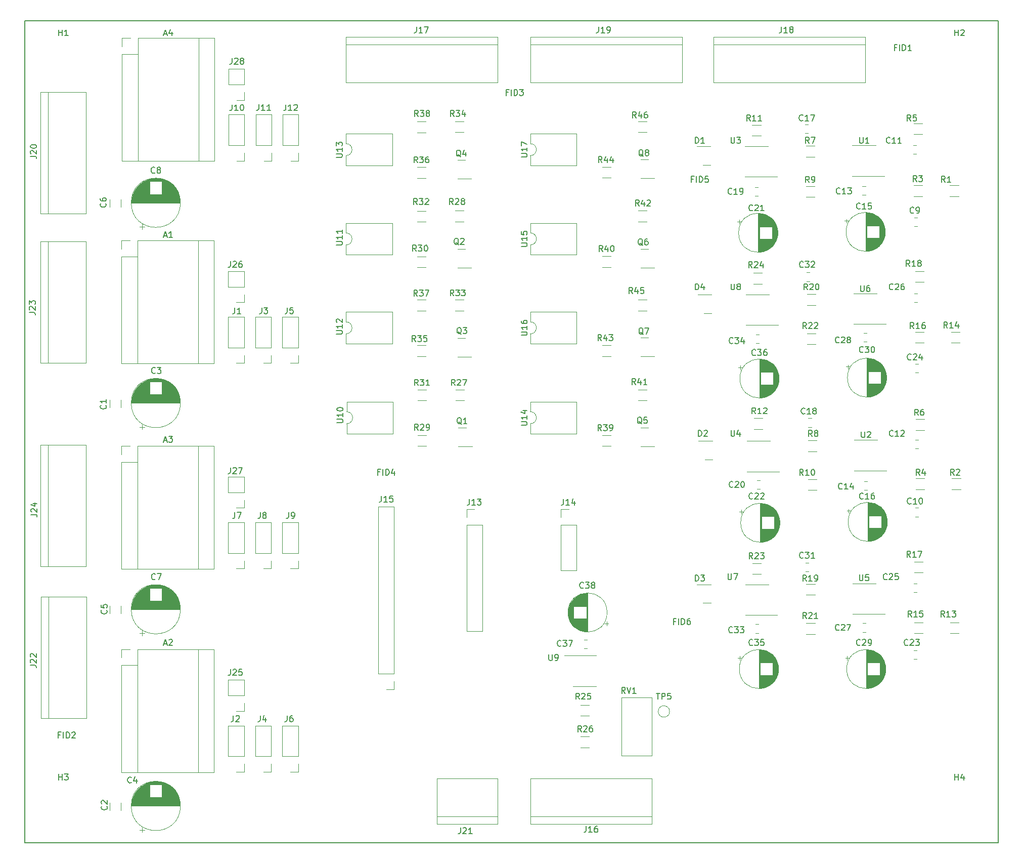
<source format=gbr>
%TF.GenerationSoftware,KiCad,Pcbnew,6.0.2+dfsg-1*%
%TF.CreationDate,2025-02-18T10:21:25-03:00*%
%TF.ProjectId,modulo_remoteapi_v1_1,6d6f6475-6c6f-45f7-9265-6d6f74656170,rev?*%
%TF.SameCoordinates,Original*%
%TF.FileFunction,Legend,Top*%
%TF.FilePolarity,Positive*%
%FSLAX46Y46*%
G04 Gerber Fmt 4.6, Leading zero omitted, Abs format (unit mm)*
G04 Created by KiCad (PCBNEW 6.0.2+dfsg-1) date 2025-02-18 10:21:25*
%MOMM*%
%LPD*%
G01*
G04 APERTURE LIST*
%ADD10C,0.150000*%
%ADD11C,0.120000*%
G04 APERTURE END LIST*
D10*
X-321500000Y-20000000D02*
X-158500000Y-20000000D01*
X-158500000Y-20000000D02*
X-158500000Y-157500000D01*
X-158500000Y-157500000D02*
X-321500000Y-157500000D01*
X-321500000Y-157500000D02*
X-321500000Y-20000000D01*
%TO.C,C24*%
X-173115357Y-76602142D02*
X-173162976Y-76649761D01*
X-173305833Y-76697380D01*
X-173401071Y-76697380D01*
X-173543928Y-76649761D01*
X-173639166Y-76554523D01*
X-173686785Y-76459285D01*
X-173734404Y-76268809D01*
X-173734404Y-76125952D01*
X-173686785Y-75935476D01*
X-173639166Y-75840238D01*
X-173543928Y-75745000D01*
X-173401071Y-75697380D01*
X-173305833Y-75697380D01*
X-173162976Y-75745000D01*
X-173115357Y-75792619D01*
X-172734404Y-75792619D02*
X-172686785Y-75745000D01*
X-172591547Y-75697380D01*
X-172353452Y-75697380D01*
X-172258214Y-75745000D01*
X-172210595Y-75792619D01*
X-172162976Y-75887857D01*
X-172162976Y-75983095D01*
X-172210595Y-76125952D01*
X-172782023Y-76697380D01*
X-172162976Y-76697380D01*
X-171305833Y-76030714D02*
X-171305833Y-76697380D01*
X-171543928Y-75649761D02*
X-171782023Y-76364047D01*
X-171162976Y-76364047D01*
%TO.C,U2*%
X-181431904Y-88677380D02*
X-181431904Y-89486904D01*
X-181384285Y-89582142D01*
X-181336666Y-89629761D01*
X-181241428Y-89677380D01*
X-181050952Y-89677380D01*
X-180955714Y-89629761D01*
X-180908095Y-89582142D01*
X-180860476Y-89486904D01*
X-180860476Y-88677380D01*
X-180431904Y-88772619D02*
X-180384285Y-88725000D01*
X-180289047Y-88677380D01*
X-180050952Y-88677380D01*
X-179955714Y-88725000D01*
X-179908095Y-88772619D01*
X-179860476Y-88867857D01*
X-179860476Y-88963095D01*
X-179908095Y-89105952D01*
X-180479523Y-89677380D01*
X-179860476Y-89677380D01*
%TO.C,FID5*%
X-209571428Y-46458571D02*
X-209904761Y-46458571D01*
X-209904761Y-46982380D02*
X-209904761Y-45982380D01*
X-209428571Y-45982380D01*
X-209047619Y-46982380D02*
X-209047619Y-45982380D01*
X-208571428Y-46982380D02*
X-208571428Y-45982380D01*
X-208333333Y-45982380D01*
X-208190476Y-46030000D01*
X-208095238Y-46125238D01*
X-208047619Y-46220476D01*
X-208000000Y-46410952D01*
X-208000000Y-46553809D01*
X-208047619Y-46744285D01*
X-208095238Y-46839523D01*
X-208190476Y-46934761D01*
X-208333333Y-46982380D01*
X-208571428Y-46982380D01*
X-207095238Y-45982380D02*
X-207571428Y-45982380D01*
X-207619047Y-46458571D01*
X-207571428Y-46410952D01*
X-207476190Y-46363333D01*
X-207238095Y-46363333D01*
X-207142857Y-46410952D01*
X-207095238Y-46458571D01*
X-207047619Y-46553809D01*
X-207047619Y-46791904D01*
X-207095238Y-46887142D01*
X-207142857Y-46934761D01*
X-207238095Y-46982380D01*
X-207476190Y-46982380D01*
X-207571428Y-46934761D01*
X-207619047Y-46887142D01*
%TO.C,H1*%
X-315826904Y-22452380D02*
X-315826904Y-21452380D01*
X-315826904Y-21928571D02*
X-315255476Y-21928571D01*
X-315255476Y-22452380D02*
X-315255476Y-21452380D01*
X-314255476Y-22452380D02*
X-314826904Y-22452380D01*
X-314541190Y-22452380D02*
X-314541190Y-21452380D01*
X-314636428Y-21595238D01*
X-314731666Y-21690476D01*
X-314826904Y-21738095D01*
%TO.C,C21*%
X-199642857Y-51657142D02*
X-199690476Y-51704761D01*
X-199833333Y-51752380D01*
X-199928571Y-51752380D01*
X-200071428Y-51704761D01*
X-200166666Y-51609523D01*
X-200214285Y-51514285D01*
X-200261904Y-51323809D01*
X-200261904Y-51180952D01*
X-200214285Y-50990476D01*
X-200166666Y-50895238D01*
X-200071428Y-50800000D01*
X-199928571Y-50752380D01*
X-199833333Y-50752380D01*
X-199690476Y-50800000D01*
X-199642857Y-50847619D01*
X-199261904Y-50847619D02*
X-199214285Y-50800000D01*
X-199119047Y-50752380D01*
X-198880952Y-50752380D01*
X-198785714Y-50800000D01*
X-198738095Y-50847619D01*
X-198690476Y-50942857D01*
X-198690476Y-51038095D01*
X-198738095Y-51180952D01*
X-199309523Y-51752380D01*
X-198690476Y-51752380D01*
X-197738095Y-51752380D02*
X-198309523Y-51752380D01*
X-198023809Y-51752380D02*
X-198023809Y-50752380D01*
X-198119047Y-50895238D01*
X-198214285Y-50990476D01*
X-198309523Y-51038095D01*
%TO.C,J7*%
X-286333333Y-102202380D02*
X-286333333Y-102916666D01*
X-286380952Y-103059523D01*
X-286476190Y-103154761D01*
X-286619047Y-103202380D01*
X-286714285Y-103202380D01*
X-285952380Y-102202380D02*
X-285285714Y-102202380D01*
X-285714285Y-103202380D01*
%TO.C,D2*%
X-208738095Y-89452380D02*
X-208738095Y-88452380D01*
X-208500000Y-88452380D01*
X-208357142Y-88500000D01*
X-208261904Y-88595238D01*
X-208214285Y-88690476D01*
X-208166666Y-88880952D01*
X-208166666Y-89023809D01*
X-208214285Y-89214285D01*
X-208261904Y-89309523D01*
X-208357142Y-89404761D01*
X-208500000Y-89452380D01*
X-208738095Y-89452380D01*
X-207785714Y-88547619D02*
X-207738095Y-88500000D01*
X-207642857Y-88452380D01*
X-207404761Y-88452380D01*
X-207309523Y-88500000D01*
X-207261904Y-88547619D01*
X-207214285Y-88642857D01*
X-207214285Y-88738095D01*
X-207261904Y-88880952D01*
X-207833333Y-89452380D01*
X-207214285Y-89452380D01*
%TO.C,J23*%
X-320752619Y-68741872D02*
X-320038333Y-68741872D01*
X-319895476Y-68789491D01*
X-319800238Y-68884729D01*
X-319752619Y-69027587D01*
X-319752619Y-69122825D01*
X-320657380Y-68313301D02*
X-320705000Y-68265682D01*
X-320752619Y-68170444D01*
X-320752619Y-67932349D01*
X-320705000Y-67837110D01*
X-320657380Y-67789491D01*
X-320562142Y-67741872D01*
X-320466904Y-67741872D01*
X-320324047Y-67789491D01*
X-319752619Y-68360920D01*
X-319752619Y-67741872D01*
X-320752619Y-67408539D02*
X-320752619Y-66789491D01*
X-320371666Y-67122825D01*
X-320371666Y-66979968D01*
X-320324047Y-66884729D01*
X-320276428Y-66837110D01*
X-320181190Y-66789491D01*
X-319943095Y-66789491D01*
X-319847857Y-66837110D01*
X-319800238Y-66884729D01*
X-319752619Y-66979968D01*
X-319752619Y-67265682D01*
X-319800238Y-67360920D01*
X-319847857Y-67408539D01*
%TO.C,U11*%
X-269341785Y-57459761D02*
X-268532261Y-57459761D01*
X-268437023Y-57412142D01*
X-268389404Y-57364523D01*
X-268341785Y-57269285D01*
X-268341785Y-57078808D01*
X-268389404Y-56983570D01*
X-268437023Y-56935951D01*
X-268532261Y-56888332D01*
X-269341785Y-56888332D01*
X-268341785Y-55888332D02*
X-268341785Y-56459761D01*
X-268341785Y-56174046D02*
X-269341785Y-56174046D01*
X-269198927Y-56269285D01*
X-269103689Y-56364523D01*
X-269056070Y-56459761D01*
X-268341785Y-54935951D02*
X-268341785Y-55507380D01*
X-268341785Y-55221665D02*
X-269341785Y-55221665D01*
X-269198927Y-55316904D01*
X-269103689Y-55412142D01*
X-269056070Y-55507380D01*
%TO.C,U4*%
X-203261904Y-88452380D02*
X-203261904Y-89261904D01*
X-203214285Y-89357142D01*
X-203166666Y-89404761D01*
X-203071428Y-89452380D01*
X-202880952Y-89452380D01*
X-202785714Y-89404761D01*
X-202738095Y-89357142D01*
X-202690476Y-89261904D01*
X-202690476Y-88452380D01*
X-201785714Y-88785714D02*
X-201785714Y-89452380D01*
X-202023809Y-88404761D02*
X-202261904Y-89119047D01*
X-201642857Y-89119047D01*
%TO.C,R40*%
X-224761191Y-58569046D02*
X-225094524Y-58092856D01*
X-225332619Y-58569046D02*
X-225332619Y-57569046D01*
X-224951667Y-57569046D01*
X-224856429Y-57616666D01*
X-224808810Y-57664285D01*
X-224761191Y-57759523D01*
X-224761191Y-57902380D01*
X-224808810Y-57997618D01*
X-224856429Y-58045237D01*
X-224951667Y-58092856D01*
X-225332619Y-58092856D01*
X-223904048Y-57902380D02*
X-223904048Y-58569046D01*
X-224142143Y-57521427D02*
X-224380238Y-58235713D01*
X-223761191Y-58235713D01*
X-223189762Y-57569046D02*
X-223094524Y-57569046D01*
X-222999286Y-57616666D01*
X-222951667Y-57664285D01*
X-222904048Y-57759523D01*
X-222856429Y-57949999D01*
X-222856429Y-58188094D01*
X-222904048Y-58378570D01*
X-222951667Y-58473808D01*
X-222999286Y-58521427D01*
X-223094524Y-58569046D01*
X-223189762Y-58569046D01*
X-223285000Y-58521427D01*
X-223332619Y-58473808D01*
X-223380238Y-58378570D01*
X-223427857Y-58188094D01*
X-223427857Y-57949999D01*
X-223380238Y-57759523D01*
X-223332619Y-57664285D01*
X-223285000Y-57616666D01*
X-223189762Y-57569046D01*
%TO.C,R26*%
X-228322857Y-138897380D02*
X-228656190Y-138421190D01*
X-228894285Y-138897380D02*
X-228894285Y-137897380D01*
X-228513333Y-137897380D01*
X-228418095Y-137945000D01*
X-228370476Y-137992619D01*
X-228322857Y-138087857D01*
X-228322857Y-138230714D01*
X-228370476Y-138325952D01*
X-228418095Y-138373571D01*
X-228513333Y-138421190D01*
X-228894285Y-138421190D01*
X-227941904Y-137992619D02*
X-227894285Y-137945000D01*
X-227799047Y-137897380D01*
X-227560952Y-137897380D01*
X-227465714Y-137945000D01*
X-227418095Y-137992619D01*
X-227370476Y-138087857D01*
X-227370476Y-138183095D01*
X-227418095Y-138325952D01*
X-227989523Y-138897380D01*
X-227370476Y-138897380D01*
X-226513333Y-137897380D02*
X-226703809Y-137897380D01*
X-226799047Y-137945000D01*
X-226846666Y-137992619D01*
X-226941904Y-138135476D01*
X-226989523Y-138325952D01*
X-226989523Y-138706904D01*
X-226941904Y-138802142D01*
X-226894285Y-138849761D01*
X-226799047Y-138897380D01*
X-226608571Y-138897380D01*
X-226513333Y-138849761D01*
X-226465714Y-138802142D01*
X-226418095Y-138706904D01*
X-226418095Y-138468809D01*
X-226465714Y-138373571D01*
X-226513333Y-138325952D01*
X-226608571Y-138278333D01*
X-226799047Y-138278333D01*
X-226894285Y-138325952D01*
X-226941904Y-138373571D01*
X-226989523Y-138468809D01*
%TO.C,D4*%
X-209238095Y-64952380D02*
X-209238095Y-63952380D01*
X-209000000Y-63952380D01*
X-208857142Y-64000000D01*
X-208761904Y-64095238D01*
X-208714285Y-64190476D01*
X-208666666Y-64380952D01*
X-208666666Y-64523809D01*
X-208714285Y-64714285D01*
X-208761904Y-64809523D01*
X-208857142Y-64904761D01*
X-209000000Y-64952380D01*
X-209238095Y-64952380D01*
X-207809523Y-64285714D02*
X-207809523Y-64952380D01*
X-208047619Y-63904761D02*
X-208285714Y-64619047D01*
X-207666666Y-64619047D01*
%TO.C,J25*%
X-287059523Y-128452380D02*
X-287059523Y-129166666D01*
X-287107142Y-129309523D01*
X-287202380Y-129404761D01*
X-287345238Y-129452380D01*
X-287440476Y-129452380D01*
X-286630952Y-128547619D02*
X-286583333Y-128500000D01*
X-286488095Y-128452380D01*
X-286250000Y-128452380D01*
X-286154761Y-128500000D01*
X-286107142Y-128547619D01*
X-286059523Y-128642857D01*
X-286059523Y-128738095D01*
X-286107142Y-128880952D01*
X-286678571Y-129452380D01*
X-286059523Y-129452380D01*
X-285154761Y-128452380D02*
X-285630952Y-128452380D01*
X-285678571Y-128928571D01*
X-285630952Y-128880952D01*
X-285535714Y-128833333D01*
X-285297619Y-128833333D01*
X-285202380Y-128880952D01*
X-285154761Y-128928571D01*
X-285107142Y-129023809D01*
X-285107142Y-129261904D01*
X-285154761Y-129357142D01*
X-285202380Y-129404761D01*
X-285297619Y-129452380D01*
X-285535714Y-129452380D01*
X-285630952Y-129404761D01*
X-285678571Y-129357142D01*
%TO.C,U8*%
X-203261904Y-63952380D02*
X-203261904Y-64761904D01*
X-203214285Y-64857142D01*
X-203166666Y-64904761D01*
X-203071428Y-64952380D01*
X-202880952Y-64952380D01*
X-202785714Y-64904761D01*
X-202738095Y-64857142D01*
X-202690476Y-64761904D01*
X-202690476Y-63952380D01*
X-202071428Y-64380952D02*
X-202166666Y-64333333D01*
X-202214285Y-64285714D01*
X-202261904Y-64190476D01*
X-202261904Y-64142857D01*
X-202214285Y-64047619D01*
X-202166666Y-64000000D01*
X-202071428Y-63952380D01*
X-201880952Y-63952380D01*
X-201785714Y-64000000D01*
X-201738095Y-64047619D01*
X-201690476Y-64142857D01*
X-201690476Y-64190476D01*
X-201738095Y-64285714D01*
X-201785714Y-64333333D01*
X-201880952Y-64380952D01*
X-202071428Y-64380952D01*
X-202166666Y-64428571D01*
X-202214285Y-64476190D01*
X-202261904Y-64571428D01*
X-202261904Y-64761904D01*
X-202214285Y-64857142D01*
X-202166666Y-64904761D01*
X-202071428Y-64952380D01*
X-201880952Y-64952380D01*
X-201785714Y-64904761D01*
X-201738095Y-64857142D01*
X-201690476Y-64761904D01*
X-201690476Y-64571428D01*
X-201738095Y-64476190D01*
X-201785714Y-64428571D01*
X-201880952Y-64380952D01*
%TO.C,C10*%
X-173115357Y-100702142D02*
X-173162976Y-100749761D01*
X-173305833Y-100797380D01*
X-173401071Y-100797380D01*
X-173543928Y-100749761D01*
X-173639166Y-100654523D01*
X-173686785Y-100559285D01*
X-173734404Y-100368809D01*
X-173734404Y-100225952D01*
X-173686785Y-100035476D01*
X-173639166Y-99940238D01*
X-173543928Y-99845000D01*
X-173401071Y-99797380D01*
X-173305833Y-99797380D01*
X-173162976Y-99845000D01*
X-173115357Y-99892619D01*
X-172162976Y-100797380D02*
X-172734404Y-100797380D01*
X-172448690Y-100797380D02*
X-172448690Y-99797380D01*
X-172543928Y-99940238D01*
X-172639166Y-100035476D01*
X-172734404Y-100083095D01*
X-171543928Y-99797380D02*
X-171448690Y-99797380D01*
X-171353452Y-99845000D01*
X-171305833Y-99892619D01*
X-171258214Y-99987857D01*
X-171210595Y-100178333D01*
X-171210595Y-100416428D01*
X-171258214Y-100606904D01*
X-171305833Y-100702142D01*
X-171353452Y-100749761D01*
X-171448690Y-100797380D01*
X-171543928Y-100797380D01*
X-171639166Y-100749761D01*
X-171686785Y-100702142D01*
X-171734404Y-100606904D01*
X-171782023Y-100416428D01*
X-171782023Y-100178333D01*
X-171734404Y-99987857D01*
X-171686785Y-99892619D01*
X-171639166Y-99845000D01*
X-171543928Y-99797380D01*
%TO.C,R25*%
X-228642857Y-133452380D02*
X-228976190Y-132976190D01*
X-229214285Y-133452380D02*
X-229214285Y-132452380D01*
X-228833333Y-132452380D01*
X-228738095Y-132500000D01*
X-228690476Y-132547619D01*
X-228642857Y-132642857D01*
X-228642857Y-132785714D01*
X-228690476Y-132880952D01*
X-228738095Y-132928571D01*
X-228833333Y-132976190D01*
X-229214285Y-132976190D01*
X-228261904Y-132547619D02*
X-228214285Y-132500000D01*
X-228119047Y-132452380D01*
X-227880952Y-132452380D01*
X-227785714Y-132500000D01*
X-227738095Y-132547619D01*
X-227690476Y-132642857D01*
X-227690476Y-132738095D01*
X-227738095Y-132880952D01*
X-228309523Y-133452380D01*
X-227690476Y-133452380D01*
X-226785714Y-132452380D02*
X-227261904Y-132452380D01*
X-227309523Y-132928571D01*
X-227261904Y-132880952D01*
X-227166666Y-132833333D01*
X-226928571Y-132833333D01*
X-226833333Y-132880952D01*
X-226785714Y-132928571D01*
X-226738095Y-133023809D01*
X-226738095Y-133261904D01*
X-226785714Y-133357142D01*
X-226833333Y-133404761D01*
X-226928571Y-133452380D01*
X-227166666Y-133452380D01*
X-227261904Y-133404761D01*
X-227309523Y-133357142D01*
%TO.C,C6*%
X-307982857Y-50523334D02*
X-307935238Y-50570953D01*
X-307887619Y-50713810D01*
X-307887619Y-50809048D01*
X-307935238Y-50951906D01*
X-308030476Y-51047144D01*
X-308125714Y-51094763D01*
X-308316190Y-51142382D01*
X-308459047Y-51142382D01*
X-308649523Y-51094763D01*
X-308744761Y-51047144D01*
X-308840000Y-50951906D01*
X-308887619Y-50809048D01*
X-308887619Y-50713810D01*
X-308840000Y-50570953D01*
X-308792380Y-50523334D01*
X-308887619Y-49666191D02*
X-308887619Y-49856668D01*
X-308840000Y-49951906D01*
X-308792380Y-49999525D01*
X-308649523Y-50094763D01*
X-308459047Y-50142382D01*
X-308078095Y-50142382D01*
X-307982857Y-50094763D01*
X-307935238Y-50047144D01*
X-307887619Y-49951906D01*
X-307887619Y-49761429D01*
X-307935238Y-49666191D01*
X-307982857Y-49618572D01*
X-308078095Y-49570953D01*
X-308316190Y-49570953D01*
X-308411428Y-49618572D01*
X-308459047Y-49666191D01*
X-308506666Y-49761429D01*
X-308506666Y-49951906D01*
X-308459047Y-50047144D01*
X-308411428Y-50094763D01*
X-308316190Y-50142382D01*
%TO.C,R31*%
X-255642857Y-80952380D02*
X-255976190Y-80476190D01*
X-256214285Y-80952380D02*
X-256214285Y-79952380D01*
X-255833333Y-79952380D01*
X-255738095Y-80000000D01*
X-255690476Y-80047619D01*
X-255642857Y-80142857D01*
X-255642857Y-80285714D01*
X-255690476Y-80380952D01*
X-255738095Y-80428571D01*
X-255833333Y-80476190D01*
X-256214285Y-80476190D01*
X-255309523Y-79952380D02*
X-254690476Y-79952380D01*
X-255023809Y-80333333D01*
X-254880952Y-80333333D01*
X-254785714Y-80380952D01*
X-254738095Y-80428571D01*
X-254690476Y-80523809D01*
X-254690476Y-80761904D01*
X-254738095Y-80857142D01*
X-254785714Y-80904761D01*
X-254880952Y-80952380D01*
X-255166666Y-80952380D01*
X-255261904Y-80904761D01*
X-255309523Y-80857142D01*
X-253738095Y-80952380D02*
X-254309523Y-80952380D01*
X-254023809Y-80952380D02*
X-254023809Y-79952380D01*
X-254119047Y-80095238D01*
X-254214285Y-80190476D01*
X-254309523Y-80238095D01*
%TO.C,J4*%
X-282083333Y-136202380D02*
X-282083333Y-136916666D01*
X-282130952Y-137059523D01*
X-282226190Y-137154761D01*
X-282369047Y-137202380D01*
X-282464285Y-137202380D01*
X-281178571Y-136535714D02*
X-281178571Y-137202380D01*
X-281416666Y-136154761D02*
X-281654761Y-136869047D01*
X-281035714Y-136869047D01*
%TO.C,U12*%
X-269341785Y-72363094D02*
X-268532261Y-72363094D01*
X-268437023Y-72315475D01*
X-268389404Y-72267856D01*
X-268341785Y-72172618D01*
X-268341785Y-71982141D01*
X-268389404Y-71886903D01*
X-268437023Y-71839284D01*
X-268532261Y-71791665D01*
X-269341785Y-71791665D01*
X-268341785Y-70791665D02*
X-268341785Y-71363094D01*
X-268341785Y-71077379D02*
X-269341785Y-71077379D01*
X-269198927Y-71172618D01*
X-269103689Y-71267856D01*
X-269056070Y-71363094D01*
X-269246546Y-70410713D02*
X-269294166Y-70363094D01*
X-269341785Y-70267856D01*
X-269341785Y-70029760D01*
X-269294166Y-69934522D01*
X-269246546Y-69886903D01*
X-269151308Y-69839284D01*
X-269056070Y-69839284D01*
X-268913213Y-69886903D01*
X-268341785Y-70458332D01*
X-268341785Y-69839284D01*
%TO.C,J24*%
X-320452619Y-102556872D02*
X-319738333Y-102556872D01*
X-319595476Y-102604491D01*
X-319500238Y-102699729D01*
X-319452619Y-102842587D01*
X-319452619Y-102937825D01*
X-320357380Y-102128301D02*
X-320405000Y-102080682D01*
X-320452619Y-101985444D01*
X-320452619Y-101747349D01*
X-320405000Y-101652110D01*
X-320357380Y-101604491D01*
X-320262142Y-101556872D01*
X-320166904Y-101556872D01*
X-320024047Y-101604491D01*
X-319452619Y-102175920D01*
X-319452619Y-101556872D01*
X-320119285Y-100699729D02*
X-319452619Y-100699729D01*
X-320500238Y-100937825D02*
X-319785952Y-101175920D01*
X-319785952Y-100556872D01*
%TO.C,J6*%
X-277583333Y-136202380D02*
X-277583333Y-136916666D01*
X-277630952Y-137059523D01*
X-277726190Y-137154761D01*
X-277869047Y-137202380D01*
X-277964285Y-137202380D01*
X-276678571Y-136202380D02*
X-276869047Y-136202380D01*
X-276964285Y-136250000D01*
X-277011904Y-136297619D01*
X-277107142Y-136440476D01*
X-277154761Y-136630952D01*
X-277154761Y-137011904D01*
X-277107142Y-137107142D01*
X-277059523Y-137154761D01*
X-276964285Y-137202380D01*
X-276773809Y-137202380D01*
X-276678571Y-137154761D01*
X-276630952Y-137107142D01*
X-276583333Y-137011904D01*
X-276583333Y-136773809D01*
X-276630952Y-136678571D01*
X-276678571Y-136630952D01*
X-276773809Y-136583333D01*
X-276964285Y-136583333D01*
X-277059523Y-136630952D01*
X-277107142Y-136678571D01*
X-277154761Y-136773809D01*
%TO.C,U1*%
X-181731904Y-39452380D02*
X-181731904Y-40261904D01*
X-181684285Y-40357142D01*
X-181636666Y-40404761D01*
X-181541428Y-40452380D01*
X-181350952Y-40452380D01*
X-181255714Y-40404761D01*
X-181208095Y-40357142D01*
X-181160476Y-40261904D01*
X-181160476Y-39452380D01*
X-180160476Y-40452380D02*
X-180731904Y-40452380D01*
X-180446190Y-40452380D02*
X-180446190Y-39452380D01*
X-180541428Y-39595238D01*
X-180636666Y-39690476D01*
X-180731904Y-39738095D01*
%TO.C,C1*%
X-307952857Y-84274015D02*
X-307905238Y-84321634D01*
X-307857619Y-84464491D01*
X-307857619Y-84559729D01*
X-307905238Y-84702587D01*
X-308000476Y-84797825D01*
X-308095714Y-84845444D01*
X-308286190Y-84893063D01*
X-308429047Y-84893063D01*
X-308619523Y-84845444D01*
X-308714761Y-84797825D01*
X-308810000Y-84702587D01*
X-308857619Y-84559729D01*
X-308857619Y-84464491D01*
X-308810000Y-84321634D01*
X-308762380Y-84274015D01*
X-307857619Y-83321634D02*
X-307857619Y-83893063D01*
X-307857619Y-83607349D02*
X-308857619Y-83607349D01*
X-308714761Y-83702587D01*
X-308619523Y-83797825D01*
X-308571904Y-83893063D01*
%TO.C,C8*%
X-299731666Y-45357142D02*
X-299779285Y-45404761D01*
X-299922142Y-45452380D01*
X-300017380Y-45452380D01*
X-300160238Y-45404761D01*
X-300255476Y-45309523D01*
X-300303095Y-45214285D01*
X-300350714Y-45023809D01*
X-300350714Y-44880952D01*
X-300303095Y-44690476D01*
X-300255476Y-44595238D01*
X-300160238Y-44500000D01*
X-300017380Y-44452380D01*
X-299922142Y-44452380D01*
X-299779285Y-44500000D01*
X-299731666Y-44547619D01*
X-299160238Y-44880952D02*
X-299255476Y-44833333D01*
X-299303095Y-44785714D01*
X-299350714Y-44690476D01*
X-299350714Y-44642857D01*
X-299303095Y-44547619D01*
X-299255476Y-44500000D01*
X-299160238Y-44452380D01*
X-298969761Y-44452380D01*
X-298874523Y-44500000D01*
X-298826904Y-44547619D01*
X-298779285Y-44642857D01*
X-298779285Y-44690476D01*
X-298826904Y-44785714D01*
X-298874523Y-44833333D01*
X-298969761Y-44880952D01*
X-299160238Y-44880952D01*
X-299255476Y-44928571D01*
X-299303095Y-44976190D01*
X-299350714Y-45071428D01*
X-299350714Y-45261904D01*
X-299303095Y-45357142D01*
X-299255476Y-45404761D01*
X-299160238Y-45452380D01*
X-298969761Y-45452380D01*
X-298874523Y-45404761D01*
X-298826904Y-45357142D01*
X-298779285Y-45261904D01*
X-298779285Y-45071428D01*
X-298826904Y-44976190D01*
X-298874523Y-44928571D01*
X-298969761Y-44880952D01*
%TO.C,U7*%
X-203761904Y-112452380D02*
X-203761904Y-113261904D01*
X-203714285Y-113357142D01*
X-203666666Y-113404761D01*
X-203571428Y-113452380D01*
X-203380952Y-113452380D01*
X-203285714Y-113404761D01*
X-203238095Y-113357142D01*
X-203190476Y-113261904D01*
X-203190476Y-112452380D01*
X-202809523Y-112452380D02*
X-202142857Y-112452380D01*
X-202571428Y-113452380D01*
%TO.C,J10*%
X-286809523Y-33977380D02*
X-286809523Y-34691666D01*
X-286857142Y-34834523D01*
X-286952380Y-34929761D01*
X-287095238Y-34977380D01*
X-287190476Y-34977380D01*
X-285809523Y-34977380D02*
X-286380952Y-34977380D01*
X-286095238Y-34977380D02*
X-286095238Y-33977380D01*
X-286190476Y-34120238D01*
X-286285714Y-34215476D01*
X-286380952Y-34263095D01*
X-285190476Y-33977380D02*
X-285095238Y-33977380D01*
X-285000000Y-34025000D01*
X-284952380Y-34072619D01*
X-284904761Y-34167857D01*
X-284857142Y-34358333D01*
X-284857142Y-34596428D01*
X-284904761Y-34786904D01*
X-284952380Y-34882142D01*
X-285000000Y-34929761D01*
X-285095238Y-34977380D01*
X-285190476Y-34977380D01*
X-285285714Y-34929761D01*
X-285333333Y-34882142D01*
X-285380952Y-34786904D01*
X-285428571Y-34596428D01*
X-285428571Y-34358333D01*
X-285380952Y-34167857D01*
X-285333333Y-34072619D01*
X-285285714Y-34025000D01*
X-285190476Y-33977380D01*
%TO.C,Q7*%
X-217953572Y-72437618D02*
X-218048810Y-72389999D01*
X-218144048Y-72294760D01*
X-218286905Y-72151903D01*
X-218382143Y-72104284D01*
X-218477381Y-72104284D01*
X-218429762Y-72342379D02*
X-218525000Y-72294760D01*
X-218620238Y-72199522D01*
X-218667857Y-72009046D01*
X-218667857Y-71675713D01*
X-218620238Y-71485237D01*
X-218525000Y-71389999D01*
X-218429762Y-71342379D01*
X-218239286Y-71342379D01*
X-218144048Y-71389999D01*
X-218048810Y-71485237D01*
X-218001191Y-71675713D01*
X-218001191Y-72009046D01*
X-218048810Y-72199522D01*
X-218144048Y-72294760D01*
X-218239286Y-72342379D01*
X-218429762Y-72342379D01*
X-217667857Y-71342379D02*
X-217001191Y-71342379D01*
X-217429762Y-72342379D01*
%TO.C,C20*%
X-202932023Y-97912142D02*
X-202979642Y-97959761D01*
X-203122499Y-98007380D01*
X-203217737Y-98007380D01*
X-203360594Y-97959761D01*
X-203455832Y-97864523D01*
X-203503451Y-97769285D01*
X-203551070Y-97578809D01*
X-203551070Y-97435952D01*
X-203503451Y-97245476D01*
X-203455832Y-97150238D01*
X-203360594Y-97055000D01*
X-203217737Y-97007380D01*
X-203122499Y-97007380D01*
X-202979642Y-97055000D01*
X-202932023Y-97102619D01*
X-202551070Y-97102619D02*
X-202503451Y-97055000D01*
X-202408213Y-97007380D01*
X-202170118Y-97007380D01*
X-202074880Y-97055000D01*
X-202027261Y-97102619D01*
X-201979642Y-97197857D01*
X-201979642Y-97293095D01*
X-202027261Y-97435952D01*
X-202598689Y-98007380D01*
X-201979642Y-98007380D01*
X-201360594Y-97007380D02*
X-201265356Y-97007380D01*
X-201170118Y-97055000D01*
X-201122499Y-97102619D01*
X-201074880Y-97197857D01*
X-201027261Y-97388333D01*
X-201027261Y-97626428D01*
X-201074880Y-97816904D01*
X-201122499Y-97912142D01*
X-201170118Y-97959761D01*
X-201265356Y-98007380D01*
X-201360594Y-98007380D01*
X-201455832Y-97959761D01*
X-201503451Y-97912142D01*
X-201551070Y-97816904D01*
X-201598689Y-97626428D01*
X-201598689Y-97388333D01*
X-201551070Y-97197857D01*
X-201503451Y-97102619D01*
X-201455832Y-97055000D01*
X-201360594Y-97007380D01*
%TO.C,C33*%
X-203022857Y-122242142D02*
X-203070476Y-122289761D01*
X-203213333Y-122337380D01*
X-203308571Y-122337380D01*
X-203451428Y-122289761D01*
X-203546666Y-122194523D01*
X-203594285Y-122099285D01*
X-203641904Y-121908809D01*
X-203641904Y-121765952D01*
X-203594285Y-121575476D01*
X-203546666Y-121480238D01*
X-203451428Y-121385000D01*
X-203308571Y-121337380D01*
X-203213333Y-121337380D01*
X-203070476Y-121385000D01*
X-203022857Y-121432619D01*
X-202689523Y-121337380D02*
X-202070476Y-121337380D01*
X-202403809Y-121718333D01*
X-202260952Y-121718333D01*
X-202165714Y-121765952D01*
X-202118095Y-121813571D01*
X-202070476Y-121908809D01*
X-202070476Y-122146904D01*
X-202118095Y-122242142D01*
X-202165714Y-122289761D01*
X-202260952Y-122337380D01*
X-202546666Y-122337380D01*
X-202641904Y-122289761D01*
X-202689523Y-122242142D01*
X-201737142Y-121337380D02*
X-201118095Y-121337380D01*
X-201451428Y-121718333D01*
X-201308571Y-121718333D01*
X-201213333Y-121765952D01*
X-201165714Y-121813571D01*
X-201118095Y-121908809D01*
X-201118095Y-122146904D01*
X-201165714Y-122242142D01*
X-201213333Y-122289761D01*
X-201308571Y-122337380D01*
X-201594285Y-122337380D01*
X-201689523Y-122289761D01*
X-201737142Y-122242142D01*
%TO.C,R11*%
X-200042857Y-36702380D02*
X-200376190Y-36226190D01*
X-200614285Y-36702380D02*
X-200614285Y-35702380D01*
X-200233333Y-35702380D01*
X-200138095Y-35750000D01*
X-200090476Y-35797619D01*
X-200042857Y-35892857D01*
X-200042857Y-36035714D01*
X-200090476Y-36130952D01*
X-200138095Y-36178571D01*
X-200233333Y-36226190D01*
X-200614285Y-36226190D01*
X-199090476Y-36702380D02*
X-199661904Y-36702380D01*
X-199376190Y-36702380D02*
X-199376190Y-35702380D01*
X-199471428Y-35845238D01*
X-199566666Y-35940476D01*
X-199661904Y-35988095D01*
X-198138095Y-36702380D02*
X-198709523Y-36702380D01*
X-198423809Y-36702380D02*
X-198423809Y-35702380D01*
X-198519047Y-35845238D01*
X-198614285Y-35940476D01*
X-198709523Y-35988095D01*
%TO.C,C30*%
X-181142857Y-75357142D02*
X-181190476Y-75404761D01*
X-181333333Y-75452380D01*
X-181428571Y-75452380D01*
X-181571428Y-75404761D01*
X-181666666Y-75309523D01*
X-181714285Y-75214285D01*
X-181761904Y-75023809D01*
X-181761904Y-74880952D01*
X-181714285Y-74690476D01*
X-181666666Y-74595238D01*
X-181571428Y-74500000D01*
X-181428571Y-74452380D01*
X-181333333Y-74452380D01*
X-181190476Y-74500000D01*
X-181142857Y-74547619D01*
X-180809523Y-74452380D02*
X-180190476Y-74452380D01*
X-180523809Y-74833333D01*
X-180380952Y-74833333D01*
X-180285714Y-74880952D01*
X-180238095Y-74928571D01*
X-180190476Y-75023809D01*
X-180190476Y-75261904D01*
X-180238095Y-75357142D01*
X-180285714Y-75404761D01*
X-180380952Y-75452380D01*
X-180666666Y-75452380D01*
X-180761904Y-75404761D01*
X-180809523Y-75357142D01*
X-179571428Y-74452380D02*
X-179476190Y-74452380D01*
X-179380952Y-74500000D01*
X-179333333Y-74547619D01*
X-179285714Y-74642857D01*
X-179238095Y-74833333D01*
X-179238095Y-75071428D01*
X-179285714Y-75261904D01*
X-179333333Y-75357142D01*
X-179380952Y-75404761D01*
X-179476190Y-75452380D01*
X-179571428Y-75452380D01*
X-179666666Y-75404761D01*
X-179714285Y-75357142D01*
X-179761904Y-75261904D01*
X-179809523Y-75071428D01*
X-179809523Y-74833333D01*
X-179761904Y-74642857D01*
X-179714285Y-74547619D01*
X-179666666Y-74500000D01*
X-179571428Y-74452380D01*
%TO.C,C29*%
X-181642857Y-124357142D02*
X-181690476Y-124404761D01*
X-181833333Y-124452380D01*
X-181928571Y-124452380D01*
X-182071428Y-124404761D01*
X-182166666Y-124309523D01*
X-182214285Y-124214285D01*
X-182261904Y-124023809D01*
X-182261904Y-123880952D01*
X-182214285Y-123690476D01*
X-182166666Y-123595238D01*
X-182071428Y-123500000D01*
X-181928571Y-123452380D01*
X-181833333Y-123452380D01*
X-181690476Y-123500000D01*
X-181642857Y-123547619D01*
X-181261904Y-123547619D02*
X-181214285Y-123500000D01*
X-181119047Y-123452380D01*
X-180880952Y-123452380D01*
X-180785714Y-123500000D01*
X-180738095Y-123547619D01*
X-180690476Y-123642857D01*
X-180690476Y-123738095D01*
X-180738095Y-123880952D01*
X-181309523Y-124452380D01*
X-180690476Y-124452380D01*
X-180214285Y-124452380D02*
X-180023809Y-124452380D01*
X-179928571Y-124404761D01*
X-179880952Y-124357142D01*
X-179785714Y-124214285D01*
X-179738095Y-124023809D01*
X-179738095Y-123642857D01*
X-179785714Y-123547619D01*
X-179833333Y-123500000D01*
X-179928571Y-123452380D01*
X-180119047Y-123452380D01*
X-180214285Y-123500000D01*
X-180261904Y-123547619D01*
X-180309523Y-123642857D01*
X-180309523Y-123880952D01*
X-180261904Y-123976190D01*
X-180214285Y-124023809D01*
X-180119047Y-124071428D01*
X-179928571Y-124071428D01*
X-179833333Y-124023809D01*
X-179785714Y-123976190D01*
X-179738095Y-123880952D01*
%TO.C,U6*%
X-181561904Y-64227380D02*
X-181561904Y-65036904D01*
X-181514285Y-65132142D01*
X-181466666Y-65179761D01*
X-181371428Y-65227380D01*
X-181180952Y-65227380D01*
X-181085714Y-65179761D01*
X-181038095Y-65132142D01*
X-180990476Y-65036904D01*
X-180990476Y-64227380D01*
X-180085714Y-64227380D02*
X-180276190Y-64227380D01*
X-180371428Y-64275000D01*
X-180419047Y-64322619D01*
X-180514285Y-64465476D01*
X-180561904Y-64655952D01*
X-180561904Y-65036904D01*
X-180514285Y-65132142D01*
X-180466666Y-65179761D01*
X-180371428Y-65227380D01*
X-180180952Y-65227380D01*
X-180085714Y-65179761D01*
X-180038095Y-65132142D01*
X-179990476Y-65036904D01*
X-179990476Y-64798809D01*
X-180038095Y-64703571D01*
X-180085714Y-64655952D01*
X-180180952Y-64608333D01*
X-180371428Y-64608333D01*
X-180466666Y-64655952D01*
X-180514285Y-64703571D01*
X-180561904Y-64798809D01*
%TO.C,FID4*%
X-262071428Y-95428571D02*
X-262404761Y-95428571D01*
X-262404761Y-95952380D02*
X-262404761Y-94952380D01*
X-261928571Y-94952380D01*
X-261547619Y-95952380D02*
X-261547619Y-94952380D01*
X-261071428Y-95952380D02*
X-261071428Y-94952380D01*
X-260833333Y-94952380D01*
X-260690476Y-95000000D01*
X-260595238Y-95095238D01*
X-260547619Y-95190476D01*
X-260500000Y-95380952D01*
X-260500000Y-95523809D01*
X-260547619Y-95714285D01*
X-260595238Y-95809523D01*
X-260690476Y-95904761D01*
X-260833333Y-95952380D01*
X-261071428Y-95952380D01*
X-259642857Y-95285714D02*
X-259642857Y-95952380D01*
X-259880952Y-94904761D02*
X-260119047Y-95619047D01*
X-259500000Y-95619047D01*
%TO.C,C12*%
X-176142857Y-89357142D02*
X-176190476Y-89404761D01*
X-176333333Y-89452380D01*
X-176428571Y-89452380D01*
X-176571428Y-89404761D01*
X-176666666Y-89309523D01*
X-176714285Y-89214285D01*
X-176761904Y-89023809D01*
X-176761904Y-88880952D01*
X-176714285Y-88690476D01*
X-176666666Y-88595238D01*
X-176571428Y-88500000D01*
X-176428571Y-88452380D01*
X-176333333Y-88452380D01*
X-176190476Y-88500000D01*
X-176142857Y-88547619D01*
X-175190476Y-89452380D02*
X-175761904Y-89452380D01*
X-175476190Y-89452380D02*
X-175476190Y-88452380D01*
X-175571428Y-88595238D01*
X-175666666Y-88690476D01*
X-175761904Y-88738095D01*
X-174809523Y-88547619D02*
X-174761904Y-88500000D01*
X-174666666Y-88452380D01*
X-174428571Y-88452380D01*
X-174333333Y-88500000D01*
X-174285714Y-88547619D01*
X-174238095Y-88642857D01*
X-174238095Y-88738095D01*
X-174285714Y-88880952D01*
X-174857142Y-89452380D01*
X-174238095Y-89452380D01*
%TO.C,Q1*%
X-248375238Y-87452619D02*
X-248470476Y-87405000D01*
X-248565714Y-87309761D01*
X-248708571Y-87166904D01*
X-248803809Y-87119285D01*
X-248899047Y-87119285D01*
X-248851428Y-87357380D02*
X-248946666Y-87309761D01*
X-249041904Y-87214523D01*
X-249089523Y-87024047D01*
X-249089523Y-86690714D01*
X-249041904Y-86500238D01*
X-248946666Y-86405000D01*
X-248851428Y-86357380D01*
X-248660952Y-86357380D01*
X-248565714Y-86405000D01*
X-248470476Y-86500238D01*
X-248422857Y-86690714D01*
X-248422857Y-87024047D01*
X-248470476Y-87214523D01*
X-248565714Y-87309761D01*
X-248660952Y-87357380D01*
X-248851428Y-87357380D01*
X-247470476Y-87357380D02*
X-248041904Y-87357380D01*
X-247756190Y-87357380D02*
X-247756190Y-86357380D01*
X-247851428Y-86500238D01*
X-247946666Y-86595476D01*
X-248041904Y-86643095D01*
%TO.C,C7*%
X-299666666Y-113357142D02*
X-299714285Y-113404761D01*
X-299857142Y-113452380D01*
X-299952380Y-113452380D01*
X-300095238Y-113404761D01*
X-300190476Y-113309523D01*
X-300238095Y-113214285D01*
X-300285714Y-113023809D01*
X-300285714Y-112880952D01*
X-300238095Y-112690476D01*
X-300190476Y-112595238D01*
X-300095238Y-112500000D01*
X-299952380Y-112452380D01*
X-299857142Y-112452380D01*
X-299714285Y-112500000D01*
X-299666666Y-112547619D01*
X-299333333Y-112452380D02*
X-298666666Y-112452380D01*
X-299095238Y-113452380D01*
%TO.C,U16*%
X-238402619Y-72573094D02*
X-237593095Y-72573094D01*
X-237497857Y-72525475D01*
X-237450238Y-72477856D01*
X-237402619Y-72382618D01*
X-237402619Y-72192141D01*
X-237450238Y-72096903D01*
X-237497857Y-72049284D01*
X-237593095Y-72001665D01*
X-238402619Y-72001665D01*
X-237402619Y-71001665D02*
X-237402619Y-71573094D01*
X-237402619Y-71287379D02*
X-238402619Y-71287379D01*
X-238259761Y-71382618D01*
X-238164523Y-71477856D01*
X-238116904Y-71573094D01*
X-238402619Y-70144522D02*
X-238402619Y-70334999D01*
X-238355000Y-70430237D01*
X-238307380Y-70477856D01*
X-238164523Y-70573094D01*
X-237974047Y-70620713D01*
X-237593095Y-70620713D01*
X-237497857Y-70573094D01*
X-237450238Y-70525475D01*
X-237402619Y-70430237D01*
X-237402619Y-70239760D01*
X-237450238Y-70144522D01*
X-237497857Y-70096903D01*
X-237593095Y-70049284D01*
X-237831190Y-70049284D01*
X-237926428Y-70096903D01*
X-237974047Y-70144522D01*
X-238021666Y-70239760D01*
X-238021666Y-70430237D01*
X-237974047Y-70525475D01*
X-237926428Y-70573094D01*
X-237831190Y-70620713D01*
%TO.C,R2*%
X-165916666Y-95952380D02*
X-166250000Y-95476190D01*
X-166488095Y-95952380D02*
X-166488095Y-94952380D01*
X-166107142Y-94952380D01*
X-166011904Y-95000000D01*
X-165964285Y-95047619D01*
X-165916666Y-95142857D01*
X-165916666Y-95285714D01*
X-165964285Y-95380952D01*
X-166011904Y-95428571D01*
X-166107142Y-95476190D01*
X-166488095Y-95476190D01*
X-165535714Y-95047619D02*
X-165488095Y-95000000D01*
X-165392857Y-94952380D01*
X-165154761Y-94952380D01*
X-165059523Y-95000000D01*
X-165011904Y-95047619D01*
X-164964285Y-95142857D01*
X-164964285Y-95238095D01*
X-165011904Y-95380952D01*
X-165583333Y-95952380D01*
X-164964285Y-95952380D01*
%TO.C,Q5*%
X-218196906Y-87390952D02*
X-218292144Y-87343333D01*
X-218387382Y-87248094D01*
X-218530239Y-87105237D01*
X-218625477Y-87057618D01*
X-218720715Y-87057618D01*
X-218673096Y-87295713D02*
X-218768334Y-87248094D01*
X-218863572Y-87152856D01*
X-218911191Y-86962380D01*
X-218911191Y-86629047D01*
X-218863572Y-86438571D01*
X-218768334Y-86343333D01*
X-218673096Y-86295713D01*
X-218482620Y-86295713D01*
X-218387382Y-86343333D01*
X-218292144Y-86438571D01*
X-218244525Y-86629047D01*
X-218244525Y-86962380D01*
X-218292144Y-87152856D01*
X-218387382Y-87248094D01*
X-218482620Y-87295713D01*
X-218673096Y-87295713D01*
X-217339763Y-86295713D02*
X-217815953Y-86295713D01*
X-217863572Y-86771904D01*
X-217815953Y-86724285D01*
X-217720715Y-86676666D01*
X-217482620Y-86676666D01*
X-217387382Y-86724285D01*
X-217339763Y-86771904D01*
X-217292144Y-86867142D01*
X-217292144Y-87105237D01*
X-217339763Y-87200475D01*
X-217387382Y-87248094D01*
X-217482620Y-87295713D01*
X-217720715Y-87295713D01*
X-217815953Y-87248094D01*
X-217863572Y-87200475D01*
%TO.C,C4*%
X-303666666Y-147357142D02*
X-303714285Y-147404761D01*
X-303857142Y-147452380D01*
X-303952380Y-147452380D01*
X-304095238Y-147404761D01*
X-304190476Y-147309523D01*
X-304238095Y-147214285D01*
X-304285714Y-147023809D01*
X-304285714Y-146880952D01*
X-304238095Y-146690476D01*
X-304190476Y-146595238D01*
X-304095238Y-146500000D01*
X-303952380Y-146452380D01*
X-303857142Y-146452380D01*
X-303714285Y-146500000D01*
X-303666666Y-146547619D01*
X-302809523Y-146785714D02*
X-302809523Y-147452380D01*
X-303047619Y-146404761D02*
X-303285714Y-147119047D01*
X-302666666Y-147119047D01*
%TO.C,C17*%
X-191233691Y-36607142D02*
X-191281310Y-36654761D01*
X-191424167Y-36702380D01*
X-191519405Y-36702380D01*
X-191662262Y-36654761D01*
X-191757500Y-36559523D01*
X-191805119Y-36464285D01*
X-191852738Y-36273809D01*
X-191852738Y-36130952D01*
X-191805119Y-35940476D01*
X-191757500Y-35845238D01*
X-191662262Y-35750000D01*
X-191519405Y-35702380D01*
X-191424167Y-35702380D01*
X-191281310Y-35750000D01*
X-191233691Y-35797619D01*
X-190281310Y-36702380D02*
X-190852738Y-36702380D01*
X-190567024Y-36702380D02*
X-190567024Y-35702380D01*
X-190662262Y-35845238D01*
X-190757500Y-35940476D01*
X-190852738Y-35988095D01*
X-189947976Y-35702380D02*
X-189281310Y-35702380D01*
X-189709881Y-36702380D01*
%TO.C,J21*%
X-248559523Y-154952380D02*
X-248559523Y-155666666D01*
X-248607142Y-155809523D01*
X-248702380Y-155904761D01*
X-248845238Y-155952380D01*
X-248940476Y-155952380D01*
X-248130952Y-155047619D02*
X-248083333Y-155000000D01*
X-247988095Y-154952380D01*
X-247750000Y-154952380D01*
X-247654761Y-155000000D01*
X-247607142Y-155047619D01*
X-247559523Y-155142857D01*
X-247559523Y-155238095D01*
X-247607142Y-155380952D01*
X-248178571Y-155952380D01*
X-247559523Y-155952380D01*
X-246607142Y-155952380D02*
X-247178571Y-155952380D01*
X-246892857Y-155952380D02*
X-246892857Y-154952380D01*
X-246988095Y-155095238D01*
X-247083333Y-155190476D01*
X-247178571Y-155238095D01*
%TO.C,R4*%
X-171666666Y-95977380D02*
X-172000000Y-95501190D01*
X-172238095Y-95977380D02*
X-172238095Y-94977380D01*
X-171857142Y-94977380D01*
X-171761904Y-95025000D01*
X-171714285Y-95072619D01*
X-171666666Y-95167857D01*
X-171666666Y-95310714D01*
X-171714285Y-95405952D01*
X-171761904Y-95453571D01*
X-171857142Y-95501190D01*
X-172238095Y-95501190D01*
X-170809523Y-95310714D02*
X-170809523Y-95977380D01*
X-171047619Y-94929761D02*
X-171285714Y-95644047D01*
X-170666666Y-95644047D01*
%TO.C,J5*%
X-277563331Y-67952380D02*
X-277563331Y-68666666D01*
X-277610950Y-68809523D01*
X-277706188Y-68904761D01*
X-277849045Y-68952380D01*
X-277944283Y-68952380D01*
X-276610950Y-67952380D02*
X-277087140Y-67952380D01*
X-277134759Y-68428571D01*
X-277087140Y-68380952D01*
X-276991902Y-68333333D01*
X-276753807Y-68333333D01*
X-276658569Y-68380952D01*
X-276610950Y-68428571D01*
X-276563331Y-68523809D01*
X-276563331Y-68761904D01*
X-276610950Y-68857142D01*
X-276658569Y-68904761D01*
X-276753807Y-68952380D01*
X-276991902Y-68952380D01*
X-277087140Y-68904761D01*
X-277134759Y-68857142D01*
%TO.C,J8*%
X-282083333Y-102202380D02*
X-282083333Y-102916666D01*
X-282130952Y-103059523D01*
X-282226190Y-103154761D01*
X-282369047Y-103202380D01*
X-282464285Y-103202380D01*
X-281464285Y-102630952D02*
X-281559523Y-102583333D01*
X-281607142Y-102535714D01*
X-281654761Y-102440476D01*
X-281654761Y-102392857D01*
X-281607142Y-102297619D01*
X-281559523Y-102250000D01*
X-281464285Y-102202380D01*
X-281273809Y-102202380D01*
X-281178571Y-102250000D01*
X-281130952Y-102297619D01*
X-281083333Y-102392857D01*
X-281083333Y-102440476D01*
X-281130952Y-102535714D01*
X-281178571Y-102583333D01*
X-281273809Y-102630952D01*
X-281464285Y-102630952D01*
X-281559523Y-102678571D01*
X-281607142Y-102726190D01*
X-281654761Y-102821428D01*
X-281654761Y-103011904D01*
X-281607142Y-103107142D01*
X-281559523Y-103154761D01*
X-281464285Y-103202380D01*
X-281273809Y-103202380D01*
X-281178571Y-103154761D01*
X-281130952Y-103107142D01*
X-281083333Y-103011904D01*
X-281083333Y-102821428D01*
X-281130952Y-102726190D01*
X-281178571Y-102678571D01*
X-281273809Y-102630952D01*
%TO.C,C16*%
X-181142857Y-99857142D02*
X-181190476Y-99904761D01*
X-181333333Y-99952380D01*
X-181428571Y-99952380D01*
X-181571428Y-99904761D01*
X-181666666Y-99809523D01*
X-181714285Y-99714285D01*
X-181761904Y-99523809D01*
X-181761904Y-99380952D01*
X-181714285Y-99190476D01*
X-181666666Y-99095238D01*
X-181571428Y-99000000D01*
X-181428571Y-98952380D01*
X-181333333Y-98952380D01*
X-181190476Y-99000000D01*
X-181142857Y-99047619D01*
X-180190476Y-99952380D02*
X-180761904Y-99952380D01*
X-180476190Y-99952380D02*
X-180476190Y-98952380D01*
X-180571428Y-99095238D01*
X-180666666Y-99190476D01*
X-180761904Y-99238095D01*
X-179333333Y-98952380D02*
X-179523809Y-98952380D01*
X-179619047Y-99000000D01*
X-179666666Y-99047619D01*
X-179761904Y-99190476D01*
X-179809523Y-99380952D01*
X-179809523Y-99761904D01*
X-179761904Y-99857142D01*
X-179714285Y-99904761D01*
X-179619047Y-99952380D01*
X-179428571Y-99952380D01*
X-179333333Y-99904761D01*
X-179285714Y-99857142D01*
X-179238095Y-99761904D01*
X-179238095Y-99523809D01*
X-179285714Y-99428571D01*
X-179333333Y-99380952D01*
X-179428571Y-99333333D01*
X-179619047Y-99333333D01*
X-179714285Y-99380952D01*
X-179761904Y-99428571D01*
X-179809523Y-99523809D01*
%TO.C,C36*%
X-199142857Y-75857142D02*
X-199190476Y-75904761D01*
X-199333333Y-75952380D01*
X-199428571Y-75952380D01*
X-199571428Y-75904761D01*
X-199666666Y-75809523D01*
X-199714285Y-75714285D01*
X-199761904Y-75523809D01*
X-199761904Y-75380952D01*
X-199714285Y-75190476D01*
X-199666666Y-75095238D01*
X-199571428Y-75000000D01*
X-199428571Y-74952380D01*
X-199333333Y-74952380D01*
X-199190476Y-75000000D01*
X-199142857Y-75047619D01*
X-198809523Y-74952380D02*
X-198190476Y-74952380D01*
X-198523809Y-75333333D01*
X-198380952Y-75333333D01*
X-198285714Y-75380952D01*
X-198238095Y-75428571D01*
X-198190476Y-75523809D01*
X-198190476Y-75761904D01*
X-198238095Y-75857142D01*
X-198285714Y-75904761D01*
X-198380952Y-75952380D01*
X-198666666Y-75952380D01*
X-198761904Y-75904761D01*
X-198809523Y-75857142D01*
X-197333333Y-74952380D02*
X-197523809Y-74952380D01*
X-197619047Y-75000000D01*
X-197666666Y-75047619D01*
X-197761904Y-75190476D01*
X-197809523Y-75380952D01*
X-197809523Y-75761904D01*
X-197761904Y-75857142D01*
X-197714285Y-75904761D01*
X-197619047Y-75952380D01*
X-197428571Y-75952380D01*
X-197333333Y-75904761D01*
X-197285714Y-75857142D01*
X-197238095Y-75761904D01*
X-197238095Y-75523809D01*
X-197285714Y-75428571D01*
X-197333333Y-75380952D01*
X-197428571Y-75333333D01*
X-197619047Y-75333333D01*
X-197714285Y-75380952D01*
X-197761904Y-75428571D01*
X-197809523Y-75523809D01*
%TO.C,R9*%
X-190166666Y-47002380D02*
X-190500000Y-46526190D01*
X-190738095Y-47002380D02*
X-190738095Y-46002380D01*
X-190357142Y-46002380D01*
X-190261904Y-46050000D01*
X-190214285Y-46097619D01*
X-190166666Y-46192857D01*
X-190166666Y-46335714D01*
X-190214285Y-46430952D01*
X-190261904Y-46478571D01*
X-190357142Y-46526190D01*
X-190738095Y-46526190D01*
X-189690476Y-47002380D02*
X-189500000Y-47002380D01*
X-189404761Y-46954761D01*
X-189357142Y-46907142D01*
X-189261904Y-46764285D01*
X-189214285Y-46573809D01*
X-189214285Y-46192857D01*
X-189261904Y-46097619D01*
X-189309523Y-46050000D01*
X-189404761Y-46002380D01*
X-189595238Y-46002380D01*
X-189690476Y-46050000D01*
X-189738095Y-46097619D01*
X-189785714Y-46192857D01*
X-189785714Y-46430952D01*
X-189738095Y-46526190D01*
X-189690476Y-46573809D01*
X-189595238Y-46621428D01*
X-189404761Y-46621428D01*
X-189309523Y-46573809D01*
X-189261904Y-46526190D01*
X-189214285Y-46430952D01*
%TO.C,Q6*%
X-218053572Y-57534285D02*
X-218148810Y-57486666D01*
X-218244048Y-57391427D01*
X-218386905Y-57248570D01*
X-218482143Y-57200951D01*
X-218577381Y-57200951D01*
X-218529762Y-57439046D02*
X-218625000Y-57391427D01*
X-218720238Y-57296189D01*
X-218767857Y-57105713D01*
X-218767857Y-56772380D01*
X-218720238Y-56581904D01*
X-218625000Y-56486666D01*
X-218529762Y-56439046D01*
X-218339286Y-56439046D01*
X-218244048Y-56486666D01*
X-218148810Y-56581904D01*
X-218101191Y-56772380D01*
X-218101191Y-57105713D01*
X-218148810Y-57296189D01*
X-218244048Y-57391427D01*
X-218339286Y-57439046D01*
X-218529762Y-57439046D01*
X-217244048Y-56439046D02*
X-217434524Y-56439046D01*
X-217529762Y-56486666D01*
X-217577381Y-56534285D01*
X-217672619Y-56677142D01*
X-217720238Y-56867618D01*
X-217720238Y-57248570D01*
X-217672619Y-57343808D01*
X-217625000Y-57391427D01*
X-217529762Y-57439046D01*
X-217339286Y-57439046D01*
X-217244048Y-57391427D01*
X-217196429Y-57343808D01*
X-217148810Y-57248570D01*
X-217148810Y-57010475D01*
X-217196429Y-56915237D01*
X-217244048Y-56867618D01*
X-217339286Y-56819999D01*
X-217529762Y-56819999D01*
X-217625000Y-56867618D01*
X-217672619Y-56915237D01*
X-217720238Y-57010475D01*
%TO.C,C35*%
X-199642857Y-124357142D02*
X-199690476Y-124404761D01*
X-199833333Y-124452380D01*
X-199928571Y-124452380D01*
X-200071428Y-124404761D01*
X-200166666Y-124309523D01*
X-200214285Y-124214285D01*
X-200261904Y-124023809D01*
X-200261904Y-123880952D01*
X-200214285Y-123690476D01*
X-200166666Y-123595238D01*
X-200071428Y-123500000D01*
X-199928571Y-123452380D01*
X-199833333Y-123452380D01*
X-199690476Y-123500000D01*
X-199642857Y-123547619D01*
X-199309523Y-123452380D02*
X-198690476Y-123452380D01*
X-199023809Y-123833333D01*
X-198880952Y-123833333D01*
X-198785714Y-123880952D01*
X-198738095Y-123928571D01*
X-198690476Y-124023809D01*
X-198690476Y-124261904D01*
X-198738095Y-124357142D01*
X-198785714Y-124404761D01*
X-198880952Y-124452380D01*
X-199166666Y-124452380D01*
X-199261904Y-124404761D01*
X-199309523Y-124357142D01*
X-197785714Y-123452380D02*
X-198261904Y-123452380D01*
X-198309523Y-123928571D01*
X-198261904Y-123880952D01*
X-198166666Y-123833333D01*
X-197928571Y-123833333D01*
X-197833333Y-123880952D01*
X-197785714Y-123928571D01*
X-197738095Y-124023809D01*
X-197738095Y-124261904D01*
X-197785714Y-124357142D01*
X-197833333Y-124404761D01*
X-197928571Y-124452380D01*
X-198166666Y-124452380D01*
X-198261904Y-124404761D01*
X-198309523Y-124357142D01*
%TO.C,H4*%
X-165761904Y-146952380D02*
X-165761904Y-145952380D01*
X-165761904Y-146428571D02*
X-165190476Y-146428571D01*
X-165190476Y-146952380D02*
X-165190476Y-145952380D01*
X-164285714Y-146285714D02*
X-164285714Y-146952380D01*
X-164523809Y-145904761D02*
X-164761904Y-146619047D01*
X-164142857Y-146619047D01*
%TO.C,J20*%
X-320552619Y-42636872D02*
X-319838333Y-42636872D01*
X-319695476Y-42684491D01*
X-319600238Y-42779729D01*
X-319552619Y-42922587D01*
X-319552619Y-43017825D01*
X-320457380Y-42208301D02*
X-320505000Y-42160682D01*
X-320552619Y-42065444D01*
X-320552619Y-41827349D01*
X-320505000Y-41732110D01*
X-320457380Y-41684491D01*
X-320362142Y-41636872D01*
X-320266904Y-41636872D01*
X-320124047Y-41684491D01*
X-319552619Y-42255920D01*
X-319552619Y-41636872D01*
X-320552619Y-41017825D02*
X-320552619Y-40922587D01*
X-320505000Y-40827349D01*
X-320457380Y-40779729D01*
X-320362142Y-40732110D01*
X-320171666Y-40684491D01*
X-319933571Y-40684491D01*
X-319743095Y-40732110D01*
X-319647857Y-40779729D01*
X-319600238Y-40827349D01*
X-319552619Y-40922587D01*
X-319552619Y-41017825D01*
X-319600238Y-41113063D01*
X-319647857Y-41160682D01*
X-319743095Y-41208301D01*
X-319933571Y-41255920D01*
X-320171666Y-41255920D01*
X-320362142Y-41208301D01*
X-320457380Y-41160682D01*
X-320505000Y-41113063D01*
X-320552619Y-41017825D01*
%TO.C,H2*%
X-165761904Y-22452380D02*
X-165761904Y-21452380D01*
X-165761904Y-21928571D02*
X-165190476Y-21928571D01*
X-165190476Y-22452380D02*
X-165190476Y-21452380D01*
X-164761904Y-21547619D02*
X-164714285Y-21500000D01*
X-164619047Y-21452380D01*
X-164380952Y-21452380D01*
X-164285714Y-21500000D01*
X-164238095Y-21547619D01*
X-164190476Y-21642857D01*
X-164190476Y-21738095D01*
X-164238095Y-21880952D01*
X-164809523Y-22452380D01*
X-164190476Y-22452380D01*
%TO.C,R10*%
X-191169523Y-95987380D02*
X-191502856Y-95511190D01*
X-191740951Y-95987380D02*
X-191740951Y-94987380D01*
X-191359999Y-94987380D01*
X-191264761Y-95035000D01*
X-191217142Y-95082619D01*
X-191169523Y-95177857D01*
X-191169523Y-95320714D01*
X-191217142Y-95415952D01*
X-191264761Y-95463571D01*
X-191359999Y-95511190D01*
X-191740951Y-95511190D01*
X-190217142Y-95987380D02*
X-190788570Y-95987380D01*
X-190502856Y-95987380D02*
X-190502856Y-94987380D01*
X-190598094Y-95130238D01*
X-190693332Y-95225476D01*
X-190788570Y-95273095D01*
X-189598094Y-94987380D02*
X-189502856Y-94987380D01*
X-189407618Y-95035000D01*
X-189359999Y-95082619D01*
X-189312380Y-95177857D01*
X-189264761Y-95368333D01*
X-189264761Y-95606428D01*
X-189312380Y-95796904D01*
X-189359999Y-95892142D01*
X-189407618Y-95939761D01*
X-189502856Y-95987380D01*
X-189598094Y-95987380D01*
X-189693332Y-95939761D01*
X-189740951Y-95892142D01*
X-189788570Y-95796904D01*
X-189836189Y-95606428D01*
X-189836189Y-95368333D01*
X-189788570Y-95177857D01*
X-189740951Y-95082619D01*
X-189693332Y-95035000D01*
X-189598094Y-94987380D01*
%TO.C,H3*%
X-315826904Y-146952380D02*
X-315826904Y-145952380D01*
X-315826904Y-146428571D02*
X-315255476Y-146428571D01*
X-315255476Y-146952380D02*
X-315255476Y-145952380D01*
X-314874523Y-145952380D02*
X-314255476Y-145952380D01*
X-314588809Y-146333333D01*
X-314445952Y-146333333D01*
X-314350714Y-146380952D01*
X-314303095Y-146428571D01*
X-314255476Y-146523809D01*
X-314255476Y-146761904D01*
X-314303095Y-146857142D01*
X-314350714Y-146904761D01*
X-314445952Y-146952380D01*
X-314731666Y-146952380D01*
X-314826904Y-146904761D01*
X-314874523Y-146857142D01*
%TO.C,U17*%
X-238402619Y-42751428D02*
X-237593095Y-42751428D01*
X-237497857Y-42703809D01*
X-237450238Y-42656190D01*
X-237402619Y-42560952D01*
X-237402619Y-42370475D01*
X-237450238Y-42275237D01*
X-237497857Y-42227618D01*
X-237593095Y-42179999D01*
X-238402619Y-42179999D01*
X-237402619Y-41179999D02*
X-237402619Y-41751428D01*
X-237402619Y-41465713D02*
X-238402619Y-41465713D01*
X-238259761Y-41560952D01*
X-238164523Y-41656190D01*
X-238116904Y-41751428D01*
X-238402619Y-40846666D02*
X-238402619Y-40179999D01*
X-237402619Y-40608571D01*
%TO.C,R20*%
X-190442857Y-64952380D02*
X-190776190Y-64476190D01*
X-191014285Y-64952380D02*
X-191014285Y-63952380D01*
X-190633333Y-63952380D01*
X-190538095Y-64000000D01*
X-190490476Y-64047619D01*
X-190442857Y-64142857D01*
X-190442857Y-64285714D01*
X-190490476Y-64380952D01*
X-190538095Y-64428571D01*
X-190633333Y-64476190D01*
X-191014285Y-64476190D01*
X-190061904Y-64047619D02*
X-190014285Y-64000000D01*
X-189919047Y-63952380D01*
X-189680952Y-63952380D01*
X-189585714Y-64000000D01*
X-189538095Y-64047619D01*
X-189490476Y-64142857D01*
X-189490476Y-64238095D01*
X-189538095Y-64380952D01*
X-190109523Y-64952380D01*
X-189490476Y-64952380D01*
X-188871428Y-63952380D02*
X-188776190Y-63952380D01*
X-188680952Y-64000000D01*
X-188633333Y-64047619D01*
X-188585714Y-64142857D01*
X-188538095Y-64333333D01*
X-188538095Y-64571428D01*
X-188585714Y-64761904D01*
X-188633333Y-64857142D01*
X-188680952Y-64904761D01*
X-188776190Y-64952380D01*
X-188871428Y-64952380D01*
X-188966666Y-64904761D01*
X-189014285Y-64857142D01*
X-189061904Y-64761904D01*
X-189109523Y-64571428D01*
X-189109523Y-64333333D01*
X-189061904Y-64142857D01*
X-189014285Y-64047619D01*
X-188966666Y-64000000D01*
X-188871428Y-63952380D01*
%TO.C,C3*%
X-299666666Y-78857142D02*
X-299714285Y-78904761D01*
X-299857142Y-78952380D01*
X-299952380Y-78952380D01*
X-300095238Y-78904761D01*
X-300190476Y-78809523D01*
X-300238095Y-78714285D01*
X-300285714Y-78523809D01*
X-300285714Y-78380952D01*
X-300238095Y-78190476D01*
X-300190476Y-78095238D01*
X-300095238Y-78000000D01*
X-299952380Y-77952380D01*
X-299857142Y-77952380D01*
X-299714285Y-78000000D01*
X-299666666Y-78047619D01*
X-299333333Y-77952380D02*
X-298714285Y-77952380D01*
X-299047619Y-78333333D01*
X-298904761Y-78333333D01*
X-298809523Y-78380952D01*
X-298761904Y-78428571D01*
X-298714285Y-78523809D01*
X-298714285Y-78761904D01*
X-298761904Y-78857142D01*
X-298809523Y-78904761D01*
X-298904761Y-78952380D01*
X-299190476Y-78952380D01*
X-299285714Y-78904761D01*
X-299333333Y-78857142D01*
%TO.C,C15*%
X-181642857Y-51357142D02*
X-181690476Y-51404761D01*
X-181833333Y-51452380D01*
X-181928571Y-51452380D01*
X-182071428Y-51404761D01*
X-182166666Y-51309523D01*
X-182214285Y-51214285D01*
X-182261904Y-51023809D01*
X-182261904Y-50880952D01*
X-182214285Y-50690476D01*
X-182166666Y-50595238D01*
X-182071428Y-50500000D01*
X-181928571Y-50452380D01*
X-181833333Y-50452380D01*
X-181690476Y-50500000D01*
X-181642857Y-50547619D01*
X-180690476Y-51452380D02*
X-181261904Y-51452380D01*
X-180976190Y-51452380D02*
X-180976190Y-50452380D01*
X-181071428Y-50595238D01*
X-181166666Y-50690476D01*
X-181261904Y-50738095D01*
X-179785714Y-50452380D02*
X-180261904Y-50452380D01*
X-180309523Y-50928571D01*
X-180261904Y-50880952D01*
X-180166666Y-50833333D01*
X-179928571Y-50833333D01*
X-179833333Y-50880952D01*
X-179785714Y-50928571D01*
X-179738095Y-51023809D01*
X-179738095Y-51261904D01*
X-179785714Y-51357142D01*
X-179833333Y-51404761D01*
X-179928571Y-51452380D01*
X-180166666Y-51452380D01*
X-180261904Y-51404761D01*
X-180309523Y-51357142D01*
%TO.C,A1*%
X-298214285Y-55916666D02*
X-297738095Y-55916666D01*
X-298309523Y-56202380D02*
X-297976190Y-55202380D01*
X-297642857Y-56202380D01*
X-296785714Y-56202380D02*
X-297357142Y-56202380D01*
X-297071428Y-56202380D02*
X-297071428Y-55202380D01*
X-297166666Y-55345238D01*
X-297261904Y-55440476D01*
X-297357142Y-55488095D01*
%TO.C,R22*%
X-190642857Y-71452380D02*
X-190976190Y-70976190D01*
X-191214285Y-71452380D02*
X-191214285Y-70452380D01*
X-190833333Y-70452380D01*
X-190738095Y-70500000D01*
X-190690476Y-70547619D01*
X-190642857Y-70642857D01*
X-190642857Y-70785714D01*
X-190690476Y-70880952D01*
X-190738095Y-70928571D01*
X-190833333Y-70976190D01*
X-191214285Y-70976190D01*
X-190261904Y-70547619D02*
X-190214285Y-70500000D01*
X-190119047Y-70452380D01*
X-189880952Y-70452380D01*
X-189785714Y-70500000D01*
X-189738095Y-70547619D01*
X-189690476Y-70642857D01*
X-189690476Y-70738095D01*
X-189738095Y-70880952D01*
X-190309523Y-71452380D01*
X-189690476Y-71452380D01*
X-189309523Y-70547619D02*
X-189261904Y-70500000D01*
X-189166666Y-70452380D01*
X-188928571Y-70452380D01*
X-188833333Y-70500000D01*
X-188785714Y-70547619D01*
X-188738095Y-70642857D01*
X-188738095Y-70738095D01*
X-188785714Y-70880952D01*
X-189357142Y-71452380D01*
X-188738095Y-71452380D01*
%TO.C,R34*%
X-249642857Y-35952380D02*
X-249976190Y-35476190D01*
X-250214285Y-35952380D02*
X-250214285Y-34952380D01*
X-249833333Y-34952380D01*
X-249738095Y-35000000D01*
X-249690476Y-35047619D01*
X-249642857Y-35142857D01*
X-249642857Y-35285714D01*
X-249690476Y-35380952D01*
X-249738095Y-35428571D01*
X-249833333Y-35476190D01*
X-250214285Y-35476190D01*
X-249309523Y-34952380D02*
X-248690476Y-34952380D01*
X-249023809Y-35333333D01*
X-248880952Y-35333333D01*
X-248785714Y-35380952D01*
X-248738095Y-35428571D01*
X-248690476Y-35523809D01*
X-248690476Y-35761904D01*
X-248738095Y-35857142D01*
X-248785714Y-35904761D01*
X-248880952Y-35952380D01*
X-249166666Y-35952380D01*
X-249261904Y-35904761D01*
X-249309523Y-35857142D01*
X-247833333Y-35285714D02*
X-247833333Y-35952380D01*
X-248071428Y-34904761D02*
X-248309523Y-35619047D01*
X-247690476Y-35619047D01*
%TO.C,U15*%
X-238402619Y-57694761D02*
X-237593095Y-57694761D01*
X-237497857Y-57647142D01*
X-237450238Y-57599523D01*
X-237402619Y-57504285D01*
X-237402619Y-57313808D01*
X-237450238Y-57218570D01*
X-237497857Y-57170951D01*
X-237593095Y-57123332D01*
X-238402619Y-57123332D01*
X-237402619Y-56123332D02*
X-237402619Y-56694761D01*
X-237402619Y-56409046D02*
X-238402619Y-56409046D01*
X-238259761Y-56504285D01*
X-238164523Y-56599523D01*
X-238116904Y-56694761D01*
X-238402619Y-55218570D02*
X-238402619Y-55694761D01*
X-237926428Y-55742380D01*
X-237974047Y-55694761D01*
X-238021666Y-55599523D01*
X-238021666Y-55361427D01*
X-237974047Y-55266189D01*
X-237926428Y-55218570D01*
X-237831190Y-55170951D01*
X-237593095Y-55170951D01*
X-237497857Y-55218570D01*
X-237450238Y-55266189D01*
X-237402619Y-55361427D01*
X-237402619Y-55599523D01*
X-237450238Y-55694761D01*
X-237497857Y-55742380D01*
%TO.C,R23*%
X-199642857Y-109967380D02*
X-199976190Y-109491190D01*
X-200214285Y-109967380D02*
X-200214285Y-108967380D01*
X-199833333Y-108967380D01*
X-199738095Y-109015000D01*
X-199690476Y-109062619D01*
X-199642857Y-109157857D01*
X-199642857Y-109300714D01*
X-199690476Y-109395952D01*
X-199738095Y-109443571D01*
X-199833333Y-109491190D01*
X-200214285Y-109491190D01*
X-199261904Y-109062619D02*
X-199214285Y-109015000D01*
X-199119047Y-108967380D01*
X-198880952Y-108967380D01*
X-198785714Y-109015000D01*
X-198738095Y-109062619D01*
X-198690476Y-109157857D01*
X-198690476Y-109253095D01*
X-198738095Y-109395952D01*
X-199309523Y-109967380D01*
X-198690476Y-109967380D01*
X-198357142Y-108967380D02*
X-197738095Y-108967380D01*
X-198071428Y-109348333D01*
X-197928571Y-109348333D01*
X-197833333Y-109395952D01*
X-197785714Y-109443571D01*
X-197738095Y-109538809D01*
X-197738095Y-109776904D01*
X-197785714Y-109872142D01*
X-197833333Y-109919761D01*
X-197928571Y-109967380D01*
X-198214285Y-109967380D01*
X-198309523Y-109919761D01*
X-198357142Y-109872142D01*
%TO.C,R5*%
X-173166666Y-36702380D02*
X-173500000Y-36226190D01*
X-173738095Y-36702380D02*
X-173738095Y-35702380D01*
X-173357142Y-35702380D01*
X-173261904Y-35750000D01*
X-173214285Y-35797619D01*
X-173166666Y-35892857D01*
X-173166666Y-36035714D01*
X-173214285Y-36130952D01*
X-173261904Y-36178571D01*
X-173357142Y-36226190D01*
X-173738095Y-36226190D01*
X-172261904Y-35702380D02*
X-172738095Y-35702380D01*
X-172785714Y-36178571D01*
X-172738095Y-36130952D01*
X-172642857Y-36083333D01*
X-172404761Y-36083333D01*
X-172309523Y-36130952D01*
X-172261904Y-36178571D01*
X-172214285Y-36273809D01*
X-172214285Y-36511904D01*
X-172261904Y-36607142D01*
X-172309523Y-36654761D01*
X-172404761Y-36702380D01*
X-172642857Y-36702380D01*
X-172738095Y-36654761D01*
X-172785714Y-36607142D01*
%TO.C,R30*%
X-255967857Y-58509046D02*
X-256301190Y-58032856D01*
X-256539285Y-58509046D02*
X-256539285Y-57509046D01*
X-256158333Y-57509046D01*
X-256063095Y-57556666D01*
X-256015476Y-57604285D01*
X-255967857Y-57699523D01*
X-255967857Y-57842380D01*
X-256015476Y-57937618D01*
X-256063095Y-57985237D01*
X-256158333Y-58032856D01*
X-256539285Y-58032856D01*
X-255634523Y-57509046D02*
X-255015476Y-57509046D01*
X-255348809Y-57889999D01*
X-255205952Y-57889999D01*
X-255110714Y-57937618D01*
X-255063095Y-57985237D01*
X-255015476Y-58080475D01*
X-255015476Y-58318570D01*
X-255063095Y-58413808D01*
X-255110714Y-58461427D01*
X-255205952Y-58509046D01*
X-255491666Y-58509046D01*
X-255586904Y-58461427D01*
X-255634523Y-58413808D01*
X-254396428Y-57509046D02*
X-254301190Y-57509046D01*
X-254205952Y-57556666D01*
X-254158333Y-57604285D01*
X-254110714Y-57699523D01*
X-254063095Y-57889999D01*
X-254063095Y-58128094D01*
X-254110714Y-58318570D01*
X-254158333Y-58413808D01*
X-254205952Y-58461427D01*
X-254301190Y-58509046D01*
X-254396428Y-58509046D01*
X-254491666Y-58461427D01*
X-254539285Y-58413808D01*
X-254586904Y-58318570D01*
X-254634523Y-58128094D01*
X-254634523Y-57889999D01*
X-254586904Y-57699523D01*
X-254539285Y-57604285D01*
X-254491666Y-57556666D01*
X-254396428Y-57509046D01*
%TO.C,A3*%
X-298214285Y-90166666D02*
X-297738095Y-90166666D01*
X-298309523Y-90452380D02*
X-297976190Y-89452380D01*
X-297642857Y-90452380D01*
X-297404761Y-89452380D02*
X-296785714Y-89452380D01*
X-297119047Y-89833333D01*
X-296976190Y-89833333D01*
X-296880952Y-89880952D01*
X-296833333Y-89928571D01*
X-296785714Y-90023809D01*
X-296785714Y-90261904D01*
X-296833333Y-90357142D01*
X-296880952Y-90404761D01*
X-296976190Y-90452380D01*
X-297261904Y-90452380D01*
X-297357142Y-90404761D01*
X-297404761Y-90357142D01*
%TO.C,R1*%
X-167419166Y-46977380D02*
X-167752500Y-46501190D01*
X-167990595Y-46977380D02*
X-167990595Y-45977380D01*
X-167609642Y-45977380D01*
X-167514404Y-46025000D01*
X-167466785Y-46072619D01*
X-167419166Y-46167857D01*
X-167419166Y-46310714D01*
X-167466785Y-46405952D01*
X-167514404Y-46453571D01*
X-167609642Y-46501190D01*
X-167990595Y-46501190D01*
X-166466785Y-46977380D02*
X-167038214Y-46977380D01*
X-166752500Y-46977380D02*
X-166752500Y-45977380D01*
X-166847738Y-46120238D01*
X-166942976Y-46215476D01*
X-167038214Y-46263095D01*
%TO.C,Q8*%
X-217953572Y-42640952D02*
X-218048810Y-42593333D01*
X-218144048Y-42498094D01*
X-218286905Y-42355237D01*
X-218382143Y-42307618D01*
X-218477381Y-42307618D01*
X-218429762Y-42545713D02*
X-218525000Y-42498094D01*
X-218620238Y-42402856D01*
X-218667857Y-42212380D01*
X-218667857Y-41879047D01*
X-218620238Y-41688571D01*
X-218525000Y-41593333D01*
X-218429762Y-41545713D01*
X-218239286Y-41545713D01*
X-218144048Y-41593333D01*
X-218048810Y-41688571D01*
X-218001191Y-41879047D01*
X-218001191Y-42212380D01*
X-218048810Y-42402856D01*
X-218144048Y-42498094D01*
X-218239286Y-42545713D01*
X-218429762Y-42545713D01*
X-217429762Y-41974285D02*
X-217525000Y-41926666D01*
X-217572619Y-41879047D01*
X-217620238Y-41783809D01*
X-217620238Y-41736190D01*
X-217572619Y-41640952D01*
X-217525000Y-41593333D01*
X-217429762Y-41545713D01*
X-217239286Y-41545713D01*
X-217144048Y-41593333D01*
X-217096429Y-41640952D01*
X-217048810Y-41736190D01*
X-217048810Y-41783809D01*
X-217096429Y-41879047D01*
X-217144048Y-41926666D01*
X-217239286Y-41974285D01*
X-217429762Y-41974285D01*
X-217525000Y-42021904D01*
X-217572619Y-42069523D01*
X-217620238Y-42164761D01*
X-217620238Y-42355237D01*
X-217572619Y-42450475D01*
X-217525000Y-42498094D01*
X-217429762Y-42545713D01*
X-217239286Y-42545713D01*
X-217144048Y-42498094D01*
X-217096429Y-42450475D01*
X-217048810Y-42355237D01*
X-217048810Y-42164761D01*
X-217096429Y-42069523D01*
X-217144048Y-42021904D01*
X-217239286Y-41974285D01*
%TO.C,C31*%
X-191169523Y-109752142D02*
X-191217142Y-109799761D01*
X-191359999Y-109847380D01*
X-191455237Y-109847380D01*
X-191598094Y-109799761D01*
X-191693332Y-109704523D01*
X-191740951Y-109609285D01*
X-191788570Y-109418809D01*
X-191788570Y-109275952D01*
X-191740951Y-109085476D01*
X-191693332Y-108990238D01*
X-191598094Y-108895000D01*
X-191455237Y-108847380D01*
X-191359999Y-108847380D01*
X-191217142Y-108895000D01*
X-191169523Y-108942619D01*
X-190836189Y-108847380D02*
X-190217142Y-108847380D01*
X-190550475Y-109228333D01*
X-190407618Y-109228333D01*
X-190312380Y-109275952D01*
X-190264761Y-109323571D01*
X-190217142Y-109418809D01*
X-190217142Y-109656904D01*
X-190264761Y-109752142D01*
X-190312380Y-109799761D01*
X-190407618Y-109847380D01*
X-190693332Y-109847380D01*
X-190788570Y-109799761D01*
X-190836189Y-109752142D01*
X-189264761Y-109847380D02*
X-189836189Y-109847380D01*
X-189550475Y-109847380D02*
X-189550475Y-108847380D01*
X-189645713Y-108990238D01*
X-189740951Y-109085476D01*
X-189836189Y-109133095D01*
%TO.C,A4*%
X-298214285Y-22166666D02*
X-297738095Y-22166666D01*
X-298309523Y-22452380D02*
X-297976190Y-21452380D01*
X-297642857Y-22452380D01*
X-296880952Y-21785714D02*
X-296880952Y-22452380D01*
X-297119047Y-21404761D02*
X-297357142Y-22119047D01*
X-296738095Y-22119047D01*
%TO.C,J16*%
X-227524523Y-154702380D02*
X-227524523Y-155416666D01*
X-227572142Y-155559523D01*
X-227667380Y-155654761D01*
X-227810238Y-155702380D01*
X-227905476Y-155702380D01*
X-226524523Y-155702380D02*
X-227095952Y-155702380D01*
X-226810238Y-155702380D02*
X-226810238Y-154702380D01*
X-226905476Y-154845238D01*
X-227000714Y-154940476D01*
X-227095952Y-154988095D01*
X-225667380Y-154702380D02*
X-225857857Y-154702380D01*
X-225953095Y-154750000D01*
X-226000714Y-154797619D01*
X-226095952Y-154940476D01*
X-226143571Y-155130952D01*
X-226143571Y-155511904D01*
X-226095952Y-155607142D01*
X-226048333Y-155654761D01*
X-225953095Y-155702380D01*
X-225762619Y-155702380D01*
X-225667380Y-155654761D01*
X-225619761Y-155607142D01*
X-225572142Y-155511904D01*
X-225572142Y-155273809D01*
X-225619761Y-155178571D01*
X-225667380Y-155130952D01*
X-225762619Y-155083333D01*
X-225953095Y-155083333D01*
X-226048333Y-155130952D01*
X-226095952Y-155178571D01*
X-226143571Y-155273809D01*
%TO.C,C23*%
X-173642857Y-124357142D02*
X-173690476Y-124404761D01*
X-173833333Y-124452380D01*
X-173928571Y-124452380D01*
X-174071428Y-124404761D01*
X-174166666Y-124309523D01*
X-174214285Y-124214285D01*
X-174261904Y-124023809D01*
X-174261904Y-123880952D01*
X-174214285Y-123690476D01*
X-174166666Y-123595238D01*
X-174071428Y-123500000D01*
X-173928571Y-123452380D01*
X-173833333Y-123452380D01*
X-173690476Y-123500000D01*
X-173642857Y-123547619D01*
X-173261904Y-123547619D02*
X-173214285Y-123500000D01*
X-173119047Y-123452380D01*
X-172880952Y-123452380D01*
X-172785714Y-123500000D01*
X-172738095Y-123547619D01*
X-172690476Y-123642857D01*
X-172690476Y-123738095D01*
X-172738095Y-123880952D01*
X-173309523Y-124452380D01*
X-172690476Y-124452380D01*
X-172357142Y-123452380D02*
X-171738095Y-123452380D01*
X-172071428Y-123833333D01*
X-171928571Y-123833333D01*
X-171833333Y-123880952D01*
X-171785714Y-123928571D01*
X-171738095Y-124023809D01*
X-171738095Y-124261904D01*
X-171785714Y-124357142D01*
X-171833333Y-124404761D01*
X-171928571Y-124452380D01*
X-172214285Y-124452380D01*
X-172309523Y-124404761D01*
X-172357142Y-124357142D01*
%TO.C,C22*%
X-199642857Y-99857142D02*
X-199690476Y-99904761D01*
X-199833333Y-99952380D01*
X-199928571Y-99952380D01*
X-200071428Y-99904761D01*
X-200166666Y-99809523D01*
X-200214285Y-99714285D01*
X-200261904Y-99523809D01*
X-200261904Y-99380952D01*
X-200214285Y-99190476D01*
X-200166666Y-99095238D01*
X-200071428Y-99000000D01*
X-199928571Y-98952380D01*
X-199833333Y-98952380D01*
X-199690476Y-99000000D01*
X-199642857Y-99047619D01*
X-199261904Y-99047619D02*
X-199214285Y-99000000D01*
X-199119047Y-98952380D01*
X-198880952Y-98952380D01*
X-198785714Y-99000000D01*
X-198738095Y-99047619D01*
X-198690476Y-99142857D01*
X-198690476Y-99238095D01*
X-198738095Y-99380952D01*
X-199309523Y-99952380D01*
X-198690476Y-99952380D01*
X-198309523Y-99047619D02*
X-198261904Y-99000000D01*
X-198166666Y-98952380D01*
X-197928571Y-98952380D01*
X-197833333Y-99000000D01*
X-197785714Y-99047619D01*
X-197738095Y-99142857D01*
X-197738095Y-99238095D01*
X-197785714Y-99380952D01*
X-198357142Y-99952380D01*
X-197738095Y-99952380D01*
%TO.C,C38*%
X-227972857Y-114802142D02*
X-228020476Y-114849761D01*
X-228163333Y-114897380D01*
X-228258571Y-114897380D01*
X-228401428Y-114849761D01*
X-228496666Y-114754523D01*
X-228544285Y-114659285D01*
X-228591904Y-114468809D01*
X-228591904Y-114325952D01*
X-228544285Y-114135476D01*
X-228496666Y-114040238D01*
X-228401428Y-113945000D01*
X-228258571Y-113897380D01*
X-228163333Y-113897380D01*
X-228020476Y-113945000D01*
X-227972857Y-113992619D01*
X-227639523Y-113897380D02*
X-227020476Y-113897380D01*
X-227353809Y-114278333D01*
X-227210952Y-114278333D01*
X-227115714Y-114325952D01*
X-227068095Y-114373571D01*
X-227020476Y-114468809D01*
X-227020476Y-114706904D01*
X-227068095Y-114802142D01*
X-227115714Y-114849761D01*
X-227210952Y-114897380D01*
X-227496666Y-114897380D01*
X-227591904Y-114849761D01*
X-227639523Y-114802142D01*
X-226449047Y-114325952D02*
X-226544285Y-114278333D01*
X-226591904Y-114230714D01*
X-226639523Y-114135476D01*
X-226639523Y-114087857D01*
X-226591904Y-113992619D01*
X-226544285Y-113945000D01*
X-226449047Y-113897380D01*
X-226258571Y-113897380D01*
X-226163333Y-113945000D01*
X-226115714Y-113992619D01*
X-226068095Y-114087857D01*
X-226068095Y-114135476D01*
X-226115714Y-114230714D01*
X-226163333Y-114278333D01*
X-226258571Y-114325952D01*
X-226449047Y-114325952D01*
X-226544285Y-114373571D01*
X-226591904Y-114421190D01*
X-226639523Y-114516428D01*
X-226639523Y-114706904D01*
X-226591904Y-114802142D01*
X-226544285Y-114849761D01*
X-226449047Y-114897380D01*
X-226258571Y-114897380D01*
X-226163333Y-114849761D01*
X-226115714Y-114802142D01*
X-226068095Y-114706904D01*
X-226068095Y-114516428D01*
X-226115714Y-114421190D01*
X-226163333Y-114373571D01*
X-226258571Y-114325952D01*
%TO.C,A2*%
X-298214285Y-124166666D02*
X-297738095Y-124166666D01*
X-298309523Y-124452380D02*
X-297976190Y-123452380D01*
X-297642857Y-124452380D01*
X-297357142Y-123547619D02*
X-297309523Y-123500000D01*
X-297214285Y-123452380D01*
X-296976190Y-123452380D01*
X-296880952Y-123500000D01*
X-296833333Y-123547619D01*
X-296785714Y-123642857D01*
X-296785714Y-123738095D01*
X-296833333Y-123880952D01*
X-297404761Y-124452380D01*
X-296785714Y-124452380D01*
%TO.C,C28*%
X-185157023Y-73742142D02*
X-185204642Y-73789761D01*
X-185347499Y-73837380D01*
X-185442737Y-73837380D01*
X-185585594Y-73789761D01*
X-185680832Y-73694523D01*
X-185728451Y-73599285D01*
X-185776070Y-73408809D01*
X-185776070Y-73265952D01*
X-185728451Y-73075476D01*
X-185680832Y-72980238D01*
X-185585594Y-72885000D01*
X-185442737Y-72837380D01*
X-185347499Y-72837380D01*
X-185204642Y-72885000D01*
X-185157023Y-72932619D01*
X-184776070Y-72932619D02*
X-184728451Y-72885000D01*
X-184633213Y-72837380D01*
X-184395118Y-72837380D01*
X-184299880Y-72885000D01*
X-184252261Y-72932619D01*
X-184204642Y-73027857D01*
X-184204642Y-73123095D01*
X-184252261Y-73265952D01*
X-184823689Y-73837380D01*
X-184204642Y-73837380D01*
X-183633213Y-73265952D02*
X-183728451Y-73218333D01*
X-183776070Y-73170714D01*
X-183823689Y-73075476D01*
X-183823689Y-73027857D01*
X-183776070Y-72932619D01*
X-183728451Y-72885000D01*
X-183633213Y-72837380D01*
X-183442737Y-72837380D01*
X-183347499Y-72885000D01*
X-183299880Y-72932619D01*
X-183252261Y-73027857D01*
X-183252261Y-73075476D01*
X-183299880Y-73170714D01*
X-183347499Y-73218333D01*
X-183442737Y-73265952D01*
X-183633213Y-73265952D01*
X-183728451Y-73313571D01*
X-183776070Y-73361190D01*
X-183823689Y-73456428D01*
X-183823689Y-73646904D01*
X-183776070Y-73742142D01*
X-183728451Y-73789761D01*
X-183633213Y-73837380D01*
X-183442737Y-73837380D01*
X-183347499Y-73789761D01*
X-183299880Y-73742142D01*
X-183252261Y-73646904D01*
X-183252261Y-73456428D01*
X-183299880Y-73361190D01*
X-183347499Y-73313571D01*
X-183442737Y-73265952D01*
%TO.C,R36*%
X-255742857Y-43705713D02*
X-256076190Y-43229523D01*
X-256314285Y-43705713D02*
X-256314285Y-42705713D01*
X-255933333Y-42705713D01*
X-255838095Y-42753333D01*
X-255790476Y-42800952D01*
X-255742857Y-42896190D01*
X-255742857Y-43039047D01*
X-255790476Y-43134285D01*
X-255838095Y-43181904D01*
X-255933333Y-43229523D01*
X-256314285Y-43229523D01*
X-255409523Y-42705713D02*
X-254790476Y-42705713D01*
X-255123809Y-43086666D01*
X-254980952Y-43086666D01*
X-254885714Y-43134285D01*
X-254838095Y-43181904D01*
X-254790476Y-43277142D01*
X-254790476Y-43515237D01*
X-254838095Y-43610475D01*
X-254885714Y-43658094D01*
X-254980952Y-43705713D01*
X-255266666Y-43705713D01*
X-255361904Y-43658094D01*
X-255409523Y-43610475D01*
X-253933333Y-42705713D02*
X-254123809Y-42705713D01*
X-254219047Y-42753333D01*
X-254266666Y-42800952D01*
X-254361904Y-42943809D01*
X-254409523Y-43134285D01*
X-254409523Y-43515237D01*
X-254361904Y-43610475D01*
X-254314285Y-43658094D01*
X-254219047Y-43705713D01*
X-254028571Y-43705713D01*
X-253933333Y-43658094D01*
X-253885714Y-43610475D01*
X-253838095Y-43515237D01*
X-253838095Y-43277142D01*
X-253885714Y-43181904D01*
X-253933333Y-43134285D01*
X-254028571Y-43086666D01*
X-254219047Y-43086666D01*
X-254314285Y-43134285D01*
X-254361904Y-43181904D01*
X-254409523Y-43277142D01*
%TO.C,U10*%
X-269241785Y-87166428D02*
X-268432261Y-87166428D01*
X-268337023Y-87118809D01*
X-268289404Y-87071190D01*
X-268241785Y-86975952D01*
X-268241785Y-86785475D01*
X-268289404Y-86690237D01*
X-268337023Y-86642618D01*
X-268432261Y-86594999D01*
X-269241785Y-86594999D01*
X-268241785Y-85594999D02*
X-268241785Y-86166428D01*
X-268241785Y-85880713D02*
X-269241785Y-85880713D01*
X-269098927Y-85975952D01*
X-269003689Y-86071190D01*
X-268956070Y-86166428D01*
X-269241785Y-84975952D02*
X-269241785Y-84880713D01*
X-269194166Y-84785475D01*
X-269146546Y-84737856D01*
X-269051308Y-84690237D01*
X-268860832Y-84642618D01*
X-268622737Y-84642618D01*
X-268432261Y-84690237D01*
X-268337023Y-84737856D01*
X-268289404Y-84785475D01*
X-268241785Y-84880713D01*
X-268241785Y-84975952D01*
X-268289404Y-85071190D01*
X-268337023Y-85118809D01*
X-268432261Y-85166428D01*
X-268622737Y-85214047D01*
X-268860832Y-85214047D01*
X-269051308Y-85166428D01*
X-269146546Y-85118809D01*
X-269194166Y-85071190D01*
X-269241785Y-84975952D01*
%TO.C,U13*%
X-269341785Y-42791428D02*
X-268532261Y-42791428D01*
X-268437023Y-42743809D01*
X-268389404Y-42696190D01*
X-268341785Y-42600952D01*
X-268341785Y-42410475D01*
X-268389404Y-42315237D01*
X-268437023Y-42267618D01*
X-268532261Y-42219999D01*
X-269341785Y-42219999D01*
X-268341785Y-41219999D02*
X-268341785Y-41791428D01*
X-268341785Y-41505713D02*
X-269341785Y-41505713D01*
X-269198927Y-41600952D01*
X-269103689Y-41696190D01*
X-269056070Y-41791428D01*
X-269341785Y-40886666D02*
X-269341785Y-40267618D01*
X-268960832Y-40600952D01*
X-268960832Y-40458094D01*
X-268913213Y-40362856D01*
X-268865594Y-40315237D01*
X-268770356Y-40267618D01*
X-268532261Y-40267618D01*
X-268437023Y-40315237D01*
X-268389404Y-40362856D01*
X-268341785Y-40458094D01*
X-268341785Y-40743809D01*
X-268389404Y-40839047D01*
X-268437023Y-40886666D01*
%TO.C,C27*%
X-185157023Y-121847142D02*
X-185204642Y-121894761D01*
X-185347499Y-121942380D01*
X-185442737Y-121942380D01*
X-185585594Y-121894761D01*
X-185680832Y-121799523D01*
X-185728451Y-121704285D01*
X-185776070Y-121513809D01*
X-185776070Y-121370952D01*
X-185728451Y-121180476D01*
X-185680832Y-121085238D01*
X-185585594Y-120990000D01*
X-185442737Y-120942380D01*
X-185347499Y-120942380D01*
X-185204642Y-120990000D01*
X-185157023Y-121037619D01*
X-184776070Y-121037619D02*
X-184728451Y-120990000D01*
X-184633213Y-120942380D01*
X-184395118Y-120942380D01*
X-184299880Y-120990000D01*
X-184252261Y-121037619D01*
X-184204642Y-121132857D01*
X-184204642Y-121228095D01*
X-184252261Y-121370952D01*
X-184823689Y-121942380D01*
X-184204642Y-121942380D01*
X-183871308Y-120942380D02*
X-183204642Y-120942380D01*
X-183633213Y-121942380D01*
%TO.C,J28*%
X-286809523Y-26202380D02*
X-286809523Y-26916666D01*
X-286857142Y-27059523D01*
X-286952380Y-27154761D01*
X-287095238Y-27202380D01*
X-287190476Y-27202380D01*
X-286380952Y-26297619D02*
X-286333333Y-26250000D01*
X-286238095Y-26202380D01*
X-286000000Y-26202380D01*
X-285904761Y-26250000D01*
X-285857142Y-26297619D01*
X-285809523Y-26392857D01*
X-285809523Y-26488095D01*
X-285857142Y-26630952D01*
X-286428571Y-27202380D01*
X-285809523Y-27202380D01*
X-285238095Y-26630952D02*
X-285333333Y-26583333D01*
X-285380952Y-26535714D01*
X-285428571Y-26440476D01*
X-285428571Y-26392857D01*
X-285380952Y-26297619D01*
X-285333333Y-26250000D01*
X-285238095Y-26202380D01*
X-285047619Y-26202380D01*
X-284952380Y-26250000D01*
X-284904761Y-26297619D01*
X-284857142Y-26392857D01*
X-284857142Y-26440476D01*
X-284904761Y-26535714D01*
X-284952380Y-26583333D01*
X-285047619Y-26630952D01*
X-285238095Y-26630952D01*
X-285333333Y-26678571D01*
X-285380952Y-26726190D01*
X-285428571Y-26821428D01*
X-285428571Y-27011904D01*
X-285380952Y-27107142D01*
X-285333333Y-27154761D01*
X-285238095Y-27202380D01*
X-285047619Y-27202380D01*
X-284952380Y-27154761D01*
X-284904761Y-27107142D01*
X-284857142Y-27011904D01*
X-284857142Y-26821428D01*
X-284904761Y-26726190D01*
X-284952380Y-26678571D01*
X-285047619Y-26630952D01*
%TO.C,C2*%
X-307792857Y-151334317D02*
X-307745238Y-151381936D01*
X-307697619Y-151524793D01*
X-307697619Y-151620031D01*
X-307745238Y-151762889D01*
X-307840476Y-151858127D01*
X-307935714Y-151905746D01*
X-308126190Y-151953365D01*
X-308269047Y-151953365D01*
X-308459523Y-151905746D01*
X-308554761Y-151858127D01*
X-308650000Y-151762889D01*
X-308697619Y-151620031D01*
X-308697619Y-151524793D01*
X-308650000Y-151381936D01*
X-308602380Y-151334317D01*
X-308602380Y-150953365D02*
X-308650000Y-150905746D01*
X-308697619Y-150810508D01*
X-308697619Y-150572412D01*
X-308650000Y-150477174D01*
X-308602380Y-150429555D01*
X-308507142Y-150381936D01*
X-308411904Y-150381936D01*
X-308269047Y-150429555D01*
X-307697619Y-151000984D01*
X-307697619Y-150381936D01*
%TO.C,R35*%
X-256067857Y-73612379D02*
X-256401190Y-73136189D01*
X-256639285Y-73612379D02*
X-256639285Y-72612379D01*
X-256258333Y-72612379D01*
X-256163095Y-72659999D01*
X-256115476Y-72707618D01*
X-256067857Y-72802856D01*
X-256067857Y-72945713D01*
X-256115476Y-73040951D01*
X-256163095Y-73088570D01*
X-256258333Y-73136189D01*
X-256639285Y-73136189D01*
X-255734523Y-72612379D02*
X-255115476Y-72612379D01*
X-255448809Y-72993332D01*
X-255305952Y-72993332D01*
X-255210714Y-73040951D01*
X-255163095Y-73088570D01*
X-255115476Y-73183808D01*
X-255115476Y-73421903D01*
X-255163095Y-73517141D01*
X-255210714Y-73564760D01*
X-255305952Y-73612379D01*
X-255591666Y-73612379D01*
X-255686904Y-73564760D01*
X-255734523Y-73517141D01*
X-254210714Y-72612379D02*
X-254686904Y-72612379D01*
X-254734523Y-73088570D01*
X-254686904Y-73040951D01*
X-254591666Y-72993332D01*
X-254353571Y-72993332D01*
X-254258333Y-73040951D01*
X-254210714Y-73088570D01*
X-254163095Y-73183808D01*
X-254163095Y-73421903D01*
X-254210714Y-73517141D01*
X-254258333Y-73564760D01*
X-254353571Y-73612379D01*
X-254591666Y-73612379D01*
X-254686904Y-73564760D01*
X-254734523Y-73517141D01*
%TO.C,C32*%
X-191169523Y-61122142D02*
X-191217142Y-61169761D01*
X-191359999Y-61217380D01*
X-191455237Y-61217380D01*
X-191598094Y-61169761D01*
X-191693332Y-61074523D01*
X-191740951Y-60979285D01*
X-191788570Y-60788809D01*
X-191788570Y-60645952D01*
X-191740951Y-60455476D01*
X-191693332Y-60360238D01*
X-191598094Y-60265000D01*
X-191455237Y-60217380D01*
X-191359999Y-60217380D01*
X-191217142Y-60265000D01*
X-191169523Y-60312619D01*
X-190836189Y-60217380D02*
X-190217142Y-60217380D01*
X-190550475Y-60598333D01*
X-190407618Y-60598333D01*
X-190312380Y-60645952D01*
X-190264761Y-60693571D01*
X-190217142Y-60788809D01*
X-190217142Y-61026904D01*
X-190264761Y-61122142D01*
X-190312380Y-61169761D01*
X-190407618Y-61217380D01*
X-190693332Y-61217380D01*
X-190788570Y-61169761D01*
X-190836189Y-61122142D01*
X-189836189Y-60312619D02*
X-189788570Y-60265000D01*
X-189693332Y-60217380D01*
X-189455237Y-60217380D01*
X-189359999Y-60265000D01*
X-189312380Y-60312619D01*
X-189264761Y-60407857D01*
X-189264761Y-60503095D01*
X-189312380Y-60645952D01*
X-189883808Y-61217380D01*
X-189264761Y-61217380D01*
%TO.C,J3*%
X-281833333Y-67952380D02*
X-281833333Y-68666666D01*
X-281880952Y-68809523D01*
X-281976190Y-68904761D01*
X-282119047Y-68952380D01*
X-282214285Y-68952380D01*
X-281452380Y-67952380D02*
X-280833333Y-67952380D01*
X-281166666Y-68333333D01*
X-281023809Y-68333333D01*
X-280928571Y-68380952D01*
X-280880952Y-68428571D01*
X-280833333Y-68523809D01*
X-280833333Y-68761904D01*
X-280880952Y-68857142D01*
X-280928571Y-68904761D01*
X-281023809Y-68952380D01*
X-281309523Y-68952380D01*
X-281404761Y-68904761D01*
X-281452380Y-68857142D01*
%TO.C,FID1*%
X-175571428Y-24428571D02*
X-175904761Y-24428571D01*
X-175904761Y-24952380D02*
X-175904761Y-23952380D01*
X-175428571Y-23952380D01*
X-175047619Y-24952380D02*
X-175047619Y-23952380D01*
X-174571428Y-24952380D02*
X-174571428Y-23952380D01*
X-174333333Y-23952380D01*
X-174190476Y-24000000D01*
X-174095238Y-24095238D01*
X-174047619Y-24190476D01*
X-174000000Y-24380952D01*
X-174000000Y-24523809D01*
X-174047619Y-24714285D01*
X-174095238Y-24809523D01*
X-174190476Y-24904761D01*
X-174333333Y-24952380D01*
X-174571428Y-24952380D01*
X-173047619Y-24952380D02*
X-173619047Y-24952380D01*
X-173333333Y-24952380D02*
X-173333333Y-23952380D01*
X-173428571Y-24095238D01*
X-173523809Y-24190476D01*
X-173619047Y-24238095D01*
%TO.C,R41*%
X-219244525Y-80810713D02*
X-219577858Y-80334523D01*
X-219815953Y-80810713D02*
X-219815953Y-79810713D01*
X-219435001Y-79810713D01*
X-219339763Y-79858333D01*
X-219292144Y-79905952D01*
X-219244525Y-80001190D01*
X-219244525Y-80144047D01*
X-219292144Y-80239285D01*
X-219339763Y-80286904D01*
X-219435001Y-80334523D01*
X-219815953Y-80334523D01*
X-218387382Y-80144047D02*
X-218387382Y-80810713D01*
X-218625477Y-79763094D02*
X-218863572Y-80477380D01*
X-218244525Y-80477380D01*
X-217339763Y-80810713D02*
X-217911191Y-80810713D01*
X-217625477Y-80810713D02*
X-217625477Y-79810713D01*
X-217720715Y-79953571D01*
X-217815953Y-80048809D01*
X-217911191Y-80096428D01*
%TO.C,C25*%
X-177142857Y-113357142D02*
X-177190476Y-113404761D01*
X-177333333Y-113452380D01*
X-177428571Y-113452380D01*
X-177571428Y-113404761D01*
X-177666666Y-113309523D01*
X-177714285Y-113214285D01*
X-177761904Y-113023809D01*
X-177761904Y-112880952D01*
X-177714285Y-112690476D01*
X-177666666Y-112595238D01*
X-177571428Y-112500000D01*
X-177428571Y-112452380D01*
X-177333333Y-112452380D01*
X-177190476Y-112500000D01*
X-177142857Y-112547619D01*
X-176761904Y-112547619D02*
X-176714285Y-112500000D01*
X-176619047Y-112452380D01*
X-176380952Y-112452380D01*
X-176285714Y-112500000D01*
X-176238095Y-112547619D01*
X-176190476Y-112642857D01*
X-176190476Y-112738095D01*
X-176238095Y-112880952D01*
X-176809523Y-113452380D01*
X-176190476Y-113452380D01*
X-175285714Y-112452380D02*
X-175761904Y-112452380D01*
X-175809523Y-112928571D01*
X-175761904Y-112880952D01*
X-175666666Y-112833333D01*
X-175428571Y-112833333D01*
X-175333333Y-112880952D01*
X-175285714Y-112928571D01*
X-175238095Y-113023809D01*
X-175238095Y-113261904D01*
X-175285714Y-113357142D01*
X-175333333Y-113404761D01*
X-175428571Y-113452380D01*
X-175666666Y-113452380D01*
X-175761904Y-113404761D01*
X-175809523Y-113357142D01*
%TO.C,J22*%
X-320587619Y-127771872D02*
X-319873333Y-127771872D01*
X-319730476Y-127819491D01*
X-319635238Y-127914729D01*
X-319587619Y-128057587D01*
X-319587619Y-128152825D01*
X-320492380Y-127343301D02*
X-320540000Y-127295682D01*
X-320587619Y-127200444D01*
X-320587619Y-126962349D01*
X-320540000Y-126867110D01*
X-320492380Y-126819491D01*
X-320397142Y-126771872D01*
X-320301904Y-126771872D01*
X-320159047Y-126819491D01*
X-319587619Y-127390920D01*
X-319587619Y-126771872D01*
X-320492380Y-126390920D02*
X-320540000Y-126343301D01*
X-320587619Y-126248063D01*
X-320587619Y-126009968D01*
X-320540000Y-125914729D01*
X-320492380Y-125867110D01*
X-320397142Y-125819491D01*
X-320301904Y-125819491D01*
X-320159047Y-125867110D01*
X-319587619Y-126438539D01*
X-319587619Y-125819491D01*
%TO.C,U14*%
X-238402619Y-87601428D02*
X-237593095Y-87601428D01*
X-237497857Y-87553809D01*
X-237450238Y-87506190D01*
X-237402619Y-87410952D01*
X-237402619Y-87220475D01*
X-237450238Y-87125237D01*
X-237497857Y-87077618D01*
X-237593095Y-87029999D01*
X-238402619Y-87029999D01*
X-237402619Y-86029999D02*
X-237402619Y-86601428D01*
X-237402619Y-86315713D02*
X-238402619Y-86315713D01*
X-238259761Y-86410952D01*
X-238164523Y-86506190D01*
X-238116904Y-86601428D01*
X-238069285Y-85172856D02*
X-237402619Y-85172856D01*
X-238450238Y-85410952D02*
X-237735952Y-85649047D01*
X-237735952Y-85029999D01*
%TO.C,C11*%
X-176642857Y-40357142D02*
X-176690476Y-40404761D01*
X-176833333Y-40452380D01*
X-176928571Y-40452380D01*
X-177071428Y-40404761D01*
X-177166666Y-40309523D01*
X-177214285Y-40214285D01*
X-177261904Y-40023809D01*
X-177261904Y-39880952D01*
X-177214285Y-39690476D01*
X-177166666Y-39595238D01*
X-177071428Y-39500000D01*
X-176928571Y-39452380D01*
X-176833333Y-39452380D01*
X-176690476Y-39500000D01*
X-176642857Y-39547619D01*
X-175690476Y-40452380D02*
X-176261904Y-40452380D01*
X-175976190Y-40452380D02*
X-175976190Y-39452380D01*
X-176071428Y-39595238D01*
X-176166666Y-39690476D01*
X-176261904Y-39738095D01*
X-174738095Y-40452380D02*
X-175309523Y-40452380D01*
X-175023809Y-40452380D02*
X-175023809Y-39452380D01*
X-175119047Y-39595238D01*
X-175214285Y-39690476D01*
X-175309523Y-39738095D01*
%TO.C,R44*%
X-224861191Y-43675713D02*
X-225194524Y-43199523D01*
X-225432619Y-43675713D02*
X-225432619Y-42675713D01*
X-225051667Y-42675713D01*
X-224956429Y-42723333D01*
X-224908810Y-42770952D01*
X-224861191Y-42866190D01*
X-224861191Y-43009047D01*
X-224908810Y-43104285D01*
X-224956429Y-43151904D01*
X-225051667Y-43199523D01*
X-225432619Y-43199523D01*
X-224004048Y-43009047D02*
X-224004048Y-43675713D01*
X-224242143Y-42628094D02*
X-224480238Y-43342380D01*
X-223861191Y-43342380D01*
X-223051667Y-43009047D02*
X-223051667Y-43675713D01*
X-223289762Y-42628094D02*
X-223527857Y-43342380D01*
X-222908810Y-43342380D01*
%TO.C,J15*%
X-261809523Y-99452380D02*
X-261809523Y-100166666D01*
X-261857142Y-100309523D01*
X-261952380Y-100404761D01*
X-262095238Y-100452380D01*
X-262190476Y-100452380D01*
X-260809523Y-100452380D02*
X-261380952Y-100452380D01*
X-261095238Y-100452380D02*
X-261095238Y-99452380D01*
X-261190476Y-99595238D01*
X-261285714Y-99690476D01*
X-261380952Y-99738095D01*
X-259904761Y-99452380D02*
X-260380952Y-99452380D01*
X-260428571Y-99928571D01*
X-260380952Y-99880952D01*
X-260285714Y-99833333D01*
X-260047619Y-99833333D01*
X-259952380Y-99880952D01*
X-259904761Y-99928571D01*
X-259857142Y-100023809D01*
X-259857142Y-100261904D01*
X-259904761Y-100357142D01*
X-259952380Y-100404761D01*
X-260047619Y-100452380D01*
X-260285714Y-100452380D01*
X-260380952Y-100404761D01*
X-260428571Y-100357142D01*
%TO.C,R19*%
X-190642857Y-113702380D02*
X-190976190Y-113226190D01*
X-191214285Y-113702380D02*
X-191214285Y-112702380D01*
X-190833333Y-112702380D01*
X-190738095Y-112750000D01*
X-190690476Y-112797619D01*
X-190642857Y-112892857D01*
X-190642857Y-113035714D01*
X-190690476Y-113130952D01*
X-190738095Y-113178571D01*
X-190833333Y-113226190D01*
X-191214285Y-113226190D01*
X-189690476Y-113702380D02*
X-190261904Y-113702380D01*
X-189976190Y-113702380D02*
X-189976190Y-112702380D01*
X-190071428Y-112845238D01*
X-190166666Y-112940476D01*
X-190261904Y-112988095D01*
X-189214285Y-113702380D02*
X-189023809Y-113702380D01*
X-188928571Y-113654761D01*
X-188880952Y-113607142D01*
X-188785714Y-113464285D01*
X-188738095Y-113273809D01*
X-188738095Y-112892857D01*
X-188785714Y-112797619D01*
X-188833333Y-112750000D01*
X-188928571Y-112702380D01*
X-189119047Y-112702380D01*
X-189214285Y-112750000D01*
X-189261904Y-112797619D01*
X-189309523Y-112892857D01*
X-189309523Y-113130952D01*
X-189261904Y-113226190D01*
X-189214285Y-113273809D01*
X-189119047Y-113321428D01*
X-188928571Y-113321428D01*
X-188833333Y-113273809D01*
X-188785714Y-113226190D01*
X-188738095Y-113130952D01*
%TO.C,R7*%
X-190166666Y-40452380D02*
X-190500000Y-39976190D01*
X-190738095Y-40452380D02*
X-190738095Y-39452380D01*
X-190357142Y-39452380D01*
X-190261904Y-39500000D01*
X-190214285Y-39547619D01*
X-190166666Y-39642857D01*
X-190166666Y-39785714D01*
X-190214285Y-39880952D01*
X-190261904Y-39928571D01*
X-190357142Y-39976190D01*
X-190738095Y-39976190D01*
X-189833333Y-39452380D02*
X-189166666Y-39452380D01*
X-189595238Y-40452380D01*
%TO.C,C14*%
X-184657023Y-98217142D02*
X-184704642Y-98264761D01*
X-184847499Y-98312380D01*
X-184942737Y-98312380D01*
X-185085594Y-98264761D01*
X-185180832Y-98169523D01*
X-185228451Y-98074285D01*
X-185276070Y-97883809D01*
X-185276070Y-97740952D01*
X-185228451Y-97550476D01*
X-185180832Y-97455238D01*
X-185085594Y-97360000D01*
X-184942737Y-97312380D01*
X-184847499Y-97312380D01*
X-184704642Y-97360000D01*
X-184657023Y-97407619D01*
X-183704642Y-98312380D02*
X-184276070Y-98312380D01*
X-183990356Y-98312380D02*
X-183990356Y-97312380D01*
X-184085594Y-97455238D01*
X-184180832Y-97550476D01*
X-184276070Y-97598095D01*
X-182847499Y-97645714D02*
X-182847499Y-98312380D01*
X-183085594Y-97264761D02*
X-183323689Y-97979047D01*
X-182704642Y-97979047D01*
%TO.C,J9*%
X-277333333Y-102202380D02*
X-277333333Y-102916666D01*
X-277380952Y-103059523D01*
X-277476190Y-103154761D01*
X-277619047Y-103202380D01*
X-277714285Y-103202380D01*
X-276809523Y-103202380D02*
X-276619047Y-103202380D01*
X-276523809Y-103154761D01*
X-276476190Y-103107142D01*
X-276380952Y-102964285D01*
X-276333333Y-102773809D01*
X-276333333Y-102392857D01*
X-276380952Y-102297619D01*
X-276428571Y-102250000D01*
X-276523809Y-102202380D01*
X-276714285Y-102202380D01*
X-276809523Y-102250000D01*
X-276857142Y-102297619D01*
X-276904761Y-102392857D01*
X-276904761Y-102630952D01*
X-276857142Y-102726190D01*
X-276809523Y-102773809D01*
X-276714285Y-102821428D01*
X-276523809Y-102821428D01*
X-276428571Y-102773809D01*
X-276380952Y-102726190D01*
X-276333333Y-102630952D01*
%TO.C,R39*%
X-224961191Y-88525713D02*
X-225294524Y-88049523D01*
X-225532619Y-88525713D02*
X-225532619Y-87525713D01*
X-225151667Y-87525713D01*
X-225056429Y-87573333D01*
X-225008810Y-87620952D01*
X-224961191Y-87716190D01*
X-224961191Y-87859047D01*
X-225008810Y-87954285D01*
X-225056429Y-88001904D01*
X-225151667Y-88049523D01*
X-225532619Y-88049523D01*
X-224627857Y-87525713D02*
X-224008810Y-87525713D01*
X-224342143Y-87906666D01*
X-224199286Y-87906666D01*
X-224104048Y-87954285D01*
X-224056429Y-88001904D01*
X-224008810Y-88097142D01*
X-224008810Y-88335237D01*
X-224056429Y-88430475D01*
X-224104048Y-88478094D01*
X-224199286Y-88525713D01*
X-224485000Y-88525713D01*
X-224580238Y-88478094D01*
X-224627857Y-88430475D01*
X-223532619Y-88525713D02*
X-223342143Y-88525713D01*
X-223246905Y-88478094D01*
X-223199286Y-88430475D01*
X-223104048Y-88287618D01*
X-223056429Y-88097142D01*
X-223056429Y-87716190D01*
X-223104048Y-87620952D01*
X-223151667Y-87573333D01*
X-223246905Y-87525713D01*
X-223437381Y-87525713D01*
X-223532619Y-87573333D01*
X-223580238Y-87620952D01*
X-223627857Y-87716190D01*
X-223627857Y-87954285D01*
X-223580238Y-88049523D01*
X-223532619Y-88097142D01*
X-223437381Y-88144761D01*
X-223246905Y-88144761D01*
X-223151667Y-88097142D01*
X-223104048Y-88049523D01*
X-223056429Y-87954285D01*
%TO.C,R18*%
X-173332023Y-61037380D02*
X-173665356Y-60561190D01*
X-173903451Y-61037380D02*
X-173903451Y-60037380D01*
X-173522499Y-60037380D01*
X-173427261Y-60085000D01*
X-173379642Y-60132619D01*
X-173332023Y-60227857D01*
X-173332023Y-60370714D01*
X-173379642Y-60465952D01*
X-173427261Y-60513571D01*
X-173522499Y-60561190D01*
X-173903451Y-60561190D01*
X-172379642Y-61037380D02*
X-172951070Y-61037380D01*
X-172665356Y-61037380D02*
X-172665356Y-60037380D01*
X-172760594Y-60180238D01*
X-172855832Y-60275476D01*
X-172951070Y-60323095D01*
X-171808213Y-60465952D02*
X-171903451Y-60418333D01*
X-171951070Y-60370714D01*
X-171998689Y-60275476D01*
X-171998689Y-60227857D01*
X-171951070Y-60132619D01*
X-171903451Y-60085000D01*
X-171808213Y-60037380D01*
X-171617737Y-60037380D01*
X-171522499Y-60085000D01*
X-171474880Y-60132619D01*
X-171427261Y-60227857D01*
X-171427261Y-60275476D01*
X-171474880Y-60370714D01*
X-171522499Y-60418333D01*
X-171617737Y-60465952D01*
X-171808213Y-60465952D01*
X-171903451Y-60513571D01*
X-171951070Y-60561190D01*
X-171998689Y-60656428D01*
X-171998689Y-60846904D01*
X-171951070Y-60942142D01*
X-171903451Y-60989761D01*
X-171808213Y-61037380D01*
X-171617737Y-61037380D01*
X-171522499Y-60989761D01*
X-171474880Y-60942142D01*
X-171427261Y-60846904D01*
X-171427261Y-60656428D01*
X-171474880Y-60561190D01*
X-171522499Y-60513571D01*
X-171617737Y-60465952D01*
%TO.C,R12*%
X-199142857Y-85702380D02*
X-199476190Y-85226190D01*
X-199714285Y-85702380D02*
X-199714285Y-84702380D01*
X-199333333Y-84702380D01*
X-199238095Y-84750000D01*
X-199190476Y-84797619D01*
X-199142857Y-84892857D01*
X-199142857Y-85035714D01*
X-199190476Y-85130952D01*
X-199238095Y-85178571D01*
X-199333333Y-85226190D01*
X-199714285Y-85226190D01*
X-198190476Y-85702380D02*
X-198761904Y-85702380D01*
X-198476190Y-85702380D02*
X-198476190Y-84702380D01*
X-198571428Y-84845238D01*
X-198666666Y-84940476D01*
X-198761904Y-84988095D01*
X-197809523Y-84797619D02*
X-197761904Y-84750000D01*
X-197666666Y-84702380D01*
X-197428571Y-84702380D01*
X-197333333Y-84750000D01*
X-197285714Y-84797619D01*
X-197238095Y-84892857D01*
X-197238095Y-84988095D01*
X-197285714Y-85130952D01*
X-197857142Y-85702380D01*
X-197238095Y-85702380D01*
%TO.C,J17*%
X-255924523Y-20952380D02*
X-255924523Y-21666666D01*
X-255972142Y-21809523D01*
X-256067380Y-21904761D01*
X-256210238Y-21952380D01*
X-256305476Y-21952380D01*
X-254924523Y-21952380D02*
X-255495952Y-21952380D01*
X-255210238Y-21952380D02*
X-255210238Y-20952380D01*
X-255305476Y-21095238D01*
X-255400714Y-21190476D01*
X-255495952Y-21238095D01*
X-254591190Y-20952380D02*
X-253924523Y-20952380D01*
X-254353095Y-21952380D01*
%TO.C,J2*%
X-286583333Y-136202380D02*
X-286583333Y-136916666D01*
X-286630952Y-137059523D01*
X-286726190Y-137154761D01*
X-286869047Y-137202380D01*
X-286964285Y-137202380D01*
X-286154761Y-136297619D02*
X-286107142Y-136250000D01*
X-286011904Y-136202380D01*
X-285773809Y-136202380D01*
X-285678571Y-136250000D01*
X-285630952Y-136297619D01*
X-285583333Y-136392857D01*
X-285583333Y-136488095D01*
X-285630952Y-136630952D01*
X-286202380Y-137202380D01*
X-285583333Y-137202380D01*
%TO.C,R43*%
X-224961191Y-73472379D02*
X-225294524Y-72996189D01*
X-225532619Y-73472379D02*
X-225532619Y-72472379D01*
X-225151667Y-72472379D01*
X-225056429Y-72519999D01*
X-225008810Y-72567618D01*
X-224961191Y-72662856D01*
X-224961191Y-72805713D01*
X-225008810Y-72900951D01*
X-225056429Y-72948570D01*
X-225151667Y-72996189D01*
X-225532619Y-72996189D01*
X-224104048Y-72805713D02*
X-224104048Y-73472379D01*
X-224342143Y-72424760D02*
X-224580238Y-73139046D01*
X-223961191Y-73139046D01*
X-223675476Y-72472379D02*
X-223056429Y-72472379D01*
X-223389762Y-72853332D01*
X-223246905Y-72853332D01*
X-223151667Y-72900951D01*
X-223104048Y-72948570D01*
X-223056429Y-73043808D01*
X-223056429Y-73281903D01*
X-223104048Y-73377141D01*
X-223151667Y-73424760D01*
X-223246905Y-73472379D01*
X-223532619Y-73472379D01*
X-223627857Y-73424760D01*
X-223675476Y-73377141D01*
%TO.C,C26*%
X-176142857Y-64857142D02*
X-176190476Y-64904761D01*
X-176333333Y-64952380D01*
X-176428571Y-64952380D01*
X-176571428Y-64904761D01*
X-176666666Y-64809523D01*
X-176714285Y-64714285D01*
X-176761904Y-64523809D01*
X-176761904Y-64380952D01*
X-176714285Y-64190476D01*
X-176666666Y-64095238D01*
X-176571428Y-64000000D01*
X-176428571Y-63952380D01*
X-176333333Y-63952380D01*
X-176190476Y-64000000D01*
X-176142857Y-64047619D01*
X-175761904Y-64047619D02*
X-175714285Y-64000000D01*
X-175619047Y-63952380D01*
X-175380952Y-63952380D01*
X-175285714Y-64000000D01*
X-175238095Y-64047619D01*
X-175190476Y-64142857D01*
X-175190476Y-64238095D01*
X-175238095Y-64380952D01*
X-175809523Y-64952380D01*
X-175190476Y-64952380D01*
X-174333333Y-63952380D02*
X-174523809Y-63952380D01*
X-174619047Y-64000000D01*
X-174666666Y-64047619D01*
X-174761904Y-64190476D01*
X-174809523Y-64380952D01*
X-174809523Y-64761904D01*
X-174761904Y-64857142D01*
X-174714285Y-64904761D01*
X-174619047Y-64952380D01*
X-174428571Y-64952380D01*
X-174333333Y-64904761D01*
X-174285714Y-64857142D01*
X-174238095Y-64761904D01*
X-174238095Y-64523809D01*
X-174285714Y-64428571D01*
X-174333333Y-64380952D01*
X-174428571Y-64333333D01*
X-174619047Y-64333333D01*
X-174714285Y-64380952D01*
X-174761904Y-64428571D01*
X-174809523Y-64523809D01*
%TO.C,R24*%
X-199732023Y-61237380D02*
X-200065356Y-60761190D01*
X-200303451Y-61237380D02*
X-200303451Y-60237380D01*
X-199922499Y-60237380D01*
X-199827261Y-60285000D01*
X-199779642Y-60332619D01*
X-199732023Y-60427857D01*
X-199732023Y-60570714D01*
X-199779642Y-60665952D01*
X-199827261Y-60713571D01*
X-199922499Y-60761190D01*
X-200303451Y-60761190D01*
X-199351070Y-60332619D02*
X-199303451Y-60285000D01*
X-199208213Y-60237380D01*
X-198970118Y-60237380D01*
X-198874880Y-60285000D01*
X-198827261Y-60332619D01*
X-198779642Y-60427857D01*
X-198779642Y-60523095D01*
X-198827261Y-60665952D01*
X-199398689Y-61237380D01*
X-198779642Y-61237380D01*
X-197922499Y-60570714D02*
X-197922499Y-61237380D01*
X-198160594Y-60189761D02*
X-198398689Y-60904047D01*
X-197779642Y-60904047D01*
%TO.C,J12*%
X-277809523Y-33977380D02*
X-277809523Y-34691666D01*
X-277857142Y-34834523D01*
X-277952380Y-34929761D01*
X-278095238Y-34977380D01*
X-278190476Y-34977380D01*
X-276809523Y-34977380D02*
X-277380952Y-34977380D01*
X-277095238Y-34977380D02*
X-277095238Y-33977380D01*
X-277190476Y-34120238D01*
X-277285714Y-34215476D01*
X-277380952Y-34263095D01*
X-276428571Y-34072619D02*
X-276380952Y-34025000D01*
X-276285714Y-33977380D01*
X-276047619Y-33977380D01*
X-275952380Y-34025000D01*
X-275904761Y-34072619D01*
X-275857142Y-34167857D01*
X-275857142Y-34263095D01*
X-275904761Y-34405952D01*
X-276476190Y-34977380D01*
X-275857142Y-34977380D01*
%TO.C,C37*%
X-231722857Y-124502142D02*
X-231770476Y-124549761D01*
X-231913333Y-124597380D01*
X-232008571Y-124597380D01*
X-232151428Y-124549761D01*
X-232246666Y-124454523D01*
X-232294285Y-124359285D01*
X-232341904Y-124168809D01*
X-232341904Y-124025952D01*
X-232294285Y-123835476D01*
X-232246666Y-123740238D01*
X-232151428Y-123645000D01*
X-232008571Y-123597380D01*
X-231913333Y-123597380D01*
X-231770476Y-123645000D01*
X-231722857Y-123692619D01*
X-231389523Y-123597380D02*
X-230770476Y-123597380D01*
X-231103809Y-123978333D01*
X-230960952Y-123978333D01*
X-230865714Y-124025952D01*
X-230818095Y-124073571D01*
X-230770476Y-124168809D01*
X-230770476Y-124406904D01*
X-230818095Y-124502142D01*
X-230865714Y-124549761D01*
X-230960952Y-124597380D01*
X-231246666Y-124597380D01*
X-231341904Y-124549761D01*
X-231389523Y-124502142D01*
X-230437142Y-123597380D02*
X-229770476Y-123597380D01*
X-230199047Y-124597380D01*
%TO.C,R33*%
X-249682857Y-65977379D02*
X-250016190Y-65501189D01*
X-250254285Y-65977379D02*
X-250254285Y-64977379D01*
X-249873333Y-64977379D01*
X-249778095Y-65024999D01*
X-249730476Y-65072618D01*
X-249682857Y-65167856D01*
X-249682857Y-65310713D01*
X-249730476Y-65405951D01*
X-249778095Y-65453570D01*
X-249873333Y-65501189D01*
X-250254285Y-65501189D01*
X-249349523Y-64977379D02*
X-248730476Y-64977379D01*
X-249063809Y-65358332D01*
X-248920952Y-65358332D01*
X-248825714Y-65405951D01*
X-248778095Y-65453570D01*
X-248730476Y-65548808D01*
X-248730476Y-65786903D01*
X-248778095Y-65882141D01*
X-248825714Y-65929760D01*
X-248920952Y-65977379D01*
X-249206666Y-65977379D01*
X-249301904Y-65929760D01*
X-249349523Y-65882141D01*
X-248397142Y-64977379D02*
X-247778095Y-64977379D01*
X-248111428Y-65358332D01*
X-247968571Y-65358332D01*
X-247873333Y-65405951D01*
X-247825714Y-65453570D01*
X-247778095Y-65548808D01*
X-247778095Y-65786903D01*
X-247825714Y-65882141D01*
X-247873333Y-65929760D01*
X-247968571Y-65977379D01*
X-248254285Y-65977379D01*
X-248349523Y-65929760D01*
X-248397142Y-65882141D01*
%TO.C,C18*%
X-190887857Y-85652142D02*
X-190935476Y-85699761D01*
X-191078333Y-85747380D01*
X-191173571Y-85747380D01*
X-191316428Y-85699761D01*
X-191411666Y-85604523D01*
X-191459285Y-85509285D01*
X-191506904Y-85318809D01*
X-191506904Y-85175952D01*
X-191459285Y-84985476D01*
X-191411666Y-84890238D01*
X-191316428Y-84795000D01*
X-191173571Y-84747380D01*
X-191078333Y-84747380D01*
X-190935476Y-84795000D01*
X-190887857Y-84842619D01*
X-189935476Y-85747380D02*
X-190506904Y-85747380D01*
X-190221190Y-85747380D02*
X-190221190Y-84747380D01*
X-190316428Y-84890238D01*
X-190411666Y-84985476D01*
X-190506904Y-85033095D01*
X-189364047Y-85175952D02*
X-189459285Y-85128333D01*
X-189506904Y-85080714D01*
X-189554523Y-84985476D01*
X-189554523Y-84937857D01*
X-189506904Y-84842619D01*
X-189459285Y-84795000D01*
X-189364047Y-84747380D01*
X-189173571Y-84747380D01*
X-189078333Y-84795000D01*
X-189030714Y-84842619D01*
X-188983095Y-84937857D01*
X-188983095Y-84985476D01*
X-189030714Y-85080714D01*
X-189078333Y-85128333D01*
X-189173571Y-85175952D01*
X-189364047Y-85175952D01*
X-189459285Y-85223571D01*
X-189506904Y-85271190D01*
X-189554523Y-85366428D01*
X-189554523Y-85556904D01*
X-189506904Y-85652142D01*
X-189459285Y-85699761D01*
X-189364047Y-85747380D01*
X-189173571Y-85747380D01*
X-189078333Y-85699761D01*
X-189030714Y-85652142D01*
X-188983095Y-85556904D01*
X-188983095Y-85366428D01*
X-189030714Y-85271190D01*
X-189078333Y-85223571D01*
X-189173571Y-85175952D01*
%TO.C,C5*%
X-307822857Y-118546666D02*
X-307775238Y-118594285D01*
X-307727619Y-118737142D01*
X-307727619Y-118832380D01*
X-307775238Y-118975238D01*
X-307870476Y-119070476D01*
X-307965714Y-119118095D01*
X-308156190Y-119165714D01*
X-308299047Y-119165714D01*
X-308489523Y-119118095D01*
X-308584761Y-119070476D01*
X-308680000Y-118975238D01*
X-308727619Y-118832380D01*
X-308727619Y-118737142D01*
X-308680000Y-118594285D01*
X-308632380Y-118546666D01*
X-308727619Y-117641904D02*
X-308727619Y-118118095D01*
X-308251428Y-118165714D01*
X-308299047Y-118118095D01*
X-308346666Y-118022857D01*
X-308346666Y-117784761D01*
X-308299047Y-117689523D01*
X-308251428Y-117641904D01*
X-308156190Y-117594285D01*
X-307918095Y-117594285D01*
X-307822857Y-117641904D01*
X-307775238Y-117689523D01*
X-307727619Y-117784761D01*
X-307727619Y-118022857D01*
X-307775238Y-118118095D01*
X-307822857Y-118165714D01*
%TO.C,R28*%
X-249776191Y-50705713D02*
X-250109524Y-50229523D01*
X-250347619Y-50705713D02*
X-250347619Y-49705713D01*
X-249966667Y-49705713D01*
X-249871429Y-49753333D01*
X-249823810Y-49800952D01*
X-249776191Y-49896190D01*
X-249776191Y-50039047D01*
X-249823810Y-50134285D01*
X-249871429Y-50181904D01*
X-249966667Y-50229523D01*
X-250347619Y-50229523D01*
X-249395238Y-49800952D02*
X-249347619Y-49753333D01*
X-249252381Y-49705713D01*
X-249014286Y-49705713D01*
X-248919048Y-49753333D01*
X-248871429Y-49800952D01*
X-248823810Y-49896190D01*
X-248823810Y-49991428D01*
X-248871429Y-50134285D01*
X-249442857Y-50705713D01*
X-248823810Y-50705713D01*
X-248252381Y-50134285D02*
X-248347619Y-50086666D01*
X-248395238Y-50039047D01*
X-248442857Y-49943809D01*
X-248442857Y-49896190D01*
X-248395238Y-49800952D01*
X-248347619Y-49753333D01*
X-248252381Y-49705713D01*
X-248061905Y-49705713D01*
X-247966667Y-49753333D01*
X-247919048Y-49800952D01*
X-247871429Y-49896190D01*
X-247871429Y-49943809D01*
X-247919048Y-50039047D01*
X-247966667Y-50086666D01*
X-248061905Y-50134285D01*
X-248252381Y-50134285D01*
X-248347619Y-50181904D01*
X-248395238Y-50229523D01*
X-248442857Y-50324761D01*
X-248442857Y-50515237D01*
X-248395238Y-50610475D01*
X-248347619Y-50658094D01*
X-248252381Y-50705713D01*
X-248061905Y-50705713D01*
X-247966667Y-50658094D01*
X-247919048Y-50610475D01*
X-247871429Y-50515237D01*
X-247871429Y-50324761D01*
X-247919048Y-50229523D01*
X-247966667Y-50181904D01*
X-248061905Y-50134285D01*
%TO.C,J14*%
X-231309523Y-99952380D02*
X-231309523Y-100666666D01*
X-231357142Y-100809523D01*
X-231452380Y-100904761D01*
X-231595238Y-100952380D01*
X-231690476Y-100952380D01*
X-230309523Y-100952380D02*
X-230880952Y-100952380D01*
X-230595238Y-100952380D02*
X-230595238Y-99952380D01*
X-230690476Y-100095238D01*
X-230785714Y-100190476D01*
X-230880952Y-100238095D01*
X-229452380Y-100285714D02*
X-229452380Y-100952380D01*
X-229690476Y-99904761D02*
X-229928571Y-100619047D01*
X-229309523Y-100619047D01*
%TO.C,R37*%
X-255767857Y-66012379D02*
X-256101190Y-65536189D01*
X-256339285Y-66012379D02*
X-256339285Y-65012379D01*
X-255958333Y-65012379D01*
X-255863095Y-65059999D01*
X-255815476Y-65107618D01*
X-255767857Y-65202856D01*
X-255767857Y-65345713D01*
X-255815476Y-65440951D01*
X-255863095Y-65488570D01*
X-255958333Y-65536189D01*
X-256339285Y-65536189D01*
X-255434523Y-65012379D02*
X-254815476Y-65012379D01*
X-255148809Y-65393332D01*
X-255005952Y-65393332D01*
X-254910714Y-65440951D01*
X-254863095Y-65488570D01*
X-254815476Y-65583808D01*
X-254815476Y-65821903D01*
X-254863095Y-65917141D01*
X-254910714Y-65964760D01*
X-255005952Y-66012379D01*
X-255291666Y-66012379D01*
X-255386904Y-65964760D01*
X-255434523Y-65917141D01*
X-254482142Y-65012379D02*
X-253815476Y-65012379D01*
X-254244047Y-66012379D01*
%TO.C,R38*%
X-255642857Y-35952380D02*
X-255976190Y-35476190D01*
X-256214285Y-35952380D02*
X-256214285Y-34952380D01*
X-255833333Y-34952380D01*
X-255738095Y-35000000D01*
X-255690476Y-35047619D01*
X-255642857Y-35142857D01*
X-255642857Y-35285714D01*
X-255690476Y-35380952D01*
X-255738095Y-35428571D01*
X-255833333Y-35476190D01*
X-256214285Y-35476190D01*
X-255309523Y-34952380D02*
X-254690476Y-34952380D01*
X-255023809Y-35333333D01*
X-254880952Y-35333333D01*
X-254785714Y-35380952D01*
X-254738095Y-35428571D01*
X-254690476Y-35523809D01*
X-254690476Y-35761904D01*
X-254738095Y-35857142D01*
X-254785714Y-35904761D01*
X-254880952Y-35952380D01*
X-255166666Y-35952380D01*
X-255261904Y-35904761D01*
X-255309523Y-35857142D01*
X-254119047Y-35380952D02*
X-254214285Y-35333333D01*
X-254261904Y-35285714D01*
X-254309523Y-35190476D01*
X-254309523Y-35142857D01*
X-254261904Y-35047619D01*
X-254214285Y-35000000D01*
X-254119047Y-34952380D01*
X-253928571Y-34952380D01*
X-253833333Y-35000000D01*
X-253785714Y-35047619D01*
X-253738095Y-35142857D01*
X-253738095Y-35190476D01*
X-253785714Y-35285714D01*
X-253833333Y-35333333D01*
X-253928571Y-35380952D01*
X-254119047Y-35380952D01*
X-254214285Y-35428571D01*
X-254261904Y-35476190D01*
X-254309523Y-35571428D01*
X-254309523Y-35761904D01*
X-254261904Y-35857142D01*
X-254214285Y-35904761D01*
X-254119047Y-35952380D01*
X-253928571Y-35952380D01*
X-253833333Y-35904761D01*
X-253785714Y-35857142D01*
X-253738095Y-35761904D01*
X-253738095Y-35571428D01*
X-253785714Y-35476190D01*
X-253833333Y-35428571D01*
X-253928571Y-35380952D01*
%TO.C,J19*%
X-225427857Y-20952380D02*
X-225427857Y-21666666D01*
X-225475476Y-21809523D01*
X-225570714Y-21904761D01*
X-225713572Y-21952380D01*
X-225808810Y-21952380D01*
X-224427857Y-21952380D02*
X-224999286Y-21952380D01*
X-224713572Y-21952380D02*
X-224713572Y-20952380D01*
X-224808810Y-21095238D01*
X-224904048Y-21190476D01*
X-224999286Y-21238095D01*
X-223951667Y-21952380D02*
X-223761191Y-21952380D01*
X-223665953Y-21904761D01*
X-223618334Y-21857142D01*
X-223523095Y-21714285D01*
X-223475476Y-21523809D01*
X-223475476Y-21142857D01*
X-223523095Y-21047619D01*
X-223570714Y-21000000D01*
X-223665953Y-20952380D01*
X-223856429Y-20952380D01*
X-223951667Y-21000000D01*
X-223999286Y-21047619D01*
X-224046905Y-21142857D01*
X-224046905Y-21380952D01*
X-223999286Y-21476190D01*
X-223951667Y-21523809D01*
X-223856429Y-21571428D01*
X-223665953Y-21571428D01*
X-223570714Y-21523809D01*
X-223523095Y-21476190D01*
X-223475476Y-21380952D01*
%TO.C,R42*%
X-218642857Y-50952380D02*
X-218976190Y-50476190D01*
X-219214285Y-50952380D02*
X-219214285Y-49952380D01*
X-218833333Y-49952380D01*
X-218738095Y-50000000D01*
X-218690476Y-50047619D01*
X-218642857Y-50142857D01*
X-218642857Y-50285714D01*
X-218690476Y-50380952D01*
X-218738095Y-50428571D01*
X-218833333Y-50476190D01*
X-219214285Y-50476190D01*
X-217785714Y-50285714D02*
X-217785714Y-50952380D01*
X-218023809Y-49904761D02*
X-218261904Y-50619047D01*
X-217642857Y-50619047D01*
X-217309523Y-50047619D02*
X-217261904Y-50000000D01*
X-217166666Y-49952380D01*
X-216928571Y-49952380D01*
X-216833333Y-50000000D01*
X-216785714Y-50047619D01*
X-216738095Y-50142857D01*
X-216738095Y-50238095D01*
X-216785714Y-50380952D01*
X-217357142Y-50952380D01*
X-216738095Y-50952380D01*
%TO.C,R13*%
X-167532023Y-119667380D02*
X-167865356Y-119191190D01*
X-168103451Y-119667380D02*
X-168103451Y-118667380D01*
X-167722499Y-118667380D01*
X-167627261Y-118715000D01*
X-167579642Y-118762619D01*
X-167532023Y-118857857D01*
X-167532023Y-119000714D01*
X-167579642Y-119095952D01*
X-167627261Y-119143571D01*
X-167722499Y-119191190D01*
X-168103451Y-119191190D01*
X-166579642Y-119667380D02*
X-167151070Y-119667380D01*
X-166865356Y-119667380D02*
X-166865356Y-118667380D01*
X-166960594Y-118810238D01*
X-167055832Y-118905476D01*
X-167151070Y-118953095D01*
X-166246308Y-118667380D02*
X-165627261Y-118667380D01*
X-165960594Y-119048333D01*
X-165817737Y-119048333D01*
X-165722499Y-119095952D01*
X-165674880Y-119143571D01*
X-165627261Y-119238809D01*
X-165627261Y-119476904D01*
X-165674880Y-119572142D01*
X-165722499Y-119619761D01*
X-165817737Y-119667380D01*
X-166103451Y-119667380D01*
X-166198689Y-119619761D01*
X-166246308Y-119572142D01*
%TO.C,D3*%
X-209238095Y-113667380D02*
X-209238095Y-112667380D01*
X-209000000Y-112667380D01*
X-208857142Y-112715000D01*
X-208761904Y-112810238D01*
X-208714285Y-112905476D01*
X-208666666Y-113095952D01*
X-208666666Y-113238809D01*
X-208714285Y-113429285D01*
X-208761904Y-113524523D01*
X-208857142Y-113619761D01*
X-209000000Y-113667380D01*
X-209238095Y-113667380D01*
X-208333333Y-112667380D02*
X-207714285Y-112667380D01*
X-208047619Y-113048333D01*
X-207904761Y-113048333D01*
X-207809523Y-113095952D01*
X-207761904Y-113143571D01*
X-207714285Y-113238809D01*
X-207714285Y-113476904D01*
X-207761904Y-113572142D01*
X-207809523Y-113619761D01*
X-207904761Y-113667380D01*
X-208190476Y-113667380D01*
X-208285714Y-113619761D01*
X-208333333Y-113572142D01*
%TO.C,J11*%
X-282309523Y-33952380D02*
X-282309523Y-34666666D01*
X-282357142Y-34809523D01*
X-282452380Y-34904761D01*
X-282595238Y-34952380D01*
X-282690476Y-34952380D01*
X-281309523Y-34952380D02*
X-281880952Y-34952380D01*
X-281595238Y-34952380D02*
X-281595238Y-33952380D01*
X-281690476Y-34095238D01*
X-281785714Y-34190476D01*
X-281880952Y-34238095D01*
X-280357142Y-34952380D02*
X-280928571Y-34952380D01*
X-280642857Y-34952380D02*
X-280642857Y-33952380D01*
X-280738095Y-34095238D01*
X-280833333Y-34190476D01*
X-280928571Y-34238095D01*
%TO.C,R17*%
X-173232023Y-109667380D02*
X-173565356Y-109191190D01*
X-173803451Y-109667380D02*
X-173803451Y-108667380D01*
X-173422499Y-108667380D01*
X-173327261Y-108715000D01*
X-173279642Y-108762619D01*
X-173232023Y-108857857D01*
X-173232023Y-109000714D01*
X-173279642Y-109095952D01*
X-173327261Y-109143571D01*
X-173422499Y-109191190D01*
X-173803451Y-109191190D01*
X-172279642Y-109667380D02*
X-172851070Y-109667380D01*
X-172565356Y-109667380D02*
X-172565356Y-108667380D01*
X-172660594Y-108810238D01*
X-172755832Y-108905476D01*
X-172851070Y-108953095D01*
X-171946308Y-108667380D02*
X-171279642Y-108667380D01*
X-171708213Y-109667380D01*
%TO.C,J27*%
X-287059523Y-94702380D02*
X-287059523Y-95416666D01*
X-287107142Y-95559523D01*
X-287202380Y-95654761D01*
X-287345238Y-95702380D01*
X-287440476Y-95702380D01*
X-286630952Y-94797619D02*
X-286583333Y-94750000D01*
X-286488095Y-94702380D01*
X-286250000Y-94702380D01*
X-286154761Y-94750000D01*
X-286107142Y-94797619D01*
X-286059523Y-94892857D01*
X-286059523Y-94988095D01*
X-286107142Y-95130952D01*
X-286678571Y-95702380D01*
X-286059523Y-95702380D01*
X-285726190Y-94702380D02*
X-285059523Y-94702380D01*
X-285488095Y-95702380D01*
%TO.C,R46*%
X-219142857Y-36202380D02*
X-219476190Y-35726190D01*
X-219714285Y-36202380D02*
X-219714285Y-35202380D01*
X-219333333Y-35202380D01*
X-219238095Y-35250000D01*
X-219190476Y-35297619D01*
X-219142857Y-35392857D01*
X-219142857Y-35535714D01*
X-219190476Y-35630952D01*
X-219238095Y-35678571D01*
X-219333333Y-35726190D01*
X-219714285Y-35726190D01*
X-218285714Y-35535714D02*
X-218285714Y-36202380D01*
X-218523809Y-35154761D02*
X-218761904Y-35869047D01*
X-218142857Y-35869047D01*
X-217333333Y-35202380D02*
X-217523809Y-35202380D01*
X-217619047Y-35250000D01*
X-217666666Y-35297619D01*
X-217761904Y-35440476D01*
X-217809523Y-35630952D01*
X-217809523Y-36011904D01*
X-217761904Y-36107142D01*
X-217714285Y-36154761D01*
X-217619047Y-36202380D01*
X-217428571Y-36202380D01*
X-217333333Y-36154761D01*
X-217285714Y-36107142D01*
X-217238095Y-36011904D01*
X-217238095Y-35773809D01*
X-217285714Y-35678571D01*
X-217333333Y-35630952D01*
X-217428571Y-35583333D01*
X-217619047Y-35583333D01*
X-217714285Y-35630952D01*
X-217761904Y-35678571D01*
X-217809523Y-35773809D01*
%TO.C,FID2*%
X-315571428Y-139428571D02*
X-315904761Y-139428571D01*
X-315904761Y-139952380D02*
X-315904761Y-138952380D01*
X-315428571Y-138952380D01*
X-315047619Y-139952380D02*
X-315047619Y-138952380D01*
X-314571428Y-139952380D02*
X-314571428Y-138952380D01*
X-314333333Y-138952380D01*
X-314190476Y-139000000D01*
X-314095238Y-139095238D01*
X-314047619Y-139190476D01*
X-314000000Y-139380952D01*
X-314000000Y-139523809D01*
X-314047619Y-139714285D01*
X-314095238Y-139809523D01*
X-314190476Y-139904761D01*
X-314333333Y-139952380D01*
X-314571428Y-139952380D01*
X-313619047Y-139047619D02*
X-313571428Y-139000000D01*
X-313476190Y-138952380D01*
X-313238095Y-138952380D01*
X-313142857Y-139000000D01*
X-313095238Y-139047619D01*
X-313047619Y-139142857D01*
X-313047619Y-139238095D01*
X-313095238Y-139380952D01*
X-313666666Y-139952380D01*
X-313047619Y-139952380D01*
%TO.C,R27*%
X-249482857Y-80952380D02*
X-249816190Y-80476190D01*
X-250054285Y-80952380D02*
X-250054285Y-79952380D01*
X-249673333Y-79952380D01*
X-249578095Y-80000000D01*
X-249530476Y-80047619D01*
X-249482857Y-80142857D01*
X-249482857Y-80285714D01*
X-249530476Y-80380952D01*
X-249578095Y-80428571D01*
X-249673333Y-80476190D01*
X-250054285Y-80476190D01*
X-249101904Y-80047619D02*
X-249054285Y-80000000D01*
X-248959047Y-79952380D01*
X-248720952Y-79952380D01*
X-248625714Y-80000000D01*
X-248578095Y-80047619D01*
X-248530476Y-80142857D01*
X-248530476Y-80238095D01*
X-248578095Y-80380952D01*
X-249149523Y-80952380D01*
X-248530476Y-80952380D01*
X-248197142Y-79952380D02*
X-247530476Y-79952380D01*
X-247959047Y-80952380D01*
%TO.C,J13*%
X-247059523Y-99952380D02*
X-247059523Y-100666666D01*
X-247107142Y-100809523D01*
X-247202380Y-100904761D01*
X-247345238Y-100952380D01*
X-247440476Y-100952380D01*
X-246059523Y-100952380D02*
X-246630952Y-100952380D01*
X-246345238Y-100952380D02*
X-246345238Y-99952380D01*
X-246440476Y-100095238D01*
X-246535714Y-100190476D01*
X-246630952Y-100238095D01*
X-245726190Y-99952380D02*
X-245107142Y-99952380D01*
X-245440476Y-100333333D01*
X-245297619Y-100333333D01*
X-245202380Y-100380952D01*
X-245154761Y-100428571D01*
X-245107142Y-100523809D01*
X-245107142Y-100761904D01*
X-245154761Y-100857142D01*
X-245202380Y-100904761D01*
X-245297619Y-100952380D01*
X-245583333Y-100952380D01*
X-245678571Y-100904761D01*
X-245726190Y-100857142D01*
%TO.C,R29*%
X-255642857Y-88452380D02*
X-255976190Y-87976190D01*
X-256214285Y-88452380D02*
X-256214285Y-87452380D01*
X-255833333Y-87452380D01*
X-255738095Y-87500000D01*
X-255690476Y-87547619D01*
X-255642857Y-87642857D01*
X-255642857Y-87785714D01*
X-255690476Y-87880952D01*
X-255738095Y-87928571D01*
X-255833333Y-87976190D01*
X-256214285Y-87976190D01*
X-255261904Y-87547619D02*
X-255214285Y-87500000D01*
X-255119047Y-87452380D01*
X-254880952Y-87452380D01*
X-254785714Y-87500000D01*
X-254738095Y-87547619D01*
X-254690476Y-87642857D01*
X-254690476Y-87738095D01*
X-254738095Y-87880952D01*
X-255309523Y-88452380D01*
X-254690476Y-88452380D01*
X-254214285Y-88452380D02*
X-254023809Y-88452380D01*
X-253928571Y-88404761D01*
X-253880952Y-88357142D01*
X-253785714Y-88214285D01*
X-253738095Y-88023809D01*
X-253738095Y-87642857D01*
X-253785714Y-87547619D01*
X-253833333Y-87500000D01*
X-253928571Y-87452380D01*
X-254119047Y-87452380D01*
X-254214285Y-87500000D01*
X-254261904Y-87547619D01*
X-254309523Y-87642857D01*
X-254309523Y-87880952D01*
X-254261904Y-87976190D01*
X-254214285Y-88023809D01*
X-254119047Y-88071428D01*
X-253928571Y-88071428D01*
X-253833333Y-88023809D01*
X-253785714Y-87976190D01*
X-253738095Y-87880952D01*
%TO.C,RV1*%
X-220985238Y-132452380D02*
X-221318571Y-131976190D01*
X-221556666Y-132452380D02*
X-221556666Y-131452380D01*
X-221175714Y-131452380D01*
X-221080476Y-131500000D01*
X-221032857Y-131547619D01*
X-220985238Y-131642857D01*
X-220985238Y-131785714D01*
X-221032857Y-131880952D01*
X-221080476Y-131928571D01*
X-221175714Y-131976190D01*
X-221556666Y-131976190D01*
X-220699523Y-131452380D02*
X-220366190Y-132452380D01*
X-220032857Y-131452380D01*
X-219175714Y-132452380D02*
X-219747142Y-132452380D01*
X-219461428Y-132452380D02*
X-219461428Y-131452380D01*
X-219556666Y-131595238D01*
X-219651904Y-131690476D01*
X-219747142Y-131738095D01*
%TO.C,R16*%
X-172642857Y-71452380D02*
X-172976190Y-70976190D01*
X-173214285Y-71452380D02*
X-173214285Y-70452380D01*
X-172833333Y-70452380D01*
X-172738095Y-70500000D01*
X-172690476Y-70547619D01*
X-172642857Y-70642857D01*
X-172642857Y-70785714D01*
X-172690476Y-70880952D01*
X-172738095Y-70928571D01*
X-172833333Y-70976190D01*
X-173214285Y-70976190D01*
X-171690476Y-71452380D02*
X-172261904Y-71452380D01*
X-171976190Y-71452380D02*
X-171976190Y-70452380D01*
X-172071428Y-70595238D01*
X-172166666Y-70690476D01*
X-172261904Y-70738095D01*
X-170833333Y-70452380D02*
X-171023809Y-70452380D01*
X-171119047Y-70500000D01*
X-171166666Y-70547619D01*
X-171261904Y-70690476D01*
X-171309523Y-70880952D01*
X-171309523Y-71261904D01*
X-171261904Y-71357142D01*
X-171214285Y-71404761D01*
X-171119047Y-71452380D01*
X-170928571Y-71452380D01*
X-170833333Y-71404761D01*
X-170785714Y-71357142D01*
X-170738095Y-71261904D01*
X-170738095Y-71023809D01*
X-170785714Y-70928571D01*
X-170833333Y-70880952D01*
X-170928571Y-70833333D01*
X-171119047Y-70833333D01*
X-171214285Y-70880952D01*
X-171261904Y-70928571D01*
X-171309523Y-71023809D01*
%TO.C,Q2*%
X-248875238Y-57452619D02*
X-248970476Y-57405000D01*
X-249065714Y-57309761D01*
X-249208571Y-57166904D01*
X-249303809Y-57119285D01*
X-249399047Y-57119285D01*
X-249351428Y-57357380D02*
X-249446666Y-57309761D01*
X-249541904Y-57214523D01*
X-249589523Y-57024047D01*
X-249589523Y-56690714D01*
X-249541904Y-56500238D01*
X-249446666Y-56405000D01*
X-249351428Y-56357380D01*
X-249160952Y-56357380D01*
X-249065714Y-56405000D01*
X-248970476Y-56500238D01*
X-248922857Y-56690714D01*
X-248922857Y-57024047D01*
X-248970476Y-57214523D01*
X-249065714Y-57309761D01*
X-249160952Y-57357380D01*
X-249351428Y-57357380D01*
X-248541904Y-56452619D02*
X-248494285Y-56405000D01*
X-248399047Y-56357380D01*
X-248160952Y-56357380D01*
X-248065714Y-56405000D01*
X-248018095Y-56452619D01*
X-247970476Y-56547857D01*
X-247970476Y-56643095D01*
X-248018095Y-56785952D01*
X-248589523Y-57357380D01*
X-247970476Y-57357380D01*
%TO.C,U3*%
X-203261904Y-39452380D02*
X-203261904Y-40261904D01*
X-203214285Y-40357142D01*
X-203166666Y-40404761D01*
X-203071428Y-40452380D01*
X-202880952Y-40452380D01*
X-202785714Y-40404761D01*
X-202738095Y-40357142D01*
X-202690476Y-40261904D01*
X-202690476Y-39452380D01*
X-202309523Y-39452380D02*
X-201690476Y-39452380D01*
X-202023809Y-39833333D01*
X-201880952Y-39833333D01*
X-201785714Y-39880952D01*
X-201738095Y-39928571D01*
X-201690476Y-40023809D01*
X-201690476Y-40261904D01*
X-201738095Y-40357142D01*
X-201785714Y-40404761D01*
X-201880952Y-40452380D01*
X-202166666Y-40452380D01*
X-202261904Y-40404761D01*
X-202309523Y-40357142D01*
%TO.C,U9*%
X-233761904Y-125952380D02*
X-233761904Y-126761904D01*
X-233714285Y-126857142D01*
X-233666666Y-126904761D01*
X-233571428Y-126952380D01*
X-233380952Y-126952380D01*
X-233285714Y-126904761D01*
X-233238095Y-126857142D01*
X-233190476Y-126761904D01*
X-233190476Y-125952380D01*
X-232666666Y-126952380D02*
X-232476190Y-126952380D01*
X-232380952Y-126904761D01*
X-232333333Y-126857142D01*
X-232238095Y-126714285D01*
X-232190476Y-126523809D01*
X-232190476Y-126142857D01*
X-232238095Y-126047619D01*
X-232285714Y-126000000D01*
X-232380952Y-125952380D01*
X-232571428Y-125952380D01*
X-232666666Y-126000000D01*
X-232714285Y-126047619D01*
X-232761904Y-126142857D01*
X-232761904Y-126380952D01*
X-232714285Y-126476190D01*
X-232666666Y-126523809D01*
X-232571428Y-126571428D01*
X-232380952Y-126571428D01*
X-232285714Y-126523809D01*
X-232238095Y-126476190D01*
X-232190476Y-126380952D01*
%TO.C,Q4*%
X-248508572Y-42702619D02*
X-248603810Y-42655000D01*
X-248699048Y-42559761D01*
X-248841905Y-42416904D01*
X-248937143Y-42369285D01*
X-249032381Y-42369285D01*
X-248984762Y-42607380D02*
X-249080000Y-42559761D01*
X-249175238Y-42464523D01*
X-249222857Y-42274047D01*
X-249222857Y-41940714D01*
X-249175238Y-41750238D01*
X-249080000Y-41655000D01*
X-248984762Y-41607380D01*
X-248794286Y-41607380D01*
X-248699048Y-41655000D01*
X-248603810Y-41750238D01*
X-248556191Y-41940714D01*
X-248556191Y-42274047D01*
X-248603810Y-42464523D01*
X-248699048Y-42559761D01*
X-248794286Y-42607380D01*
X-248984762Y-42607380D01*
X-247699048Y-41940714D02*
X-247699048Y-42607380D01*
X-247937143Y-41559761D02*
X-248175238Y-42274047D01*
X-247556191Y-42274047D01*
%TO.C,J18*%
X-194809523Y-20952380D02*
X-194809523Y-21666666D01*
X-194857142Y-21809523D01*
X-194952380Y-21904761D01*
X-195095238Y-21952380D01*
X-195190476Y-21952380D01*
X-193809523Y-21952380D02*
X-194380952Y-21952380D01*
X-194095238Y-21952380D02*
X-194095238Y-20952380D01*
X-194190476Y-21095238D01*
X-194285714Y-21190476D01*
X-194380952Y-21238095D01*
X-193238095Y-21380952D02*
X-193333333Y-21333333D01*
X-193380952Y-21285714D01*
X-193428571Y-21190476D01*
X-193428571Y-21142857D01*
X-193380952Y-21047619D01*
X-193333333Y-21000000D01*
X-193238095Y-20952380D01*
X-193047619Y-20952380D01*
X-192952380Y-21000000D01*
X-192904761Y-21047619D01*
X-192857142Y-21142857D01*
X-192857142Y-21190476D01*
X-192904761Y-21285714D01*
X-192952380Y-21333333D01*
X-193047619Y-21380952D01*
X-193238095Y-21380952D01*
X-193333333Y-21428571D01*
X-193380952Y-21476190D01*
X-193428571Y-21571428D01*
X-193428571Y-21761904D01*
X-193380952Y-21857142D01*
X-193333333Y-21904761D01*
X-193238095Y-21952380D01*
X-193047619Y-21952380D01*
X-192952380Y-21904761D01*
X-192904761Y-21857142D01*
X-192857142Y-21761904D01*
X-192857142Y-21571428D01*
X-192904761Y-21476190D01*
X-192952380Y-21428571D01*
X-193047619Y-21380952D01*
%TO.C,C9*%
X-172666666Y-52057142D02*
X-172714285Y-52104761D01*
X-172857142Y-52152380D01*
X-172952380Y-52152380D01*
X-173095238Y-52104761D01*
X-173190476Y-52009523D01*
X-173238095Y-51914285D01*
X-173285714Y-51723809D01*
X-173285714Y-51580952D01*
X-173238095Y-51390476D01*
X-173190476Y-51295238D01*
X-173095238Y-51200000D01*
X-172952380Y-51152380D01*
X-172857142Y-51152380D01*
X-172714285Y-51200000D01*
X-172666666Y-51247619D01*
X-172190476Y-52152380D02*
X-172000000Y-52152380D01*
X-171904761Y-52104761D01*
X-171857142Y-52057142D01*
X-171761904Y-51914285D01*
X-171714285Y-51723809D01*
X-171714285Y-51342857D01*
X-171761904Y-51247619D01*
X-171809523Y-51200000D01*
X-171904761Y-51152380D01*
X-172095238Y-51152380D01*
X-172190476Y-51200000D01*
X-172238095Y-51247619D01*
X-172285714Y-51342857D01*
X-172285714Y-51580952D01*
X-172238095Y-51676190D01*
X-172190476Y-51723809D01*
X-172095238Y-51771428D01*
X-171904761Y-51771428D01*
X-171809523Y-51723809D01*
X-171761904Y-51676190D01*
X-171714285Y-51580952D01*
%TO.C,D1*%
X-209238095Y-40452380D02*
X-209238095Y-39452380D01*
X-209000000Y-39452380D01*
X-208857142Y-39500000D01*
X-208761904Y-39595238D01*
X-208714285Y-39690476D01*
X-208666666Y-39880952D01*
X-208666666Y-40023809D01*
X-208714285Y-40214285D01*
X-208761904Y-40309523D01*
X-208857142Y-40404761D01*
X-209000000Y-40452380D01*
X-209238095Y-40452380D01*
X-207714285Y-40452380D02*
X-208285714Y-40452380D01*
X-208000000Y-40452380D02*
X-208000000Y-39452380D01*
X-208095238Y-39595238D01*
X-208190476Y-39690476D01*
X-208285714Y-39738095D01*
%TO.C,R14*%
X-167032023Y-71337380D02*
X-167365356Y-70861190D01*
X-167603451Y-71337380D02*
X-167603451Y-70337380D01*
X-167222499Y-70337380D01*
X-167127261Y-70385000D01*
X-167079642Y-70432619D01*
X-167032023Y-70527857D01*
X-167032023Y-70670714D01*
X-167079642Y-70765952D01*
X-167127261Y-70813571D01*
X-167222499Y-70861190D01*
X-167603451Y-70861190D01*
X-166079642Y-71337380D02*
X-166651070Y-71337380D01*
X-166365356Y-71337380D02*
X-166365356Y-70337380D01*
X-166460594Y-70480238D01*
X-166555832Y-70575476D01*
X-166651070Y-70623095D01*
X-165222499Y-70670714D02*
X-165222499Y-71337380D01*
X-165460594Y-70289761D02*
X-165698689Y-71004047D01*
X-165079642Y-71004047D01*
%TO.C,R45*%
X-219744525Y-65585713D02*
X-220077858Y-65109523D01*
X-220315953Y-65585713D02*
X-220315953Y-64585713D01*
X-219935001Y-64585713D01*
X-219839763Y-64633333D01*
X-219792144Y-64680952D01*
X-219744525Y-64776190D01*
X-219744525Y-64919047D01*
X-219792144Y-65014285D01*
X-219839763Y-65061904D01*
X-219935001Y-65109523D01*
X-220315953Y-65109523D01*
X-218887382Y-64919047D02*
X-218887382Y-65585713D01*
X-219125477Y-64538094D02*
X-219363572Y-65252380D01*
X-218744525Y-65252380D01*
X-217887382Y-64585713D02*
X-218363572Y-64585713D01*
X-218411191Y-65061904D01*
X-218363572Y-65014285D01*
X-218268334Y-64966666D01*
X-218030239Y-64966666D01*
X-217935001Y-65014285D01*
X-217887382Y-65061904D01*
X-217839763Y-65157142D01*
X-217839763Y-65395237D01*
X-217887382Y-65490475D01*
X-217935001Y-65538094D01*
X-218030239Y-65585713D01*
X-218268334Y-65585713D01*
X-218363572Y-65538094D01*
X-218411191Y-65490475D01*
%TO.C,C34*%
X-202932023Y-73862142D02*
X-202979642Y-73909761D01*
X-203122499Y-73957380D01*
X-203217737Y-73957380D01*
X-203360594Y-73909761D01*
X-203455832Y-73814523D01*
X-203503451Y-73719285D01*
X-203551070Y-73528809D01*
X-203551070Y-73385952D01*
X-203503451Y-73195476D01*
X-203455832Y-73100238D01*
X-203360594Y-73005000D01*
X-203217737Y-72957380D01*
X-203122499Y-72957380D01*
X-202979642Y-73005000D01*
X-202932023Y-73052619D01*
X-202598689Y-72957380D02*
X-201979642Y-72957380D01*
X-202312975Y-73338333D01*
X-202170118Y-73338333D01*
X-202074880Y-73385952D01*
X-202027261Y-73433571D01*
X-201979642Y-73528809D01*
X-201979642Y-73766904D01*
X-202027261Y-73862142D01*
X-202074880Y-73909761D01*
X-202170118Y-73957380D01*
X-202455832Y-73957380D01*
X-202551070Y-73909761D01*
X-202598689Y-73862142D01*
X-201122499Y-73290714D02*
X-201122499Y-73957380D01*
X-201360594Y-72909761D02*
X-201598689Y-73624047D01*
X-200979642Y-73624047D01*
%TO.C,R15*%
X-173032023Y-119667380D02*
X-173365356Y-119191190D01*
X-173603451Y-119667380D02*
X-173603451Y-118667380D01*
X-173222499Y-118667380D01*
X-173127261Y-118715000D01*
X-173079642Y-118762619D01*
X-173032023Y-118857857D01*
X-173032023Y-119000714D01*
X-173079642Y-119095952D01*
X-173127261Y-119143571D01*
X-173222499Y-119191190D01*
X-173603451Y-119191190D01*
X-172079642Y-119667380D02*
X-172651070Y-119667380D01*
X-172365356Y-119667380D02*
X-172365356Y-118667380D01*
X-172460594Y-118810238D01*
X-172555832Y-118905476D01*
X-172651070Y-118953095D01*
X-171174880Y-118667380D02*
X-171651070Y-118667380D01*
X-171698689Y-119143571D01*
X-171651070Y-119095952D01*
X-171555832Y-119048333D01*
X-171317737Y-119048333D01*
X-171222499Y-119095952D01*
X-171174880Y-119143571D01*
X-171127261Y-119238809D01*
X-171127261Y-119476904D01*
X-171174880Y-119572142D01*
X-171222499Y-119619761D01*
X-171317737Y-119667380D01*
X-171555832Y-119667380D01*
X-171651070Y-119619761D01*
X-171698689Y-119572142D01*
%TO.C,FID6*%
X-212571428Y-120428571D02*
X-212904761Y-120428571D01*
X-212904761Y-120952380D02*
X-212904761Y-119952380D01*
X-212428571Y-119952380D01*
X-212047619Y-120952380D02*
X-212047619Y-119952380D01*
X-211571428Y-120952380D02*
X-211571428Y-119952380D01*
X-211333333Y-119952380D01*
X-211190476Y-120000000D01*
X-211095238Y-120095238D01*
X-211047619Y-120190476D01*
X-211000000Y-120380952D01*
X-211000000Y-120523809D01*
X-211047619Y-120714285D01*
X-211095238Y-120809523D01*
X-211190476Y-120904761D01*
X-211333333Y-120952380D01*
X-211571428Y-120952380D01*
X-210142857Y-119952380D02*
X-210333333Y-119952380D01*
X-210428571Y-120000000D01*
X-210476190Y-120047619D01*
X-210571428Y-120190476D01*
X-210619047Y-120380952D01*
X-210619047Y-120761904D01*
X-210571428Y-120857142D01*
X-210523809Y-120904761D01*
X-210428571Y-120952380D01*
X-210238095Y-120952380D01*
X-210142857Y-120904761D01*
X-210095238Y-120857142D01*
X-210047619Y-120761904D01*
X-210047619Y-120523809D01*
X-210095238Y-120428571D01*
X-210142857Y-120380952D01*
X-210238095Y-120333333D01*
X-210428571Y-120333333D01*
X-210523809Y-120380952D01*
X-210571428Y-120428571D01*
X-210619047Y-120523809D01*
%TO.C,J1*%
X-286333333Y-67952380D02*
X-286333333Y-68666666D01*
X-286380952Y-68809523D01*
X-286476190Y-68904761D01*
X-286619047Y-68952380D01*
X-286714285Y-68952380D01*
X-285333333Y-68952380D02*
X-285904761Y-68952380D01*
X-285619047Y-68952380D02*
X-285619047Y-67952380D01*
X-285714285Y-68095238D01*
X-285809523Y-68190476D01*
X-285904761Y-68238095D01*
%TO.C,C13*%
X-185012857Y-48832142D02*
X-185060476Y-48879761D01*
X-185203333Y-48927380D01*
X-185298571Y-48927380D01*
X-185441428Y-48879761D01*
X-185536666Y-48784523D01*
X-185584285Y-48689285D01*
X-185631904Y-48498809D01*
X-185631904Y-48355952D01*
X-185584285Y-48165476D01*
X-185536666Y-48070238D01*
X-185441428Y-47975000D01*
X-185298571Y-47927380D01*
X-185203333Y-47927380D01*
X-185060476Y-47975000D01*
X-185012857Y-48022619D01*
X-184060476Y-48927380D02*
X-184631904Y-48927380D01*
X-184346190Y-48927380D02*
X-184346190Y-47927380D01*
X-184441428Y-48070238D01*
X-184536666Y-48165476D01*
X-184631904Y-48213095D01*
X-183727142Y-47927380D02*
X-183108095Y-47927380D01*
X-183441428Y-48308333D01*
X-183298571Y-48308333D01*
X-183203333Y-48355952D01*
X-183155714Y-48403571D01*
X-183108095Y-48498809D01*
X-183108095Y-48736904D01*
X-183155714Y-48832142D01*
X-183203333Y-48879761D01*
X-183298571Y-48927380D01*
X-183584285Y-48927380D01*
X-183679523Y-48879761D01*
X-183727142Y-48832142D01*
%TO.C,R32*%
X-255786191Y-50705713D02*
X-256119524Y-50229523D01*
X-256357619Y-50705713D02*
X-256357619Y-49705713D01*
X-255976667Y-49705713D01*
X-255881429Y-49753333D01*
X-255833810Y-49800952D01*
X-255786191Y-49896190D01*
X-255786191Y-50039047D01*
X-255833810Y-50134285D01*
X-255881429Y-50181904D01*
X-255976667Y-50229523D01*
X-256357619Y-50229523D01*
X-255452857Y-49705713D02*
X-254833810Y-49705713D01*
X-255167143Y-50086666D01*
X-255024286Y-50086666D01*
X-254929048Y-50134285D01*
X-254881429Y-50181904D01*
X-254833810Y-50277142D01*
X-254833810Y-50515237D01*
X-254881429Y-50610475D01*
X-254929048Y-50658094D01*
X-255024286Y-50705713D01*
X-255310000Y-50705713D01*
X-255405238Y-50658094D01*
X-255452857Y-50610475D01*
X-254452857Y-49800952D02*
X-254405238Y-49753333D01*
X-254310000Y-49705713D01*
X-254071905Y-49705713D01*
X-253976667Y-49753333D01*
X-253929048Y-49800952D01*
X-253881429Y-49896190D01*
X-253881429Y-49991428D01*
X-253929048Y-50134285D01*
X-254500476Y-50705713D01*
X-253881429Y-50705713D01*
%TO.C,R8*%
X-189666666Y-89487380D02*
X-190000000Y-89011190D01*
X-190238095Y-89487380D02*
X-190238095Y-88487380D01*
X-189857142Y-88487380D01*
X-189761904Y-88535000D01*
X-189714285Y-88582619D01*
X-189666666Y-88677857D01*
X-189666666Y-88820714D01*
X-189714285Y-88915952D01*
X-189761904Y-88963571D01*
X-189857142Y-89011190D01*
X-190238095Y-89011190D01*
X-189095238Y-88915952D02*
X-189190476Y-88868333D01*
X-189238095Y-88820714D01*
X-189285714Y-88725476D01*
X-189285714Y-88677857D01*
X-189238095Y-88582619D01*
X-189190476Y-88535000D01*
X-189095238Y-88487380D01*
X-188904761Y-88487380D01*
X-188809523Y-88535000D01*
X-188761904Y-88582619D01*
X-188714285Y-88677857D01*
X-188714285Y-88725476D01*
X-188761904Y-88820714D01*
X-188809523Y-88868333D01*
X-188904761Y-88915952D01*
X-189095238Y-88915952D01*
X-189190476Y-88963571D01*
X-189238095Y-89011190D01*
X-189285714Y-89106428D01*
X-189285714Y-89296904D01*
X-189238095Y-89392142D01*
X-189190476Y-89439761D01*
X-189095238Y-89487380D01*
X-188904761Y-89487380D01*
X-188809523Y-89439761D01*
X-188761904Y-89392142D01*
X-188714285Y-89296904D01*
X-188714285Y-89106428D01*
X-188761904Y-89011190D01*
X-188809523Y-88963571D01*
X-188904761Y-88915952D01*
%TO.C,R3*%
X-172166666Y-46847380D02*
X-172500000Y-46371190D01*
X-172738095Y-46847380D02*
X-172738095Y-45847380D01*
X-172357142Y-45847380D01*
X-172261904Y-45895000D01*
X-172214285Y-45942619D01*
X-172166666Y-46037857D01*
X-172166666Y-46180714D01*
X-172214285Y-46275952D01*
X-172261904Y-46323571D01*
X-172357142Y-46371190D01*
X-172738095Y-46371190D01*
X-171833333Y-45847380D02*
X-171214285Y-45847380D01*
X-171547619Y-46228333D01*
X-171404761Y-46228333D01*
X-171309523Y-46275952D01*
X-171261904Y-46323571D01*
X-171214285Y-46418809D01*
X-171214285Y-46656904D01*
X-171261904Y-46752142D01*
X-171309523Y-46799761D01*
X-171404761Y-46847380D01*
X-171690476Y-46847380D01*
X-171785714Y-46799761D01*
X-171833333Y-46752142D01*
%TO.C,TP5*%
X-215761904Y-132452380D02*
X-215190476Y-132452380D01*
X-215476190Y-133452380D02*
X-215476190Y-132452380D01*
X-214857142Y-133452380D02*
X-214857142Y-132452380D01*
X-214476190Y-132452380D01*
X-214380952Y-132500000D01*
X-214333333Y-132547619D01*
X-214285714Y-132642857D01*
X-214285714Y-132785714D01*
X-214333333Y-132880952D01*
X-214380952Y-132928571D01*
X-214476190Y-132976190D01*
X-214857142Y-132976190D01*
X-213380952Y-132452380D02*
X-213857142Y-132452380D01*
X-213904761Y-132928571D01*
X-213857142Y-132880952D01*
X-213761904Y-132833333D01*
X-213523809Y-132833333D01*
X-213428571Y-132880952D01*
X-213380952Y-132928571D01*
X-213333333Y-133023809D01*
X-213333333Y-133261904D01*
X-213380952Y-133357142D01*
X-213428571Y-133404761D01*
X-213523809Y-133452380D01*
X-213761904Y-133452380D01*
X-213857142Y-133404761D01*
X-213904761Y-133357142D01*
%TO.C,J26*%
X-287059523Y-60202380D02*
X-287059523Y-60916666D01*
X-287107142Y-61059523D01*
X-287202380Y-61154761D01*
X-287345238Y-61202380D01*
X-287440476Y-61202380D01*
X-286630952Y-60297619D02*
X-286583333Y-60250000D01*
X-286488095Y-60202380D01*
X-286250000Y-60202380D01*
X-286154761Y-60250000D01*
X-286107142Y-60297619D01*
X-286059523Y-60392857D01*
X-286059523Y-60488095D01*
X-286107142Y-60630952D01*
X-286678571Y-61202380D01*
X-286059523Y-61202380D01*
X-285202380Y-60202380D02*
X-285392857Y-60202380D01*
X-285488095Y-60250000D01*
X-285535714Y-60297619D01*
X-285630952Y-60440476D01*
X-285678571Y-60630952D01*
X-285678571Y-61011904D01*
X-285630952Y-61107142D01*
X-285583333Y-61154761D01*
X-285488095Y-61202380D01*
X-285297619Y-61202380D01*
X-285202380Y-61154761D01*
X-285154761Y-61107142D01*
X-285107142Y-61011904D01*
X-285107142Y-60773809D01*
X-285154761Y-60678571D01*
X-285202380Y-60630952D01*
X-285297619Y-60583333D01*
X-285488095Y-60583333D01*
X-285583333Y-60630952D01*
X-285630952Y-60678571D01*
X-285678571Y-60773809D01*
%TO.C,R6*%
X-171916666Y-85952380D02*
X-172250000Y-85476190D01*
X-172488095Y-85952380D02*
X-172488095Y-84952380D01*
X-172107142Y-84952380D01*
X-172011904Y-85000000D01*
X-171964285Y-85047619D01*
X-171916666Y-85142857D01*
X-171916666Y-85285714D01*
X-171964285Y-85380952D01*
X-172011904Y-85428571D01*
X-172107142Y-85476190D01*
X-172488095Y-85476190D01*
X-171059523Y-84952380D02*
X-171250000Y-84952380D01*
X-171345238Y-85000000D01*
X-171392857Y-85047619D01*
X-171488095Y-85190476D01*
X-171535714Y-85380952D01*
X-171535714Y-85761904D01*
X-171488095Y-85857142D01*
X-171440476Y-85904761D01*
X-171345238Y-85952380D01*
X-171154761Y-85952380D01*
X-171059523Y-85904761D01*
X-171011904Y-85857142D01*
X-170964285Y-85761904D01*
X-170964285Y-85523809D01*
X-171011904Y-85428571D01*
X-171059523Y-85380952D01*
X-171154761Y-85333333D01*
X-171345238Y-85333333D01*
X-171440476Y-85380952D01*
X-171488095Y-85428571D01*
X-171535714Y-85523809D01*
%TO.C,C19*%
X-203142857Y-48877142D02*
X-203190476Y-48924761D01*
X-203333333Y-48972380D01*
X-203428571Y-48972380D01*
X-203571428Y-48924761D01*
X-203666666Y-48829523D01*
X-203714285Y-48734285D01*
X-203761904Y-48543809D01*
X-203761904Y-48400952D01*
X-203714285Y-48210476D01*
X-203666666Y-48115238D01*
X-203571428Y-48020000D01*
X-203428571Y-47972380D01*
X-203333333Y-47972380D01*
X-203190476Y-48020000D01*
X-203142857Y-48067619D01*
X-202190476Y-48972380D02*
X-202761904Y-48972380D01*
X-202476190Y-48972380D02*
X-202476190Y-47972380D01*
X-202571428Y-48115238D01*
X-202666666Y-48210476D01*
X-202761904Y-48258095D01*
X-201714285Y-48972380D02*
X-201523809Y-48972380D01*
X-201428571Y-48924761D01*
X-201380952Y-48877142D01*
X-201285714Y-48734285D01*
X-201238095Y-48543809D01*
X-201238095Y-48162857D01*
X-201285714Y-48067619D01*
X-201333333Y-48020000D01*
X-201428571Y-47972380D01*
X-201619047Y-47972380D01*
X-201714285Y-48020000D01*
X-201761904Y-48067619D01*
X-201809523Y-48162857D01*
X-201809523Y-48400952D01*
X-201761904Y-48496190D01*
X-201714285Y-48543809D01*
X-201619047Y-48591428D01*
X-201428571Y-48591428D01*
X-201333333Y-48543809D01*
X-201285714Y-48496190D01*
X-201238095Y-48400952D01*
%TO.C,U5*%
X-181761904Y-112612380D02*
X-181761904Y-113421904D01*
X-181714285Y-113517142D01*
X-181666666Y-113564761D01*
X-181571428Y-113612380D01*
X-181380952Y-113612380D01*
X-181285714Y-113564761D01*
X-181238095Y-113517142D01*
X-181190476Y-113421904D01*
X-181190476Y-112612380D01*
X-180238095Y-112612380D02*
X-180714285Y-112612380D01*
X-180761904Y-113088571D01*
X-180714285Y-113040952D01*
X-180619047Y-112993333D01*
X-180380952Y-112993333D01*
X-180285714Y-113040952D01*
X-180238095Y-113088571D01*
X-180190476Y-113183809D01*
X-180190476Y-113421904D01*
X-180238095Y-113517142D01*
X-180285714Y-113564761D01*
X-180380952Y-113612380D01*
X-180619047Y-113612380D01*
X-180714285Y-113564761D01*
X-180761904Y-113517142D01*
%TO.C,R21*%
X-190642857Y-119952380D02*
X-190976190Y-119476190D01*
X-191214285Y-119952380D02*
X-191214285Y-118952380D01*
X-190833333Y-118952380D01*
X-190738095Y-119000000D01*
X-190690476Y-119047619D01*
X-190642857Y-119142857D01*
X-190642857Y-119285714D01*
X-190690476Y-119380952D01*
X-190738095Y-119428571D01*
X-190833333Y-119476190D01*
X-191214285Y-119476190D01*
X-190261904Y-119047619D02*
X-190214285Y-119000000D01*
X-190119047Y-118952380D01*
X-189880952Y-118952380D01*
X-189785714Y-119000000D01*
X-189738095Y-119047619D01*
X-189690476Y-119142857D01*
X-189690476Y-119238095D01*
X-189738095Y-119380952D01*
X-190309523Y-119952380D01*
X-189690476Y-119952380D01*
X-188738095Y-119952380D02*
X-189309523Y-119952380D01*
X-189023809Y-119952380D02*
X-189023809Y-118952380D01*
X-189119047Y-119095238D01*
X-189214285Y-119190476D01*
X-189309523Y-119238095D01*
%TO.C,Q3*%
X-248415238Y-72377618D02*
X-248510476Y-72329999D01*
X-248605714Y-72234760D01*
X-248748571Y-72091903D01*
X-248843809Y-72044284D01*
X-248939047Y-72044284D01*
X-248891428Y-72282379D02*
X-248986666Y-72234760D01*
X-249081904Y-72139522D01*
X-249129523Y-71949046D01*
X-249129523Y-71615713D01*
X-249081904Y-71425237D01*
X-248986666Y-71329999D01*
X-248891428Y-71282379D01*
X-248700952Y-71282379D01*
X-248605714Y-71329999D01*
X-248510476Y-71425237D01*
X-248462857Y-71615713D01*
X-248462857Y-71949046D01*
X-248510476Y-72139522D01*
X-248605714Y-72234760D01*
X-248700952Y-72282379D01*
X-248891428Y-72282379D01*
X-248129523Y-71282379D02*
X-247510476Y-71282379D01*
X-247843809Y-71663332D01*
X-247700952Y-71663332D01*
X-247605714Y-71710951D01*
X-247558095Y-71758570D01*
X-247510476Y-71853808D01*
X-247510476Y-72091903D01*
X-247558095Y-72187141D01*
X-247605714Y-72234760D01*
X-247700952Y-72282379D01*
X-247986666Y-72282379D01*
X-248081904Y-72234760D01*
X-248129523Y-72187141D01*
%TO.C,FID3*%
X-240571428Y-31928571D02*
X-240904761Y-31928571D01*
X-240904761Y-32452380D02*
X-240904761Y-31452380D01*
X-240428571Y-31452380D01*
X-240047619Y-32452380D02*
X-240047619Y-31452380D01*
X-239571428Y-32452380D02*
X-239571428Y-31452380D01*
X-239333333Y-31452380D01*
X-239190476Y-31500000D01*
X-239095238Y-31595238D01*
X-239047619Y-31690476D01*
X-239000000Y-31880952D01*
X-239000000Y-32023809D01*
X-239047619Y-32214285D01*
X-239095238Y-32309523D01*
X-239190476Y-32404761D01*
X-239333333Y-32452380D01*
X-239571428Y-32452380D01*
X-238666666Y-31452380D02*
X-238047619Y-31452380D01*
X-238380952Y-31833333D01*
X-238238095Y-31833333D01*
X-238142857Y-31880952D01*
X-238095238Y-31928571D01*
X-238047619Y-32023809D01*
X-238047619Y-32261904D01*
X-238095238Y-32357142D01*
X-238142857Y-32404761D01*
X-238238095Y-32452380D01*
X-238523809Y-32452380D01*
X-238619047Y-32404761D01*
X-238666666Y-32357142D01*
D11*
%TO.C,C24*%
X-171908748Y-78810000D02*
X-172431252Y-78810000D01*
X-171908748Y-77340000D02*
X-172431252Y-77340000D01*
%TO.C,U2*%
X-180670000Y-95215000D02*
X-182620000Y-95215000D01*
X-180670000Y-90095000D02*
X-178720000Y-90095000D01*
X-180670000Y-90095000D02*
X-182620000Y-90095000D01*
X-180670000Y-95215000D02*
X-177220000Y-95215000D01*
%TO.C,C21*%
X-197799000Y-56460000D02*
X-197799000Y-58518000D01*
X-196879000Y-56460000D02*
X-196879000Y-58084000D01*
X-198280000Y-52219000D02*
X-198280000Y-54380000D01*
X-197839000Y-56460000D02*
X-197839000Y-58530000D01*
X-197399000Y-52468000D02*
X-197399000Y-54380000D01*
X-198120000Y-52245000D02*
X-198120000Y-54380000D01*
X-198600000Y-52192000D02*
X-198600000Y-58648000D01*
X-198480000Y-56460000D02*
X-198480000Y-58642000D01*
X-196559000Y-53004000D02*
X-196559000Y-54380000D01*
X-196999000Y-52678000D02*
X-196999000Y-54380000D01*
X-197279000Y-56460000D02*
X-197279000Y-58316000D01*
X-197879000Y-52299000D02*
X-197879000Y-54380000D01*
X-198680000Y-52190000D02*
X-198680000Y-58650000D01*
X-197119000Y-52608000D02*
X-197119000Y-54380000D01*
X-195959000Y-53706000D02*
X-195959000Y-57134000D01*
X-196439000Y-56460000D02*
X-196439000Y-57725000D01*
X-196639000Y-56460000D02*
X-196639000Y-57904000D01*
X-196359000Y-53196000D02*
X-196359000Y-57644000D01*
X-198480000Y-52198000D02*
X-198480000Y-54380000D01*
X-198240000Y-52225000D02*
X-198240000Y-54380000D01*
X-196799000Y-56460000D02*
X-196799000Y-58027000D01*
X-196079000Y-53530000D02*
X-196079000Y-57310000D01*
X-198040000Y-56460000D02*
X-198040000Y-58579000D01*
X-197079000Y-56460000D02*
X-197079000Y-58210000D01*
X-198200000Y-52231000D02*
X-198200000Y-54380000D01*
X-198320000Y-52214000D02*
X-198320000Y-54380000D01*
X-198400000Y-52205000D02*
X-198400000Y-54380000D01*
X-197799000Y-52322000D02*
X-197799000Y-54380000D01*
X-196599000Y-52970000D02*
X-196599000Y-54380000D01*
X-202220241Y-53581000D02*
X-201590241Y-53581000D01*
X-198080000Y-56460000D02*
X-198080000Y-58587000D01*
X-196519000Y-56460000D02*
X-196519000Y-57800000D01*
X-197199000Y-52564000D02*
X-197199000Y-54380000D01*
X-197919000Y-56460000D02*
X-197919000Y-58551000D01*
X-196319000Y-53238000D02*
X-196319000Y-57602000D01*
X-197479000Y-52434000D02*
X-197479000Y-54380000D01*
X-197239000Y-52544000D02*
X-197239000Y-54380000D01*
X-195759000Y-54070000D02*
X-195759000Y-56770000D01*
X-196719000Y-56460000D02*
X-196719000Y-57968000D01*
X-197119000Y-56460000D02*
X-197119000Y-58232000D01*
X-197519000Y-52418000D02*
X-197519000Y-54380000D01*
X-198120000Y-56460000D02*
X-198120000Y-58595000D01*
X-196839000Y-56460000D02*
X-196839000Y-58056000D01*
X-197039000Y-52654000D02*
X-197039000Y-54380000D01*
X-197319000Y-56460000D02*
X-197319000Y-58336000D01*
X-197679000Y-56460000D02*
X-197679000Y-58481000D01*
X-198440000Y-52202000D02*
X-198440000Y-54380000D01*
X-195519000Y-54787000D02*
X-195519000Y-56053000D01*
X-197999000Y-52270000D02*
X-197999000Y-54380000D01*
X-197759000Y-52334000D02*
X-197759000Y-54380000D01*
X-196639000Y-52936000D02*
X-196639000Y-54380000D01*
X-198440000Y-56460000D02*
X-198440000Y-58638000D01*
X-197839000Y-52310000D02*
X-197839000Y-54380000D01*
X-195999000Y-53644000D02*
X-195999000Y-57196000D01*
X-197159000Y-56460000D02*
X-197159000Y-58254000D01*
X-198040000Y-52261000D02*
X-198040000Y-54380000D01*
X-196959000Y-52704000D02*
X-196959000Y-54380000D01*
X-196919000Y-52730000D02*
X-196919000Y-54380000D01*
X-196519000Y-53040000D02*
X-196519000Y-54380000D01*
X-197639000Y-52373000D02*
X-197639000Y-54380000D01*
X-196439000Y-53115000D02*
X-196439000Y-54380000D01*
X-197359000Y-56460000D02*
X-197359000Y-58354000D01*
X-197999000Y-56460000D02*
X-197999000Y-58570000D01*
X-196959000Y-56460000D02*
X-196959000Y-58136000D01*
X-195879000Y-53839000D02*
X-195879000Y-57001000D01*
X-195839000Y-53911000D02*
X-195839000Y-56929000D01*
X-195679000Y-54255000D02*
X-195679000Y-56585000D01*
X-198280000Y-56460000D02*
X-198280000Y-58621000D01*
X-195559000Y-54618000D02*
X-195559000Y-56222000D01*
X-198160000Y-56460000D02*
X-198160000Y-58602000D01*
X-198360000Y-52209000D02*
X-198360000Y-54380000D01*
X-197919000Y-52289000D02*
X-197919000Y-54380000D01*
X-196479000Y-53077000D02*
X-196479000Y-54380000D01*
X-198520000Y-52196000D02*
X-198520000Y-58644000D01*
X-197279000Y-52524000D02*
X-197279000Y-54380000D01*
X-196879000Y-52756000D02*
X-196879000Y-54380000D01*
X-197679000Y-52359000D02*
X-197679000Y-54380000D01*
X-196279000Y-53283000D02*
X-196279000Y-57557000D01*
X-197879000Y-56460000D02*
X-197879000Y-58541000D01*
X-197159000Y-52586000D02*
X-197159000Y-54380000D01*
X-196479000Y-56460000D02*
X-196479000Y-57763000D01*
X-198320000Y-56460000D02*
X-198320000Y-58626000D01*
X-198720000Y-52190000D02*
X-198720000Y-58650000D01*
X-197599000Y-56460000D02*
X-197599000Y-58453000D01*
X-197439000Y-52450000D02*
X-197439000Y-54380000D01*
X-198560000Y-52193000D02*
X-198560000Y-58647000D01*
X-196559000Y-56460000D02*
X-196559000Y-57836000D01*
X-198400000Y-56460000D02*
X-198400000Y-58635000D01*
X-197519000Y-56460000D02*
X-197519000Y-58422000D01*
X-197199000Y-56460000D02*
X-197199000Y-58276000D01*
X-198240000Y-56460000D02*
X-198240000Y-58615000D01*
X-195479000Y-55018000D02*
X-195479000Y-55822000D01*
X-198160000Y-52238000D02*
X-198160000Y-54380000D01*
X-197639000Y-56460000D02*
X-197639000Y-58467000D01*
X-196599000Y-56460000D02*
X-196599000Y-57870000D01*
X-197399000Y-56460000D02*
X-197399000Y-58372000D01*
X-196239000Y-53328000D02*
X-196239000Y-57512000D01*
X-196759000Y-52842000D02*
X-196759000Y-54380000D01*
X-195919000Y-53770000D02*
X-195919000Y-57070000D01*
X-196759000Y-56460000D02*
X-196759000Y-57998000D01*
X-198200000Y-56460000D02*
X-198200000Y-58609000D01*
X-197759000Y-56460000D02*
X-197759000Y-58506000D01*
X-196159000Y-53425000D02*
X-196159000Y-57415000D01*
X-197559000Y-56460000D02*
X-197559000Y-58438000D01*
X-195599000Y-54480000D02*
X-195599000Y-56360000D01*
X-197079000Y-52630000D02*
X-197079000Y-54380000D01*
X-196839000Y-52784000D02*
X-196839000Y-54380000D01*
X-197039000Y-56460000D02*
X-197039000Y-58186000D01*
X-197439000Y-56460000D02*
X-197439000Y-58390000D01*
X-197479000Y-56460000D02*
X-197479000Y-58406000D01*
X-197559000Y-52402000D02*
X-197559000Y-54380000D01*
X-196719000Y-52872000D02*
X-196719000Y-54380000D01*
X-197359000Y-52486000D02*
X-197359000Y-54380000D01*
X-197319000Y-52504000D02*
X-197319000Y-54380000D01*
X-196199000Y-53376000D02*
X-196199000Y-57464000D01*
X-196919000Y-56460000D02*
X-196919000Y-58110000D01*
X-196119000Y-53476000D02*
X-196119000Y-57364000D01*
X-197959000Y-52279000D02*
X-197959000Y-54380000D01*
X-197959000Y-56460000D02*
X-197959000Y-58561000D01*
X-195799000Y-53988000D02*
X-195799000Y-56852000D01*
X-197239000Y-56460000D02*
X-197239000Y-58296000D01*
X-201905241Y-53266000D02*
X-201905241Y-53896000D01*
X-195639000Y-54361000D02*
X-195639000Y-56479000D01*
X-196679000Y-52904000D02*
X-196679000Y-54380000D01*
X-196679000Y-56460000D02*
X-196679000Y-57936000D01*
X-197719000Y-52346000D02*
X-197719000Y-54380000D01*
X-197599000Y-52387000D02*
X-197599000Y-54380000D01*
X-196799000Y-52813000D02*
X-196799000Y-54380000D01*
X-198080000Y-52253000D02*
X-198080000Y-54380000D01*
X-198360000Y-56460000D02*
X-198360000Y-58631000D01*
X-195719000Y-54158000D02*
X-195719000Y-56682000D01*
X-196039000Y-53586000D02*
X-196039000Y-57254000D01*
X-198640000Y-52190000D02*
X-198640000Y-58650000D01*
X-197719000Y-56460000D02*
X-197719000Y-58494000D01*
X-196999000Y-56460000D02*
X-196999000Y-58162000D01*
X-196399000Y-53155000D02*
X-196399000Y-57685000D01*
X-195450000Y-55420000D02*
G75*
G03*
X-195450000Y-55420000I-3270000J0D01*
G01*
%TO.C,J7*%
X-287460000Y-109010000D02*
X-287460000Y-103870000D01*
X-284800000Y-109010000D02*
X-287460000Y-109010000D01*
X-284800000Y-109010000D02*
X-284800000Y-103870000D01*
X-284800000Y-103870000D02*
X-287460000Y-103870000D01*
X-284800000Y-110280000D02*
X-284800000Y-111610000D01*
X-284800000Y-111610000D02*
X-286130000Y-111610000D01*
%TO.C,D2*%
X-207018334Y-90240000D02*
X-208693334Y-90240000D01*
X-207018334Y-90240000D02*
X-206368334Y-90240000D01*
X-207018334Y-93360000D02*
X-207668334Y-93360000D01*
X-207018334Y-93360000D02*
X-206368334Y-93360000D01*
%TO.C,J23*%
X-318875000Y-77220000D02*
X-311255000Y-77220000D01*
X-317605000Y-77220000D02*
X-317605000Y-56900000D01*
X-311255000Y-56900000D02*
X-318875000Y-56900000D01*
X-318875000Y-56900000D02*
X-318875000Y-77220000D01*
X-311255000Y-56900000D02*
X-311255000Y-77220000D01*
%TO.C,U11*%
X-267711666Y-57456666D02*
X-267711666Y-59106666D01*
X-259971666Y-59106666D02*
X-259971666Y-53806666D01*
X-267711666Y-53806666D02*
X-267711666Y-55456666D01*
X-267711666Y-59106666D02*
X-259971666Y-59106666D01*
X-259971666Y-53806666D02*
X-267711666Y-53806666D01*
X-267711666Y-57456666D02*
G75*
G03*
X-267711666Y-55456666I0J1000000D01*
G01*
%TO.C,U4*%
X-198670000Y-95360000D02*
X-200620000Y-95360000D01*
X-198670000Y-95360000D02*
X-195220000Y-95360000D01*
X-198670000Y-90240000D02*
X-196720000Y-90240000D01*
X-198670000Y-90240000D02*
X-200620000Y-90240000D01*
%TO.C,R40*%
X-223366270Y-59356666D02*
X-224820398Y-59356666D01*
X-223366270Y-61176666D02*
X-224820398Y-61176666D01*
%TO.C,R26*%
X-227027936Y-141510000D02*
X-228482064Y-141510000D01*
X-227027936Y-139690000D02*
X-228482064Y-139690000D01*
%TO.C,D4*%
X-207148334Y-65740000D02*
X-208823334Y-65740000D01*
X-207148334Y-65740000D02*
X-206498334Y-65740000D01*
X-207148334Y-68860000D02*
X-206498334Y-68860000D01*
X-207148334Y-68860000D02*
X-207798334Y-68860000D01*
%TO.C,J25*%
X-284800000Y-134080000D02*
X-284800000Y-135410000D01*
X-284800000Y-135410000D02*
X-286130000Y-135410000D01*
X-284800000Y-130210000D02*
X-287460000Y-130210000D01*
X-284800000Y-132810000D02*
X-284800000Y-130210000D01*
X-287460000Y-132810000D02*
X-287460000Y-130210000D01*
X-284800000Y-132810000D02*
X-287460000Y-132810000D01*
%TO.C,U8*%
X-198800000Y-65740000D02*
X-196850000Y-65740000D01*
X-198800000Y-70860000D02*
X-200750000Y-70860000D01*
X-198800000Y-70860000D02*
X-195350000Y-70860000D01*
X-198800000Y-65740000D02*
X-200750000Y-65740000D01*
%TO.C,C10*%
X-171908748Y-102910000D02*
X-172431252Y-102910000D01*
X-171908748Y-101440000D02*
X-172431252Y-101440000D01*
%TO.C,R25*%
X-228482064Y-134390000D02*
X-227027936Y-134390000D01*
X-228482064Y-136210000D02*
X-227027936Y-136210000D01*
%TO.C,C6*%
X-305420000Y-51129000D02*
X-305420000Y-49871000D01*
X-307260000Y-51129000D02*
X-307260000Y-49871000D01*
%TO.C,R31*%
X-254272936Y-81678333D02*
X-255727064Y-81678333D01*
X-254272936Y-83498333D02*
X-255727064Y-83498333D01*
%TO.C,J4*%
X-280235000Y-145610000D02*
X-281565000Y-145610000D01*
X-280235000Y-143010000D02*
X-282895000Y-143010000D01*
X-280235000Y-137870000D02*
X-282895000Y-137870000D01*
X-280235000Y-144280000D02*
X-280235000Y-145610000D01*
X-280235000Y-143010000D02*
X-280235000Y-137870000D01*
X-282895000Y-143010000D02*
X-282895000Y-137870000D01*
%TO.C,U12*%
X-267711666Y-68684999D02*
X-267711666Y-70334999D01*
X-259971666Y-73984999D02*
X-259971666Y-68684999D01*
X-267711666Y-73984999D02*
X-259971666Y-73984999D01*
X-259971666Y-68684999D02*
X-267711666Y-68684999D01*
X-267711666Y-72334999D02*
X-267711666Y-73984999D01*
X-267711666Y-72334999D02*
G75*
G03*
X-267711666Y-70334999I0J1000000D01*
G01*
%TO.C,J24*%
X-311255000Y-90920000D02*
X-318875000Y-90920000D01*
X-311255000Y-90920000D02*
X-311255000Y-111240000D01*
X-317605000Y-111240000D02*
X-317605000Y-90920000D01*
X-318875000Y-90920000D02*
X-318875000Y-111240000D01*
X-318875000Y-111240000D02*
X-311255000Y-111240000D01*
%TO.C,J6*%
X-275735000Y-137870000D02*
X-278395000Y-137870000D01*
X-278395000Y-143010000D02*
X-278395000Y-137870000D01*
X-275735000Y-145610000D02*
X-277065000Y-145610000D01*
X-275735000Y-143010000D02*
X-278395000Y-143010000D01*
X-275735000Y-144280000D02*
X-275735000Y-145610000D01*
X-275735000Y-143010000D02*
X-275735000Y-137870000D01*
%TO.C,U1*%
X-181000000Y-45915000D02*
X-177550000Y-45915000D01*
X-181000000Y-45915000D02*
X-182950000Y-45915000D01*
X-181000000Y-40795000D02*
X-182950000Y-40795000D01*
X-181000000Y-40795000D02*
X-179050000Y-40795000D01*
%TO.C,C1*%
X-307260000Y-84629000D02*
X-307260000Y-83371000D01*
X-305420000Y-84629000D02*
X-305420000Y-83371000D01*
%TO.C,C8*%
X-303602000Y-49802651D02*
X-295528000Y-49802651D01*
X-302262000Y-47321651D02*
X-300605000Y-47321651D01*
X-298525000Y-46881651D02*
X-297463000Y-46881651D01*
X-302930000Y-48081651D02*
X-300605000Y-48081651D01*
X-298525000Y-48041651D02*
X-296227000Y-48041651D01*
X-303630000Y-50042651D02*
X-295500000Y-50042651D01*
X-303607000Y-49842651D02*
X-295523000Y-49842651D01*
X-301731000Y-46921651D02*
X-300605000Y-46921651D01*
X-298525000Y-48321651D02*
X-296048000Y-48321651D01*
X-302472000Y-47521651D02*
X-300605000Y-47521651D01*
X-303645000Y-50402651D02*
X-295485000Y-50402651D01*
X-302620000Y-47681651D02*
X-300605000Y-47681651D01*
X-301880000Y-54812349D02*
X-301880000Y-54012349D01*
X-298525000Y-47761651D02*
X-296441000Y-47761651D01*
X-303287000Y-48721651D02*
X-300605000Y-48721651D01*
X-303442000Y-49121651D02*
X-295688000Y-49121651D01*
X-302815000Y-47921651D02*
X-300605000Y-47921651D01*
X-302957000Y-48121651D02*
X-300605000Y-48121651D01*
X-303467000Y-49201651D02*
X-295663000Y-49201651D01*
X-303082000Y-48321651D02*
X-300605000Y-48321651D01*
X-303415000Y-49041651D02*
X-295715000Y-49041651D01*
X-303428000Y-49081651D02*
X-295702000Y-49081651D01*
X-303633000Y-50082651D02*
X-295497000Y-50082651D01*
X-298525000Y-46961651D02*
X-297337000Y-46961651D01*
X-301455000Y-46761651D02*
X-297675000Y-46761651D01*
X-303645000Y-50322651D02*
X-295485000Y-50322651D01*
X-303149000Y-48441651D02*
X-300605000Y-48441651D01*
X-303626000Y-50002651D02*
X-295504000Y-50002651D01*
X-303617000Y-49922651D02*
X-295513000Y-49922651D01*
X-301117000Y-46601651D02*
X-298013000Y-46601651D01*
X-298525000Y-48641651D02*
X-295879000Y-48641651D01*
X-301018000Y-46561651D02*
X-298112000Y-46561651D01*
X-298525000Y-48521651D02*
X-295938000Y-48521651D01*
X-298525000Y-48601651D02*
X-295899000Y-48601651D01*
X-298525000Y-48841651D02*
X-295791000Y-48841651D01*
X-303251000Y-48641651D02*
X-300605000Y-48641651D01*
X-303559000Y-49561651D02*
X-295571000Y-49561651D01*
X-298525000Y-47201651D02*
X-297009000Y-47201651D01*
X-303512000Y-49361651D02*
X-295618000Y-49361651D01*
X-300663000Y-46441651D02*
X-298467000Y-46441651D01*
X-298525000Y-47921651D02*
X-296315000Y-47921651D01*
X-303567000Y-49601651D02*
X-295563000Y-49601651D01*
X-303582000Y-49681651D02*
X-295548000Y-49681651D01*
X-303622000Y-49962651D02*
X-295508000Y-49962651D01*
X-302689000Y-47761651D02*
X-300605000Y-47761651D01*
X-298525000Y-47361651D02*
X-296824000Y-47361651D01*
X-303105000Y-48361651D02*
X-300605000Y-48361651D01*
X-302169000Y-47241651D02*
X-300605000Y-47241651D01*
X-303454000Y-49161651D02*
X-295676000Y-49161651D01*
X-301793000Y-46961651D02*
X-300605000Y-46961651D01*
X-298525000Y-47681651D02*
X-296510000Y-47681651D01*
X-303127000Y-48401651D02*
X-300605000Y-48401651D01*
X-298525000Y-47641651D02*
X-296546000Y-47641651D01*
X-301910000Y-47041651D02*
X-300605000Y-47041651D01*
X-302432000Y-47481651D02*
X-300605000Y-47481651D01*
X-302721000Y-47801651D02*
X-300605000Y-47801651D01*
X-298525000Y-47161651D02*
X-297060000Y-47161651D01*
X-300794000Y-46481651D02*
X-298336000Y-46481651D01*
X-298525000Y-48561651D02*
X-295918000Y-48561651D01*
X-298525000Y-47081651D02*
X-297165000Y-47081651D01*
X-303322000Y-48801651D02*
X-300605000Y-48801651D01*
X-303231000Y-48601651D02*
X-300605000Y-48601651D01*
X-303386000Y-48961651D02*
X-295744000Y-48961651D01*
X-298525000Y-47721651D02*
X-296475000Y-47721651D01*
X-302903000Y-48041651D02*
X-300605000Y-48041651D01*
X-303058000Y-48281651D02*
X-300605000Y-48281651D01*
X-298525000Y-48801651D02*
X-295808000Y-48801651D01*
X-303636000Y-50122651D02*
X-295494000Y-50122651D01*
X-298525000Y-48441651D02*
X-295981000Y-48441651D01*
X-301852000Y-47001651D02*
X-300605000Y-47001651D01*
X-298525000Y-48161651D02*
X-296147000Y-48161651D01*
X-298525000Y-48361651D02*
X-296025000Y-48361651D01*
X-303645000Y-50362651D02*
X-295485000Y-50362651D01*
X-300513000Y-46401651D02*
X-298617000Y-46401651D01*
X-303641000Y-50202651D02*
X-295489000Y-50202651D01*
X-303644000Y-50282651D02*
X-295486000Y-50282651D01*
X-298525000Y-48401651D02*
X-296003000Y-48401651D01*
X-301210000Y-46641651D02*
X-297920000Y-46641651D01*
X-302280000Y-54412349D02*
X-301480000Y-54412349D01*
X-302983000Y-48161651D02*
X-300605000Y-48161651D01*
X-303532000Y-49441651D02*
X-295598000Y-49441651D01*
X-301296000Y-46681651D02*
X-297834000Y-46681651D01*
X-302584000Y-47641651D02*
X-300605000Y-47641651D01*
X-302845000Y-47961651D02*
X-300605000Y-47961651D01*
X-302121000Y-47201651D02*
X-300605000Y-47201651D01*
X-298525000Y-47521651D02*
X-296658000Y-47521651D01*
X-303269000Y-48681651D02*
X-300605000Y-48681651D01*
X-298525000Y-48681651D02*
X-295861000Y-48681651D01*
X-298525000Y-48241651D02*
X-296096000Y-48241651D01*
X-302785000Y-47881651D02*
X-300605000Y-47881651D01*
X-300333000Y-46361651D02*
X-298797000Y-46361651D01*
X-303490000Y-49281651D02*
X-295640000Y-49281651D01*
X-298525000Y-47041651D02*
X-297220000Y-47041651D01*
X-303192000Y-48521651D02*
X-300605000Y-48521651D01*
X-303171000Y-48481651D02*
X-300605000Y-48481651D01*
X-302510000Y-47561651D02*
X-300605000Y-47561651D01*
X-298525000Y-48721651D02*
X-295843000Y-48721651D01*
X-301378000Y-46721651D02*
X-297752000Y-46721651D01*
X-303613000Y-49882651D02*
X-295517000Y-49882651D01*
X-298525000Y-48001651D02*
X-296256000Y-48001651D01*
X-298525000Y-47001651D02*
X-297278000Y-47001651D01*
X-302548000Y-47601651D02*
X-300605000Y-47601651D01*
X-301529000Y-46801651D02*
X-297601000Y-46801651D01*
X-298525000Y-47441651D02*
X-296739000Y-47441651D01*
X-298525000Y-48121651D02*
X-296173000Y-48121651D01*
X-298525000Y-47121651D02*
X-297111000Y-47121651D01*
X-298525000Y-46921651D02*
X-297399000Y-46921651D01*
X-303595000Y-49762651D02*
X-295535000Y-49762651D01*
X-298525000Y-48081651D02*
X-296200000Y-48081651D01*
X-302874000Y-48001651D02*
X-300605000Y-48001651D01*
X-298525000Y-47801651D02*
X-296409000Y-47801651D01*
X-303541000Y-49481651D02*
X-295589000Y-49481651D01*
X-298525000Y-48881651D02*
X-295775000Y-48881651D01*
X-298525000Y-48201651D02*
X-296121000Y-48201651D01*
X-303550000Y-49521651D02*
X-295580000Y-49521651D01*
X-298525000Y-47841651D02*
X-296376000Y-47841651D01*
X-298525000Y-47401651D02*
X-296781000Y-47401651D01*
X-302391000Y-47441651D02*
X-300605000Y-47441651D01*
X-302216000Y-47281651D02*
X-300605000Y-47281651D01*
X-302070000Y-47161651D02*
X-300605000Y-47161651D01*
X-302754000Y-47841651D02*
X-300605000Y-47841651D01*
X-298525000Y-47601651D02*
X-296582000Y-47601651D01*
X-298525000Y-47561651D02*
X-296620000Y-47561651D01*
X-303479000Y-49241651D02*
X-295651000Y-49241651D01*
X-303305000Y-48761651D02*
X-300605000Y-48761651D01*
X-303522000Y-49401651D02*
X-295608000Y-49401651D01*
X-298525000Y-47961651D02*
X-296285000Y-47961651D01*
X-303034000Y-48241651D02*
X-300605000Y-48241651D01*
X-298525000Y-48281651D02*
X-296072000Y-48281651D01*
X-303501000Y-49321651D02*
X-295629000Y-49321651D01*
X-302306000Y-47361651D02*
X-300605000Y-47361651D01*
X-298525000Y-47481651D02*
X-296698000Y-47481651D01*
X-298525000Y-47321651D02*
X-296868000Y-47321651D01*
X-298525000Y-48761651D02*
X-295825000Y-48761651D01*
X-298525000Y-47241651D02*
X-296961000Y-47241651D01*
X-303370000Y-48921651D02*
X-300605000Y-48921651D01*
X-303589000Y-49722651D02*
X-295541000Y-49722651D01*
X-300098000Y-46321651D02*
X-299032000Y-46321651D01*
X-303639000Y-50162651D02*
X-295491000Y-50162651D01*
X-303009000Y-48201651D02*
X-300605000Y-48201651D01*
X-302019000Y-47121651D02*
X-300605000Y-47121651D01*
X-303642000Y-50242651D02*
X-295488000Y-50242651D01*
X-298525000Y-47281651D02*
X-296914000Y-47281651D01*
X-300911000Y-46521651D02*
X-298219000Y-46521651D01*
X-303355000Y-48881651D02*
X-300605000Y-48881651D01*
X-301599000Y-46841651D02*
X-297531000Y-46841651D01*
X-302349000Y-47401651D02*
X-300605000Y-47401651D01*
X-301965000Y-47081651D02*
X-300605000Y-47081651D01*
X-301667000Y-46881651D02*
X-300605000Y-46881651D01*
X-303212000Y-48561651D02*
X-300605000Y-48561651D01*
X-298525000Y-48481651D02*
X-295959000Y-48481651D01*
X-303575000Y-49641651D02*
X-295555000Y-49641651D01*
X-303339000Y-48841651D02*
X-300605000Y-48841651D01*
X-298525000Y-48921651D02*
X-295760000Y-48921651D01*
X-298525000Y-47881651D02*
X-296345000Y-47881651D01*
X-302655000Y-47721651D02*
X-300605000Y-47721651D01*
X-303400000Y-49001651D02*
X-295730000Y-49001651D01*
X-295445000Y-50402651D02*
G75*
G03*
X-295445000Y-50402651I-4120000J0D01*
G01*
%TO.C,U7*%
X-198930000Y-119360000D02*
X-195480000Y-119360000D01*
X-198930000Y-114240000D02*
X-200880000Y-114240000D01*
X-198930000Y-114240000D02*
X-196980000Y-114240000D01*
X-198930000Y-119360000D02*
X-200880000Y-119360000D01*
%TO.C,J10*%
X-287395000Y-40780000D02*
X-287395000Y-35640000D01*
X-284735000Y-40780000D02*
X-287395000Y-40780000D01*
X-284735000Y-35640000D02*
X-287395000Y-35640000D01*
X-284735000Y-40780000D02*
X-284735000Y-35640000D01*
X-284735000Y-42050000D02*
X-284735000Y-43380000D01*
X-284735000Y-43380000D02*
X-286065000Y-43380000D01*
%TO.C,Q7*%
X-217733334Y-76124999D02*
X-216058334Y-76124999D01*
X-217733334Y-73004999D02*
X-218383334Y-73004999D01*
X-217733334Y-76124999D02*
X-218383334Y-76124999D01*
X-217733334Y-73004999D02*
X-217083334Y-73004999D01*
%TO.C,C20*%
X-198931252Y-98285000D02*
X-198408748Y-98285000D01*
X-198931252Y-96815000D02*
X-198408748Y-96815000D01*
%TO.C,C33*%
X-199191252Y-122370000D02*
X-198668748Y-122370000D01*
X-199191252Y-120900000D02*
X-198668748Y-120900000D01*
%TO.C,R11*%
X-198272936Y-39210000D02*
X-199727064Y-39210000D01*
X-198272936Y-37390000D02*
X-199727064Y-37390000D01*
%TO.C,C30*%
X-177819000Y-77821000D02*
X-177819000Y-81489000D01*
X-179619000Y-76545000D02*
X-179619000Y-78615000D01*
X-178899000Y-80695000D02*
X-178899000Y-82467000D01*
X-178779000Y-80695000D02*
X-178779000Y-82397000D01*
X-178859000Y-76865000D02*
X-178859000Y-78615000D01*
X-179459000Y-80695000D02*
X-179459000Y-82716000D01*
X-177859000Y-77765000D02*
X-177859000Y-81545000D01*
X-178939000Y-76821000D02*
X-178939000Y-78615000D01*
X-177459000Y-78490000D02*
X-177459000Y-80820000D01*
X-179940000Y-76473000D02*
X-179940000Y-78615000D01*
X-178779000Y-76913000D02*
X-178779000Y-78615000D01*
X-177939000Y-77660000D02*
X-177939000Y-81650000D01*
X-178299000Y-80695000D02*
X-178299000Y-82035000D01*
X-178259000Y-77312000D02*
X-178259000Y-78615000D01*
X-177699000Y-78005000D02*
X-177699000Y-81305000D01*
X-178099000Y-77473000D02*
X-178099000Y-81837000D01*
X-180260000Y-80695000D02*
X-180260000Y-82877000D01*
X-178819000Y-80695000D02*
X-178819000Y-82421000D01*
X-179219000Y-80695000D02*
X-179219000Y-82625000D01*
X-178179000Y-77390000D02*
X-178179000Y-81920000D01*
X-177579000Y-78223000D02*
X-177579000Y-81087000D01*
X-180100000Y-76449000D02*
X-180100000Y-78615000D01*
X-177259000Y-79253000D02*
X-177259000Y-80057000D01*
X-179259000Y-80695000D02*
X-179259000Y-82641000D01*
X-179779000Y-80695000D02*
X-179779000Y-82805000D01*
X-179139000Y-80695000D02*
X-179139000Y-82589000D01*
X-178659000Y-80695000D02*
X-178659000Y-82319000D01*
X-180060000Y-76454000D02*
X-180060000Y-78615000D01*
X-179019000Y-80695000D02*
X-179019000Y-82531000D01*
X-180140000Y-80695000D02*
X-180140000Y-82866000D01*
X-178699000Y-80695000D02*
X-178699000Y-82345000D01*
X-180220000Y-76437000D02*
X-180220000Y-78615000D01*
X-178379000Y-80695000D02*
X-178379000Y-82105000D01*
X-178139000Y-77431000D02*
X-178139000Y-81879000D01*
X-179059000Y-80695000D02*
X-179059000Y-82551000D01*
X-179179000Y-80695000D02*
X-179179000Y-82607000D01*
X-177899000Y-77711000D02*
X-177899000Y-81599000D01*
X-178739000Y-80695000D02*
X-178739000Y-82371000D01*
X-179219000Y-76685000D02*
X-179219000Y-78615000D01*
X-179339000Y-80695000D02*
X-179339000Y-82673000D01*
X-179900000Y-80695000D02*
X-179900000Y-82830000D01*
X-179739000Y-76514000D02*
X-179739000Y-78615000D01*
X-178459000Y-77139000D02*
X-178459000Y-78615000D01*
X-178579000Y-77048000D02*
X-178579000Y-78615000D01*
X-178579000Y-80695000D02*
X-178579000Y-82262000D01*
X-178979000Y-80695000D02*
X-178979000Y-82511000D01*
X-180180000Y-80695000D02*
X-180180000Y-82870000D01*
X-179820000Y-80695000D02*
X-179820000Y-82814000D01*
X-179779000Y-76505000D02*
X-179779000Y-78615000D01*
X-180300000Y-76431000D02*
X-180300000Y-82879000D01*
X-178819000Y-76889000D02*
X-178819000Y-78615000D01*
X-179940000Y-80695000D02*
X-179940000Y-82837000D01*
X-180140000Y-76444000D02*
X-180140000Y-78615000D01*
X-178619000Y-80695000D02*
X-178619000Y-82291000D01*
X-180100000Y-80695000D02*
X-180100000Y-82861000D01*
X-179099000Y-76739000D02*
X-179099000Y-78615000D01*
X-178619000Y-77019000D02*
X-178619000Y-78615000D01*
X-178219000Y-80695000D02*
X-178219000Y-81960000D01*
X-178219000Y-77350000D02*
X-178219000Y-78615000D01*
X-179539000Y-76569000D02*
X-179539000Y-78615000D01*
X-179659000Y-76534000D02*
X-179659000Y-78615000D01*
X-178499000Y-77107000D02*
X-178499000Y-78615000D01*
X-179499000Y-80695000D02*
X-179499000Y-82729000D01*
X-179019000Y-76779000D02*
X-179019000Y-78615000D01*
X-179299000Y-80695000D02*
X-179299000Y-82657000D01*
X-177299000Y-79022000D02*
X-177299000Y-80288000D01*
X-179259000Y-76669000D02*
X-179259000Y-78615000D01*
X-179980000Y-76466000D02*
X-179980000Y-78615000D01*
X-178259000Y-80695000D02*
X-178259000Y-81998000D01*
X-178539000Y-80695000D02*
X-178539000Y-82233000D01*
X-183685241Y-77501000D02*
X-183685241Y-78131000D01*
X-178019000Y-77563000D02*
X-178019000Y-81747000D01*
X-179179000Y-76703000D02*
X-179179000Y-78615000D01*
X-180420000Y-76425000D02*
X-180420000Y-82885000D01*
X-180020000Y-80695000D02*
X-180020000Y-82850000D01*
X-178419000Y-80695000D02*
X-178419000Y-82139000D01*
X-178499000Y-80695000D02*
X-178499000Y-82203000D01*
X-179539000Y-80695000D02*
X-179539000Y-82741000D01*
X-179619000Y-80695000D02*
X-179619000Y-82765000D01*
X-178859000Y-80695000D02*
X-178859000Y-82445000D01*
X-178699000Y-76965000D02*
X-178699000Y-78615000D01*
X-178299000Y-77275000D02*
X-178299000Y-78615000D01*
X-179139000Y-76721000D02*
X-179139000Y-78615000D01*
X-177419000Y-78596000D02*
X-177419000Y-80714000D01*
X-179059000Y-76759000D02*
X-179059000Y-78615000D01*
X-177539000Y-78305000D02*
X-177539000Y-81005000D01*
X-179900000Y-76480000D02*
X-179900000Y-78615000D01*
X-179699000Y-80695000D02*
X-179699000Y-82786000D01*
X-179659000Y-80695000D02*
X-179659000Y-82776000D01*
X-180020000Y-76460000D02*
X-180020000Y-78615000D01*
X-180340000Y-76428000D02*
X-180340000Y-82882000D01*
X-177619000Y-78146000D02*
X-177619000Y-81164000D01*
X-178419000Y-77171000D02*
X-178419000Y-78615000D01*
X-180260000Y-76433000D02*
X-180260000Y-78615000D01*
X-180180000Y-76440000D02*
X-180180000Y-78615000D01*
X-177659000Y-78074000D02*
X-177659000Y-81236000D01*
X-178059000Y-77518000D02*
X-178059000Y-81792000D01*
X-184000241Y-77816000D02*
X-183370241Y-77816000D01*
X-179499000Y-76581000D02*
X-179499000Y-78615000D01*
X-179299000Y-76653000D02*
X-179299000Y-78615000D01*
X-179820000Y-76496000D02*
X-179820000Y-78615000D01*
X-177499000Y-78393000D02*
X-177499000Y-80917000D01*
X-179099000Y-80695000D02*
X-179099000Y-82571000D01*
X-177979000Y-77611000D02*
X-177979000Y-81699000D01*
X-179379000Y-80695000D02*
X-179379000Y-82688000D01*
X-179579000Y-76557000D02*
X-179579000Y-78615000D01*
X-179980000Y-80695000D02*
X-179980000Y-82844000D01*
X-178339000Y-80695000D02*
X-178339000Y-82071000D01*
X-179739000Y-80695000D02*
X-179739000Y-82796000D01*
X-180460000Y-76425000D02*
X-180460000Y-82885000D01*
X-179579000Y-80695000D02*
X-179579000Y-82753000D01*
X-179339000Y-76637000D02*
X-179339000Y-78615000D01*
X-180380000Y-76427000D02*
X-180380000Y-82883000D01*
X-180220000Y-80695000D02*
X-180220000Y-82873000D01*
X-178339000Y-77239000D02*
X-178339000Y-78615000D01*
X-179699000Y-76524000D02*
X-179699000Y-78615000D01*
X-178459000Y-80695000D02*
X-178459000Y-82171000D01*
X-177339000Y-78853000D02*
X-177339000Y-80457000D01*
X-179860000Y-76488000D02*
X-179860000Y-78615000D01*
X-178539000Y-77077000D02*
X-178539000Y-78615000D01*
X-179379000Y-76622000D02*
X-179379000Y-78615000D01*
X-178899000Y-76843000D02*
X-178899000Y-78615000D01*
X-178739000Y-76939000D02*
X-178739000Y-78615000D01*
X-177779000Y-77879000D02*
X-177779000Y-81431000D01*
X-177379000Y-78715000D02*
X-177379000Y-80595000D01*
X-179459000Y-76594000D02*
X-179459000Y-78615000D01*
X-177739000Y-77941000D02*
X-177739000Y-81369000D01*
X-178659000Y-76991000D02*
X-178659000Y-78615000D01*
X-179419000Y-76608000D02*
X-179419000Y-78615000D01*
X-180060000Y-80695000D02*
X-180060000Y-82856000D01*
X-178939000Y-80695000D02*
X-178939000Y-82489000D01*
X-179860000Y-80695000D02*
X-179860000Y-82822000D01*
X-178379000Y-77205000D02*
X-178379000Y-78615000D01*
X-180500000Y-76425000D02*
X-180500000Y-82885000D01*
X-178979000Y-76799000D02*
X-178979000Y-78615000D01*
X-179419000Y-80695000D02*
X-179419000Y-82702000D01*
X-177230000Y-79655000D02*
G75*
G03*
X-177230000Y-79655000I-3270000J0D01*
G01*
%TO.C,C29*%
X-177389000Y-127993000D02*
X-177389000Y-128797000D01*
X-178069000Y-126400000D02*
X-178069000Y-130390000D01*
X-180350000Y-125177000D02*
X-180350000Y-127355000D01*
X-178629000Y-129435000D02*
X-178629000Y-130943000D01*
X-177429000Y-127762000D02*
X-177429000Y-129028000D01*
X-178869000Y-129435000D02*
X-178869000Y-131111000D01*
X-180630000Y-125165000D02*
X-180630000Y-131625000D01*
X-179269000Y-125461000D02*
X-179269000Y-127355000D01*
X-178549000Y-125911000D02*
X-178549000Y-127355000D01*
X-178909000Y-125653000D02*
X-178909000Y-127355000D01*
X-177829000Y-126745000D02*
X-177829000Y-130045000D01*
X-180070000Y-129435000D02*
X-180070000Y-131577000D01*
X-179709000Y-125297000D02*
X-179709000Y-127355000D01*
X-179349000Y-125425000D02*
X-179349000Y-127355000D01*
X-179549000Y-129435000D02*
X-179549000Y-131442000D01*
X-179589000Y-125334000D02*
X-179589000Y-127355000D01*
X-179789000Y-129435000D02*
X-179789000Y-131516000D01*
X-178709000Y-129435000D02*
X-178709000Y-131002000D01*
X-179109000Y-125539000D02*
X-179109000Y-127355000D01*
X-179029000Y-129435000D02*
X-179029000Y-131207000D01*
X-177989000Y-126505000D02*
X-177989000Y-130285000D01*
X-178949000Y-125629000D02*
X-178949000Y-127355000D01*
X-178389000Y-129435000D02*
X-178389000Y-130738000D01*
X-178749000Y-125759000D02*
X-178749000Y-127355000D01*
X-178949000Y-129435000D02*
X-178949000Y-131161000D01*
X-179269000Y-129435000D02*
X-179269000Y-131329000D01*
X-179509000Y-125362000D02*
X-179509000Y-127355000D01*
X-179229000Y-125479000D02*
X-179229000Y-127355000D01*
X-178029000Y-126451000D02*
X-178029000Y-130339000D01*
X-178509000Y-125945000D02*
X-178509000Y-127355000D01*
X-180470000Y-125168000D02*
X-180470000Y-131622000D01*
X-180190000Y-129435000D02*
X-180190000Y-131596000D01*
X-183815241Y-126241000D02*
X-183815241Y-126871000D01*
X-178669000Y-129435000D02*
X-178669000Y-130973000D01*
X-178349000Y-126090000D02*
X-178349000Y-127355000D01*
X-180190000Y-125194000D02*
X-180190000Y-127355000D01*
X-179869000Y-129435000D02*
X-179869000Y-131536000D01*
X-180550000Y-125165000D02*
X-180550000Y-131625000D01*
X-178469000Y-125979000D02*
X-178469000Y-127355000D01*
X-179709000Y-129435000D02*
X-179709000Y-131493000D01*
X-180430000Y-125171000D02*
X-180430000Y-131619000D01*
X-179749000Y-125285000D02*
X-179749000Y-127355000D01*
X-179189000Y-129435000D02*
X-179189000Y-131291000D01*
X-178309000Y-126130000D02*
X-178309000Y-130660000D01*
X-180310000Y-125180000D02*
X-180310000Y-127355000D01*
X-178829000Y-125705000D02*
X-178829000Y-127355000D01*
X-179589000Y-129435000D02*
X-179589000Y-131456000D01*
X-178789000Y-125731000D02*
X-178789000Y-127355000D01*
X-177509000Y-127455000D02*
X-177509000Y-129335000D01*
X-179309000Y-125443000D02*
X-179309000Y-127355000D01*
X-178429000Y-126015000D02*
X-178429000Y-127355000D01*
X-180310000Y-129435000D02*
X-180310000Y-131610000D01*
X-180110000Y-125206000D02*
X-180110000Y-127355000D01*
X-178509000Y-129435000D02*
X-178509000Y-130845000D01*
X-178909000Y-129435000D02*
X-178909000Y-131137000D01*
X-178589000Y-125879000D02*
X-178589000Y-127355000D01*
X-177909000Y-126619000D02*
X-177909000Y-130171000D01*
X-179990000Y-129435000D02*
X-179990000Y-131562000D01*
X-179669000Y-125309000D02*
X-179669000Y-127355000D01*
X-179669000Y-129435000D02*
X-179669000Y-131481000D01*
X-178789000Y-129435000D02*
X-178789000Y-131059000D01*
X-178829000Y-129435000D02*
X-178829000Y-131085000D01*
X-178989000Y-125605000D02*
X-178989000Y-127355000D01*
X-184130241Y-126556000D02*
X-183500241Y-126556000D01*
X-177589000Y-127230000D02*
X-177589000Y-129560000D01*
X-179909000Y-125245000D02*
X-179909000Y-127355000D01*
X-179189000Y-125499000D02*
X-179189000Y-127355000D01*
X-180590000Y-125165000D02*
X-180590000Y-131625000D01*
X-180270000Y-129435000D02*
X-180270000Y-131606000D01*
X-179950000Y-125236000D02*
X-179950000Y-127355000D01*
X-178549000Y-129435000D02*
X-178549000Y-130879000D01*
X-180070000Y-125213000D02*
X-180070000Y-127355000D01*
X-180390000Y-129435000D02*
X-180390000Y-131617000D01*
X-179389000Y-129435000D02*
X-179389000Y-131381000D01*
X-179629000Y-129435000D02*
X-179629000Y-131469000D01*
X-178229000Y-126213000D02*
X-178229000Y-130577000D01*
X-180270000Y-125184000D02*
X-180270000Y-127355000D01*
X-179789000Y-125274000D02*
X-179789000Y-127355000D01*
X-179549000Y-125348000D02*
X-179549000Y-127355000D01*
X-177669000Y-127045000D02*
X-177669000Y-129745000D01*
X-180150000Y-129435000D02*
X-180150000Y-131590000D01*
X-178749000Y-129435000D02*
X-178749000Y-131031000D01*
X-180390000Y-125173000D02*
X-180390000Y-127355000D01*
X-179229000Y-129435000D02*
X-179229000Y-131311000D01*
X-179069000Y-125561000D02*
X-179069000Y-127355000D01*
X-179429000Y-125393000D02*
X-179429000Y-127355000D01*
X-178869000Y-125679000D02*
X-178869000Y-127355000D01*
X-178469000Y-129435000D02*
X-178469000Y-130811000D01*
X-177869000Y-126681000D02*
X-177869000Y-130109000D01*
X-180030000Y-125220000D02*
X-180030000Y-127355000D01*
X-179829000Y-125264000D02*
X-179829000Y-127355000D01*
X-179389000Y-125409000D02*
X-179389000Y-127355000D01*
X-179029000Y-125583000D02*
X-179029000Y-127355000D01*
X-180150000Y-125200000D02*
X-180150000Y-127355000D01*
X-179869000Y-125254000D02*
X-179869000Y-127355000D01*
X-179429000Y-129435000D02*
X-179429000Y-131397000D01*
X-179749000Y-129435000D02*
X-179749000Y-131505000D01*
X-180030000Y-129435000D02*
X-180030000Y-131570000D01*
X-179149000Y-125519000D02*
X-179149000Y-127355000D01*
X-178429000Y-129435000D02*
X-178429000Y-130775000D01*
X-178349000Y-129435000D02*
X-178349000Y-130700000D01*
X-180230000Y-129435000D02*
X-180230000Y-131601000D01*
X-179109000Y-129435000D02*
X-179109000Y-131251000D01*
X-178709000Y-125788000D02*
X-178709000Y-127355000D01*
X-179950000Y-129435000D02*
X-179950000Y-131554000D01*
X-177469000Y-127593000D02*
X-177469000Y-129197000D01*
X-180110000Y-129435000D02*
X-180110000Y-131584000D01*
X-179349000Y-129435000D02*
X-179349000Y-131365000D01*
X-180510000Y-125167000D02*
X-180510000Y-131623000D01*
X-178109000Y-126351000D02*
X-178109000Y-130439000D01*
X-178629000Y-125847000D02*
X-178629000Y-127355000D01*
X-177549000Y-127336000D02*
X-177549000Y-129454000D01*
X-179149000Y-129435000D02*
X-179149000Y-131271000D01*
X-178669000Y-125817000D02*
X-178669000Y-127355000D01*
X-178149000Y-126303000D02*
X-178149000Y-130487000D01*
X-179309000Y-129435000D02*
X-179309000Y-131347000D01*
X-179829000Y-129435000D02*
X-179829000Y-131526000D01*
X-180350000Y-129435000D02*
X-180350000Y-131613000D01*
X-179629000Y-125321000D02*
X-179629000Y-127355000D01*
X-178389000Y-126052000D02*
X-178389000Y-127355000D01*
X-177949000Y-126561000D02*
X-177949000Y-130229000D01*
X-177629000Y-127133000D02*
X-177629000Y-129657000D01*
X-179469000Y-129435000D02*
X-179469000Y-131413000D01*
X-179509000Y-129435000D02*
X-179509000Y-131428000D01*
X-179909000Y-129435000D02*
X-179909000Y-131545000D01*
X-178989000Y-129435000D02*
X-178989000Y-131185000D01*
X-179990000Y-125228000D02*
X-179990000Y-127355000D01*
X-178269000Y-126171000D02*
X-178269000Y-130619000D01*
X-177789000Y-126814000D02*
X-177789000Y-129976000D01*
X-177709000Y-126963000D02*
X-177709000Y-129827000D01*
X-179069000Y-129435000D02*
X-179069000Y-131229000D01*
X-178189000Y-126258000D02*
X-178189000Y-130532000D01*
X-178589000Y-129435000D02*
X-178589000Y-130911000D01*
X-179469000Y-125377000D02*
X-179469000Y-127355000D01*
X-180230000Y-125189000D02*
X-180230000Y-127355000D01*
X-177749000Y-126886000D02*
X-177749000Y-129904000D01*
X-177360000Y-128395000D02*
G75*
G03*
X-177360000Y-128395000I-3270000J0D01*
G01*
%TO.C,U6*%
X-180800000Y-65595000D02*
X-182750000Y-65595000D01*
X-180800000Y-70715000D02*
X-182750000Y-70715000D01*
X-180800000Y-65595000D02*
X-178850000Y-65595000D01*
X-180800000Y-70715000D02*
X-177350000Y-70715000D01*
%TO.C,C12*%
X-171908748Y-90070000D02*
X-172431252Y-90070000D01*
X-171908748Y-91540000D02*
X-172431252Y-91540000D01*
%TO.C,Q1*%
X-248280000Y-91188333D02*
X-248930000Y-91188333D01*
X-248280000Y-88068333D02*
X-247630000Y-88068333D01*
X-248280000Y-91188333D02*
X-246605000Y-91188333D01*
X-248280000Y-88068333D02*
X-248930000Y-88068333D01*
%TO.C,C7*%
X-298525000Y-116281651D02*
X-296072000Y-116281651D01*
X-298525000Y-115161651D02*
X-297060000Y-115161651D01*
X-303607000Y-117842651D02*
X-295523000Y-117842651D01*
X-303386000Y-116961651D02*
X-295744000Y-116961651D01*
X-302169000Y-115241651D02*
X-300605000Y-115241651D01*
X-298525000Y-116241651D02*
X-296096000Y-116241651D01*
X-302785000Y-115881651D02*
X-300605000Y-115881651D01*
X-303501000Y-117321651D02*
X-295629000Y-117321651D01*
X-300513000Y-114401651D02*
X-298617000Y-114401651D01*
X-298525000Y-115241651D02*
X-296961000Y-115241651D01*
X-298525000Y-115641651D02*
X-296546000Y-115641651D01*
X-298525000Y-115201651D02*
X-297009000Y-115201651D01*
X-303082000Y-116321651D02*
X-300605000Y-116321651D01*
X-300663000Y-114441651D02*
X-298467000Y-114441651D01*
X-298525000Y-115361651D02*
X-296824000Y-115361651D01*
X-301667000Y-114881651D02*
X-300605000Y-114881651D01*
X-303541000Y-117481651D02*
X-295589000Y-117481651D01*
X-303642000Y-118242651D02*
X-295488000Y-118242651D01*
X-301117000Y-114601651D02*
X-298013000Y-114601651D01*
X-302472000Y-115521651D02*
X-300605000Y-115521651D01*
X-303644000Y-118282651D02*
X-295486000Y-118282651D01*
X-303512000Y-117361651D02*
X-295618000Y-117361651D01*
X-301296000Y-114681651D02*
X-297834000Y-114681651D01*
X-298525000Y-115121651D02*
X-297111000Y-115121651D01*
X-300333000Y-114361651D02*
X-298797000Y-114361651D01*
X-298525000Y-116681651D02*
X-295861000Y-116681651D01*
X-298525000Y-115561651D02*
X-296620000Y-115561651D01*
X-298525000Y-115001651D02*
X-297278000Y-115001651D01*
X-301018000Y-114561651D02*
X-298112000Y-114561651D01*
X-301529000Y-114801651D02*
X-297601000Y-114801651D01*
X-298525000Y-116561651D02*
X-295918000Y-116561651D01*
X-303269000Y-116681651D02*
X-300605000Y-116681651D01*
X-298525000Y-115801651D02*
X-296409000Y-115801651D01*
X-298525000Y-115961651D02*
X-296285000Y-115961651D01*
X-298525000Y-115721651D02*
X-296475000Y-115721651D01*
X-302216000Y-115281651D02*
X-300605000Y-115281651D01*
X-303630000Y-118042651D02*
X-295500000Y-118042651D01*
X-302391000Y-115441651D02*
X-300605000Y-115441651D01*
X-300098000Y-114321651D02*
X-299032000Y-114321651D01*
X-298525000Y-116321651D02*
X-296048000Y-116321651D01*
X-303645000Y-118402651D02*
X-295485000Y-118402651D01*
X-303559000Y-117561651D02*
X-295571000Y-117561651D01*
X-301793000Y-114961651D02*
X-300605000Y-114961651D01*
X-303034000Y-116241651D02*
X-300605000Y-116241651D01*
X-298525000Y-115521651D02*
X-296658000Y-115521651D01*
X-298525000Y-115481651D02*
X-296698000Y-115481651D01*
X-303550000Y-117521651D02*
X-295580000Y-117521651D01*
X-298525000Y-116081651D02*
X-296200000Y-116081651D01*
X-303171000Y-116481651D02*
X-300605000Y-116481651D01*
X-303192000Y-116521651D02*
X-300605000Y-116521651D01*
X-298525000Y-115321651D02*
X-296868000Y-115321651D01*
X-303370000Y-116921651D02*
X-300605000Y-116921651D01*
X-298525000Y-115761651D02*
X-296441000Y-115761651D01*
X-303415000Y-117041651D02*
X-295715000Y-117041651D01*
X-303149000Y-116441651D02*
X-300605000Y-116441651D01*
X-303636000Y-118122651D02*
X-295494000Y-118122651D01*
X-303595000Y-117762651D02*
X-295535000Y-117762651D01*
X-298525000Y-114921651D02*
X-297399000Y-114921651D01*
X-303532000Y-117441651D02*
X-295598000Y-117441651D01*
X-301378000Y-114721651D02*
X-297752000Y-114721651D01*
X-302689000Y-115761651D02*
X-300605000Y-115761651D01*
X-303582000Y-117681651D02*
X-295548000Y-117681651D01*
X-303322000Y-116801651D02*
X-300605000Y-116801651D01*
X-303490000Y-117281651D02*
X-295640000Y-117281651D01*
X-302548000Y-115601651D02*
X-300605000Y-115601651D01*
X-298525000Y-116921651D02*
X-295760000Y-116921651D01*
X-303645000Y-118362651D02*
X-295485000Y-118362651D01*
X-301599000Y-114841651D02*
X-297531000Y-114841651D01*
X-298525000Y-115281651D02*
X-296914000Y-115281651D01*
X-301880000Y-122812349D02*
X-301880000Y-122012349D01*
X-301852000Y-115001651D02*
X-300605000Y-115001651D01*
X-302510000Y-115561651D02*
X-300605000Y-115561651D01*
X-303613000Y-117882651D02*
X-295517000Y-117882651D01*
X-300794000Y-114481651D02*
X-298336000Y-114481651D01*
X-298525000Y-116401651D02*
X-296003000Y-116401651D01*
X-298525000Y-116041651D02*
X-296227000Y-116041651D01*
X-302262000Y-115321651D02*
X-300605000Y-115321651D01*
X-302903000Y-116041651D02*
X-300605000Y-116041651D01*
X-303428000Y-117081651D02*
X-295702000Y-117081651D01*
X-302349000Y-115401651D02*
X-300605000Y-115401651D01*
X-298525000Y-115921651D02*
X-296315000Y-115921651D01*
X-301965000Y-115081651D02*
X-300605000Y-115081651D01*
X-303009000Y-116201651D02*
X-300605000Y-116201651D01*
X-301910000Y-115041651D02*
X-300605000Y-115041651D01*
X-302754000Y-115841651D02*
X-300605000Y-115841651D01*
X-303251000Y-116641651D02*
X-300605000Y-116641651D01*
X-301210000Y-114641651D02*
X-297920000Y-114641651D01*
X-303467000Y-117201651D02*
X-295663000Y-117201651D01*
X-298525000Y-116601651D02*
X-295899000Y-116601651D01*
X-298525000Y-116721651D02*
X-295843000Y-116721651D01*
X-303639000Y-118162651D02*
X-295491000Y-118162651D01*
X-298525000Y-116361651D02*
X-296025000Y-116361651D01*
X-298525000Y-116161651D02*
X-296147000Y-116161651D01*
X-303339000Y-116841651D02*
X-300605000Y-116841651D01*
X-303633000Y-118082651D02*
X-295497000Y-118082651D01*
X-302432000Y-115481651D02*
X-300605000Y-115481651D01*
X-298525000Y-115081651D02*
X-297165000Y-115081651D01*
X-302306000Y-115361651D02*
X-300605000Y-115361651D01*
X-302655000Y-115721651D02*
X-300605000Y-115721651D01*
X-303355000Y-116881651D02*
X-300605000Y-116881651D01*
X-302721000Y-115801651D02*
X-300605000Y-115801651D01*
X-298525000Y-115601651D02*
X-296582000Y-115601651D01*
X-302957000Y-116121651D02*
X-300605000Y-116121651D01*
X-303641000Y-118202651D02*
X-295489000Y-118202651D01*
X-303645000Y-118322651D02*
X-295485000Y-118322651D01*
X-303454000Y-117161651D02*
X-295676000Y-117161651D01*
X-300911000Y-114521651D02*
X-298219000Y-114521651D01*
X-301455000Y-114761651D02*
X-297675000Y-114761651D01*
X-298525000Y-115401651D02*
X-296781000Y-115401651D01*
X-298525000Y-115841651D02*
X-296376000Y-115841651D01*
X-298525000Y-116481651D02*
X-295959000Y-116481651D01*
X-303058000Y-116281651D02*
X-300605000Y-116281651D01*
X-303622000Y-117962651D02*
X-295508000Y-117962651D01*
X-303567000Y-117601651D02*
X-295563000Y-117601651D01*
X-303479000Y-117241651D02*
X-295651000Y-117241651D01*
X-303617000Y-117922651D02*
X-295513000Y-117922651D01*
X-301731000Y-114921651D02*
X-300605000Y-114921651D01*
X-303212000Y-116561651D02*
X-300605000Y-116561651D01*
X-302874000Y-116001651D02*
X-300605000Y-116001651D01*
X-303575000Y-117641651D02*
X-295555000Y-117641651D01*
X-298525000Y-116881651D02*
X-295775000Y-116881651D01*
X-302930000Y-116081651D02*
X-300605000Y-116081651D01*
X-302280000Y-122412349D02*
X-301480000Y-122412349D01*
X-298525000Y-116201651D02*
X-296121000Y-116201651D01*
X-303287000Y-116721651D02*
X-300605000Y-116721651D01*
X-298525000Y-115681651D02*
X-296510000Y-115681651D01*
X-298525000Y-116641651D02*
X-295879000Y-116641651D01*
X-298525000Y-116761651D02*
X-295825000Y-116761651D01*
X-302983000Y-116161651D02*
X-300605000Y-116161651D01*
X-302620000Y-115681651D02*
X-300605000Y-115681651D01*
X-298525000Y-115881651D02*
X-296345000Y-115881651D01*
X-298525000Y-116521651D02*
X-295938000Y-116521651D01*
X-303522000Y-117401651D02*
X-295608000Y-117401651D01*
X-298525000Y-116801651D02*
X-295808000Y-116801651D01*
X-303589000Y-117722651D02*
X-295541000Y-117722651D01*
X-298525000Y-116001651D02*
X-296256000Y-116001651D01*
X-298525000Y-116841651D02*
X-295791000Y-116841651D01*
X-303127000Y-116401651D02*
X-300605000Y-116401651D01*
X-298525000Y-116121651D02*
X-296173000Y-116121651D01*
X-298525000Y-116441651D02*
X-295981000Y-116441651D01*
X-302845000Y-115961651D02*
X-300605000Y-115961651D01*
X-302019000Y-115121651D02*
X-300605000Y-115121651D01*
X-303602000Y-117802651D02*
X-295528000Y-117802651D01*
X-302070000Y-115161651D02*
X-300605000Y-115161651D01*
X-302584000Y-115641651D02*
X-300605000Y-115641651D01*
X-302121000Y-115201651D02*
X-300605000Y-115201651D01*
X-303442000Y-117121651D02*
X-295688000Y-117121651D01*
X-298525000Y-115441651D02*
X-296739000Y-115441651D01*
X-303231000Y-116601651D02*
X-300605000Y-116601651D01*
X-298525000Y-114881651D02*
X-297463000Y-114881651D01*
X-303400000Y-117001651D02*
X-295730000Y-117001651D01*
X-303105000Y-116361651D02*
X-300605000Y-116361651D01*
X-303305000Y-116761651D02*
X-300605000Y-116761651D01*
X-298525000Y-115041651D02*
X-297220000Y-115041651D01*
X-303626000Y-118002651D02*
X-295504000Y-118002651D01*
X-302815000Y-115921651D02*
X-300605000Y-115921651D01*
X-298525000Y-114961651D02*
X-297337000Y-114961651D01*
X-295445000Y-118402651D02*
G75*
G03*
X-295445000Y-118402651I-4120000J0D01*
G01*
%TO.C,U16*%
X-229115000Y-73984999D02*
X-229115000Y-68684999D01*
X-236855000Y-68684999D02*
X-236855000Y-70334999D01*
X-229115000Y-68684999D02*
X-236855000Y-68684999D01*
X-236855000Y-72334999D02*
X-236855000Y-73984999D01*
X-236855000Y-73984999D02*
X-229115000Y-73984999D01*
X-236855000Y-72334999D02*
G75*
G03*
X-236855000Y-70334999I0J1000000D01*
G01*
%TO.C,R2*%
X-164825436Y-98325000D02*
X-166279564Y-98325000D01*
X-164825436Y-96505000D02*
X-166279564Y-96505000D01*
%TO.C,Q5*%
X-217733334Y-88033333D02*
X-218383334Y-88033333D01*
X-217733334Y-91153333D02*
X-216058334Y-91153333D01*
X-217733334Y-91153333D02*
X-218383334Y-91153333D01*
X-217733334Y-88033333D02*
X-217083334Y-88033333D01*
%TO.C,C4*%
X-301210000Y-147539302D02*
X-297920000Y-147539302D01*
X-302280000Y-155310000D02*
X-301480000Y-155310000D01*
X-301880000Y-155710000D02*
X-301880000Y-154910000D01*
X-303630000Y-150940302D02*
X-295500000Y-150940302D01*
X-298525000Y-147779302D02*
X-297463000Y-147779302D01*
X-301296000Y-147579302D02*
X-297834000Y-147579302D01*
X-302019000Y-148019302D02*
X-300605000Y-148019302D01*
X-298525000Y-148499302D02*
X-296582000Y-148499302D01*
X-303251000Y-149539302D02*
X-300605000Y-149539302D01*
X-301965000Y-147979302D02*
X-300605000Y-147979302D01*
X-303626000Y-150900302D02*
X-295504000Y-150900302D01*
X-302548000Y-148499302D02*
X-300605000Y-148499302D01*
X-303192000Y-149419302D02*
X-300605000Y-149419302D01*
X-303339000Y-149739302D02*
X-300605000Y-149739302D01*
X-298525000Y-149419302D02*
X-295938000Y-149419302D01*
X-303541000Y-150379302D02*
X-295589000Y-150379302D01*
X-298525000Y-149139302D02*
X-296096000Y-149139302D01*
X-303522000Y-150299302D02*
X-295608000Y-150299302D01*
X-298525000Y-148299302D02*
X-296781000Y-148299302D01*
X-298525000Y-148019302D02*
X-297111000Y-148019302D01*
X-298525000Y-149779302D02*
X-295775000Y-149779302D01*
X-298525000Y-149219302D02*
X-296048000Y-149219302D01*
X-303009000Y-149099302D02*
X-300605000Y-149099302D01*
X-303269000Y-149579302D02*
X-300605000Y-149579302D01*
X-303355000Y-149779302D02*
X-300605000Y-149779302D01*
X-301378000Y-147619302D02*
X-297752000Y-147619302D01*
X-298525000Y-149499302D02*
X-295899000Y-149499302D01*
X-300513000Y-147299302D02*
X-298617000Y-147299302D01*
X-298525000Y-148819302D02*
X-296315000Y-148819302D01*
X-298525000Y-149699302D02*
X-295808000Y-149699302D01*
X-302121000Y-148099302D02*
X-300605000Y-148099302D01*
X-302391000Y-148339302D02*
X-300605000Y-148339302D01*
X-303212000Y-149459302D02*
X-300605000Y-149459302D01*
X-303149000Y-149339302D02*
X-300605000Y-149339302D01*
X-298525000Y-148579302D02*
X-296510000Y-148579302D01*
X-303501000Y-150219302D02*
X-295629000Y-150219302D01*
X-303231000Y-149499302D02*
X-300605000Y-149499302D01*
X-300098000Y-147219302D02*
X-299032000Y-147219302D01*
X-303641000Y-151100302D02*
X-295489000Y-151100302D01*
X-303645000Y-151220302D02*
X-295485000Y-151220302D01*
X-302930000Y-148979302D02*
X-300605000Y-148979302D01*
X-298525000Y-148699302D02*
X-296409000Y-148699302D01*
X-303454000Y-150059302D02*
X-295676000Y-150059302D01*
X-298525000Y-148379302D02*
X-296698000Y-148379302D01*
X-298525000Y-149459302D02*
X-295918000Y-149459302D01*
X-302432000Y-148379302D02*
X-300605000Y-148379302D01*
X-302874000Y-148899302D02*
X-300605000Y-148899302D01*
X-303127000Y-149299302D02*
X-300605000Y-149299302D01*
X-298525000Y-148619302D02*
X-296475000Y-148619302D01*
X-301599000Y-147739302D02*
X-297531000Y-147739302D01*
X-298525000Y-148779302D02*
X-296345000Y-148779302D01*
X-298525000Y-147939302D02*
X-297220000Y-147939302D01*
X-303370000Y-149819302D02*
X-300605000Y-149819302D01*
X-303582000Y-150579302D02*
X-295548000Y-150579302D01*
X-303575000Y-150539302D02*
X-295555000Y-150539302D01*
X-302754000Y-148739302D02*
X-300605000Y-148739302D01*
X-300794000Y-147379302D02*
X-298336000Y-147379302D01*
X-303428000Y-149979302D02*
X-295702000Y-149979302D01*
X-303559000Y-150459302D02*
X-295571000Y-150459302D01*
X-302169000Y-148139302D02*
X-300605000Y-148139302D01*
X-303415000Y-149939302D02*
X-295715000Y-149939302D01*
X-302845000Y-148859302D02*
X-300605000Y-148859302D01*
X-303645000Y-151260302D02*
X-295485000Y-151260302D01*
X-302070000Y-148059302D02*
X-300605000Y-148059302D01*
X-302957000Y-149019302D02*
X-300605000Y-149019302D01*
X-303639000Y-151060302D02*
X-295491000Y-151060302D01*
X-298525000Y-148139302D02*
X-296961000Y-148139302D01*
X-298525000Y-149259302D02*
X-296025000Y-149259302D01*
X-298525000Y-148459302D02*
X-296620000Y-148459302D01*
X-303442000Y-150019302D02*
X-295688000Y-150019302D01*
X-303617000Y-150820302D02*
X-295513000Y-150820302D01*
X-303645000Y-151300302D02*
X-295485000Y-151300302D01*
X-303636000Y-151020302D02*
X-295494000Y-151020302D01*
X-303322000Y-149699302D02*
X-300605000Y-149699302D01*
X-303479000Y-150139302D02*
X-295651000Y-150139302D01*
X-303532000Y-150339302D02*
X-295598000Y-150339302D01*
X-303642000Y-151140302D02*
X-295488000Y-151140302D01*
X-302689000Y-148659302D02*
X-300605000Y-148659302D01*
X-298525000Y-148539302D02*
X-296546000Y-148539302D01*
X-303589000Y-150620302D02*
X-295541000Y-150620302D01*
X-302785000Y-148779302D02*
X-300605000Y-148779302D01*
X-302983000Y-149059302D02*
X-300605000Y-149059302D01*
X-298525000Y-148059302D02*
X-297060000Y-148059302D01*
X-300663000Y-147339302D02*
X-298467000Y-147339302D01*
X-302472000Y-148419302D02*
X-300605000Y-148419302D01*
X-298525000Y-149619302D02*
X-295843000Y-149619302D01*
X-301667000Y-147779302D02*
X-300605000Y-147779302D01*
X-298525000Y-149379302D02*
X-295959000Y-149379302D01*
X-303082000Y-149219302D02*
X-300605000Y-149219302D01*
X-302306000Y-148259302D02*
X-300605000Y-148259302D01*
X-303512000Y-150259302D02*
X-295618000Y-150259302D01*
X-298525000Y-149819302D02*
X-295760000Y-149819302D01*
X-298525000Y-148259302D02*
X-296824000Y-148259302D01*
X-301529000Y-147699302D02*
X-297601000Y-147699302D01*
X-301910000Y-147939302D02*
X-300605000Y-147939302D01*
X-298525000Y-149739302D02*
X-295791000Y-149739302D01*
X-303607000Y-150740302D02*
X-295523000Y-150740302D01*
X-300333000Y-147259302D02*
X-298797000Y-147259302D01*
X-303386000Y-149859302D02*
X-295744000Y-149859302D01*
X-298525000Y-147859302D02*
X-297337000Y-147859302D01*
X-298525000Y-147899302D02*
X-297278000Y-147899302D01*
X-301793000Y-147859302D02*
X-300605000Y-147859302D01*
X-298525000Y-149059302D02*
X-296147000Y-149059302D01*
X-302584000Y-148539302D02*
X-300605000Y-148539302D01*
X-298525000Y-147819302D02*
X-297399000Y-147819302D01*
X-303034000Y-149139302D02*
X-300605000Y-149139302D01*
X-303058000Y-149179302D02*
X-300605000Y-149179302D01*
X-298525000Y-149299302D02*
X-296003000Y-149299302D01*
X-303602000Y-150700302D02*
X-295528000Y-150700302D01*
X-303287000Y-149619302D02*
X-300605000Y-149619302D01*
X-303595000Y-150660302D02*
X-295535000Y-150660302D01*
X-298525000Y-148179302D02*
X-296914000Y-148179302D01*
X-303490000Y-150179302D02*
X-295640000Y-150179302D01*
X-302216000Y-148179302D02*
X-300605000Y-148179302D01*
X-302721000Y-148699302D02*
X-300605000Y-148699302D01*
X-303305000Y-149659302D02*
X-300605000Y-149659302D01*
X-298525000Y-149539302D02*
X-295879000Y-149539302D01*
X-301731000Y-147819302D02*
X-300605000Y-147819302D01*
X-298525000Y-149179302D02*
X-296072000Y-149179302D01*
X-298525000Y-148339302D02*
X-296739000Y-148339302D01*
X-303644000Y-151180302D02*
X-295486000Y-151180302D01*
X-298525000Y-148099302D02*
X-297009000Y-148099302D01*
X-298525000Y-149339302D02*
X-295981000Y-149339302D01*
X-298525000Y-148859302D02*
X-296285000Y-148859302D01*
X-301852000Y-147899302D02*
X-300605000Y-147899302D01*
X-303171000Y-149379302D02*
X-300605000Y-149379302D01*
X-298525000Y-148739302D02*
X-296376000Y-148739302D01*
X-302815000Y-148819302D02*
X-300605000Y-148819302D01*
X-303613000Y-150780302D02*
X-295517000Y-150780302D01*
X-303467000Y-150099302D02*
X-295663000Y-150099302D01*
X-298525000Y-149659302D02*
X-295825000Y-149659302D01*
X-303105000Y-149259302D02*
X-300605000Y-149259302D01*
X-302262000Y-148219302D02*
X-300605000Y-148219302D01*
X-303550000Y-150419302D02*
X-295580000Y-150419302D01*
X-298525000Y-149099302D02*
X-296121000Y-149099302D01*
X-298525000Y-149579302D02*
X-295861000Y-149579302D01*
X-303622000Y-150860302D02*
X-295508000Y-150860302D01*
X-298525000Y-147979302D02*
X-297165000Y-147979302D01*
X-298525000Y-148419302D02*
X-296658000Y-148419302D01*
X-298525000Y-148219302D02*
X-296868000Y-148219302D01*
X-303567000Y-150499302D02*
X-295563000Y-150499302D01*
X-301018000Y-147459302D02*
X-298112000Y-147459302D01*
X-302349000Y-148299302D02*
X-300605000Y-148299302D01*
X-302620000Y-148579302D02*
X-300605000Y-148579302D01*
X-300911000Y-147419302D02*
X-298219000Y-147419302D01*
X-302655000Y-148619302D02*
X-300605000Y-148619302D01*
X-298525000Y-148979302D02*
X-296200000Y-148979302D01*
X-298525000Y-148899302D02*
X-296256000Y-148899302D01*
X-302903000Y-148939302D02*
X-300605000Y-148939302D01*
X-303400000Y-149899302D02*
X-295730000Y-149899302D01*
X-303633000Y-150980302D02*
X-295497000Y-150980302D01*
X-298525000Y-149019302D02*
X-296173000Y-149019302D01*
X-298525000Y-148659302D02*
X-296441000Y-148659302D01*
X-301455000Y-147659302D02*
X-297675000Y-147659302D01*
X-302510000Y-148459302D02*
X-300605000Y-148459302D01*
X-301117000Y-147499302D02*
X-298013000Y-147499302D01*
X-298525000Y-148939302D02*
X-296227000Y-148939302D01*
X-295445000Y-151300302D02*
G75*
G03*
X-295445000Y-151300302I-4120000J0D01*
G01*
%TO.C,C17*%
X-190318748Y-37305000D02*
X-190841252Y-37305000D01*
X-190318748Y-38775000D02*
X-190841252Y-38775000D01*
%TO.C,J21*%
X-242331666Y-154310000D02*
X-242331666Y-146690000D01*
X-242331666Y-153040000D02*
X-252491666Y-153040000D01*
X-252491666Y-154310000D02*
X-242331666Y-154310000D01*
X-252491666Y-146690000D02*
X-252491666Y-154310000D01*
X-242331666Y-146690000D02*
X-252491666Y-146690000D01*
%TO.C,R4*%
X-170862936Y-96505000D02*
X-172317064Y-96505000D01*
X-170862936Y-98325000D02*
X-172317064Y-98325000D01*
%TO.C,J5*%
X-278395000Y-74620000D02*
X-278395000Y-69480000D01*
X-275735000Y-74620000D02*
X-275735000Y-69480000D01*
X-275735000Y-69480000D02*
X-278395000Y-69480000D01*
X-275735000Y-74620000D02*
X-278395000Y-74620000D01*
X-275735000Y-75890000D02*
X-275735000Y-77220000D01*
X-275735000Y-77220000D02*
X-277065000Y-77220000D01*
%TO.C,J8*%
X-280235000Y-109010000D02*
X-282895000Y-109010000D01*
X-280235000Y-109010000D02*
X-280235000Y-103870000D01*
X-282895000Y-109010000D02*
X-282895000Y-103870000D01*
X-280235000Y-110280000D02*
X-280235000Y-111610000D01*
X-280235000Y-103870000D02*
X-282895000Y-103870000D01*
X-280235000Y-111610000D02*
X-281565000Y-111610000D01*
%TO.C,C16*%
X-177249000Y-102845000D02*
X-177249000Y-104725000D01*
X-178329000Y-104825000D02*
X-178329000Y-106301000D01*
X-177849000Y-101741000D02*
X-177849000Y-105829000D01*
X-178249000Y-104825000D02*
X-178249000Y-106235000D01*
X-178169000Y-101405000D02*
X-178169000Y-102745000D01*
X-179329000Y-104825000D02*
X-179329000Y-106846000D01*
X-179289000Y-104825000D02*
X-179289000Y-106832000D01*
X-177329000Y-102620000D02*
X-177329000Y-104950000D01*
X-179369000Y-100711000D02*
X-179369000Y-102745000D01*
X-179529000Y-100664000D02*
X-179529000Y-102745000D01*
X-177689000Y-101951000D02*
X-177689000Y-105619000D01*
X-178089000Y-101480000D02*
X-178089000Y-102745000D01*
X-178169000Y-104825000D02*
X-178169000Y-106165000D01*
X-180050000Y-104825000D02*
X-180050000Y-107000000D01*
X-179489000Y-104825000D02*
X-179489000Y-106895000D01*
X-178649000Y-104825000D02*
X-178649000Y-106527000D01*
X-177809000Y-101790000D02*
X-177809000Y-105780000D01*
X-177729000Y-101895000D02*
X-177729000Y-105675000D01*
X-179369000Y-104825000D02*
X-179369000Y-106859000D01*
X-177769000Y-101841000D02*
X-177769000Y-105729000D01*
X-180010000Y-100574000D02*
X-180010000Y-102745000D01*
X-179850000Y-104825000D02*
X-179850000Y-106974000D01*
X-178129000Y-101442000D02*
X-178129000Y-102745000D01*
X-180090000Y-100567000D02*
X-180090000Y-102745000D01*
X-179169000Y-104825000D02*
X-179169000Y-106787000D01*
X-179529000Y-104825000D02*
X-179529000Y-106906000D01*
X-178569000Y-101095000D02*
X-178569000Y-102745000D01*
X-179049000Y-100833000D02*
X-179049000Y-102745000D01*
X-177409000Y-102435000D02*
X-177409000Y-105135000D01*
X-180370000Y-100555000D02*
X-180370000Y-107015000D01*
X-177889000Y-101693000D02*
X-177889000Y-105877000D01*
X-179730000Y-100618000D02*
X-179730000Y-102745000D01*
X-179009000Y-100851000D02*
X-179009000Y-102745000D01*
X-179970000Y-104825000D02*
X-179970000Y-106991000D01*
X-180050000Y-100570000D02*
X-180050000Y-102745000D01*
X-177649000Y-102009000D02*
X-177649000Y-105561000D01*
X-179009000Y-104825000D02*
X-179009000Y-106719000D01*
X-178969000Y-104825000D02*
X-178969000Y-106701000D01*
X-178489000Y-101149000D02*
X-178489000Y-102745000D01*
X-178729000Y-100995000D02*
X-178729000Y-102745000D01*
X-177489000Y-102276000D02*
X-177489000Y-105294000D01*
X-178969000Y-100869000D02*
X-178969000Y-102745000D01*
X-178889000Y-104825000D02*
X-178889000Y-106661000D01*
X-180210000Y-100558000D02*
X-180210000Y-107012000D01*
X-179489000Y-100675000D02*
X-179489000Y-102745000D01*
X-179409000Y-104825000D02*
X-179409000Y-106871000D01*
X-178929000Y-100889000D02*
X-178929000Y-102745000D01*
X-178689000Y-104825000D02*
X-178689000Y-106551000D01*
X-179810000Y-100603000D02*
X-179810000Y-102745000D01*
X-180090000Y-104825000D02*
X-180090000Y-107003000D01*
X-178769000Y-104825000D02*
X-178769000Y-106597000D01*
X-178449000Y-101178000D02*
X-178449000Y-102745000D01*
X-178369000Y-101237000D02*
X-178369000Y-102745000D01*
X-179129000Y-100799000D02*
X-179129000Y-102745000D01*
X-178289000Y-104825000D02*
X-178289000Y-106269000D01*
X-178409000Y-101207000D02*
X-178409000Y-102745000D01*
X-178849000Y-100929000D02*
X-178849000Y-102745000D01*
X-179930000Y-100584000D02*
X-179930000Y-102745000D01*
X-178209000Y-101369000D02*
X-178209000Y-102745000D01*
X-178489000Y-104825000D02*
X-178489000Y-106421000D01*
X-178329000Y-101269000D02*
X-178329000Y-102745000D01*
X-178529000Y-104825000D02*
X-178529000Y-106449000D01*
X-179449000Y-100687000D02*
X-179449000Y-102745000D01*
X-178249000Y-101335000D02*
X-178249000Y-102745000D01*
X-179850000Y-100596000D02*
X-179850000Y-102745000D01*
X-179169000Y-100783000D02*
X-179169000Y-102745000D01*
X-177209000Y-102983000D02*
X-177209000Y-104587000D01*
X-179649000Y-100635000D02*
X-179649000Y-102745000D01*
X-178409000Y-104825000D02*
X-178409000Y-106363000D01*
X-180010000Y-104825000D02*
X-180010000Y-106996000D01*
X-180290000Y-100555000D02*
X-180290000Y-107015000D01*
X-177969000Y-101603000D02*
X-177969000Y-105967000D01*
X-179449000Y-104825000D02*
X-179449000Y-106883000D01*
X-178569000Y-104825000D02*
X-178569000Y-106475000D01*
X-178809000Y-104825000D02*
X-178809000Y-106619000D01*
X-179329000Y-100724000D02*
X-179329000Y-102745000D01*
X-178009000Y-101561000D02*
X-178009000Y-106009000D01*
X-180330000Y-100555000D02*
X-180330000Y-107015000D01*
X-179569000Y-100654000D02*
X-179569000Y-102745000D01*
X-178849000Y-104825000D02*
X-178849000Y-106641000D01*
X-179409000Y-100699000D02*
X-179409000Y-102745000D01*
X-179609000Y-100644000D02*
X-179609000Y-102745000D01*
X-177929000Y-101648000D02*
X-177929000Y-105922000D01*
X-178689000Y-101019000D02*
X-178689000Y-102745000D01*
X-177169000Y-103152000D02*
X-177169000Y-104418000D01*
X-179249000Y-104825000D02*
X-179249000Y-106818000D01*
X-179730000Y-104825000D02*
X-179730000Y-106952000D01*
X-179970000Y-100579000D02*
X-179970000Y-102745000D01*
X-179249000Y-100752000D02*
X-179249000Y-102745000D01*
X-177449000Y-102353000D02*
X-177449000Y-105217000D01*
X-183870241Y-101946000D02*
X-183240241Y-101946000D01*
X-179209000Y-100767000D02*
X-179209000Y-102745000D01*
X-179609000Y-104825000D02*
X-179609000Y-106926000D01*
X-178129000Y-104825000D02*
X-178129000Y-106128000D01*
X-179569000Y-104825000D02*
X-179569000Y-106916000D01*
X-178049000Y-101520000D02*
X-178049000Y-106050000D01*
X-178609000Y-101069000D02*
X-178609000Y-102745000D01*
X-179049000Y-104825000D02*
X-179049000Y-106737000D01*
X-177289000Y-102726000D02*
X-177289000Y-104844000D01*
X-178209000Y-104825000D02*
X-178209000Y-106201000D01*
X-183555241Y-101631000D02*
X-183555241Y-102261000D01*
X-179209000Y-104825000D02*
X-179209000Y-106803000D01*
X-178769000Y-100973000D02*
X-178769000Y-102745000D01*
X-178089000Y-104825000D02*
X-178089000Y-106090000D01*
X-179089000Y-100815000D02*
X-179089000Y-102745000D01*
X-180130000Y-100563000D02*
X-180130000Y-102745000D01*
X-178929000Y-104825000D02*
X-178929000Y-106681000D01*
X-179810000Y-104825000D02*
X-179810000Y-106967000D01*
X-180170000Y-100561000D02*
X-180170000Y-107009000D01*
X-178649000Y-101043000D02*
X-178649000Y-102745000D01*
X-177569000Y-102135000D02*
X-177569000Y-105435000D01*
X-179930000Y-104825000D02*
X-179930000Y-106986000D01*
X-179690000Y-104825000D02*
X-179690000Y-106944000D01*
X-178369000Y-104825000D02*
X-178369000Y-106333000D01*
X-180250000Y-100557000D02*
X-180250000Y-107013000D01*
X-177129000Y-103383000D02*
X-177129000Y-104187000D01*
X-178289000Y-101301000D02*
X-178289000Y-102745000D01*
X-179890000Y-100590000D02*
X-179890000Y-102745000D01*
X-178609000Y-104825000D02*
X-178609000Y-106501000D01*
X-178449000Y-104825000D02*
X-178449000Y-106392000D01*
X-178529000Y-101121000D02*
X-178529000Y-102745000D01*
X-179890000Y-104825000D02*
X-179890000Y-106980000D01*
X-179690000Y-100626000D02*
X-179690000Y-102745000D01*
X-178809000Y-100951000D02*
X-178809000Y-102745000D01*
X-179770000Y-100610000D02*
X-179770000Y-102745000D01*
X-177529000Y-102204000D02*
X-177529000Y-105366000D01*
X-179089000Y-104825000D02*
X-179089000Y-106755000D01*
X-179129000Y-104825000D02*
X-179129000Y-106771000D01*
X-179770000Y-104825000D02*
X-179770000Y-106960000D01*
X-177609000Y-102071000D02*
X-177609000Y-105499000D01*
X-180130000Y-104825000D02*
X-180130000Y-107007000D01*
X-179649000Y-104825000D02*
X-179649000Y-106935000D01*
X-177369000Y-102523000D02*
X-177369000Y-105047000D01*
X-178889000Y-100909000D02*
X-178889000Y-102745000D01*
X-178729000Y-104825000D02*
X-178729000Y-106575000D01*
X-179289000Y-100738000D02*
X-179289000Y-102745000D01*
X-177100000Y-103785000D02*
G75*
G03*
X-177100000Y-103785000I-3270000J0D01*
G01*
%TO.C,C36*%
X-196939000Y-76966000D02*
X-196939000Y-78760000D01*
X-196299000Y-77420000D02*
X-196299000Y-78760000D01*
X-197860000Y-76633000D02*
X-197860000Y-78760000D01*
X-197499000Y-80840000D02*
X-197499000Y-82874000D01*
X-196899000Y-76988000D02*
X-196899000Y-78760000D01*
X-196139000Y-77576000D02*
X-196139000Y-82024000D01*
X-196619000Y-77164000D02*
X-196619000Y-78760000D01*
X-196579000Y-77193000D02*
X-196579000Y-78760000D01*
X-197219000Y-76830000D02*
X-197219000Y-78760000D01*
X-196179000Y-77535000D02*
X-196179000Y-82065000D01*
X-197659000Y-76679000D02*
X-197659000Y-78760000D01*
X-197459000Y-76739000D02*
X-197459000Y-78760000D01*
X-197820000Y-80840000D02*
X-197820000Y-82959000D01*
X-196659000Y-77136000D02*
X-196659000Y-78760000D01*
X-195739000Y-78086000D02*
X-195739000Y-81514000D01*
X-198260000Y-80840000D02*
X-198260000Y-83022000D01*
X-197379000Y-76767000D02*
X-197379000Y-78760000D01*
X-198500000Y-76570000
... [62545 chars truncated]
</source>
